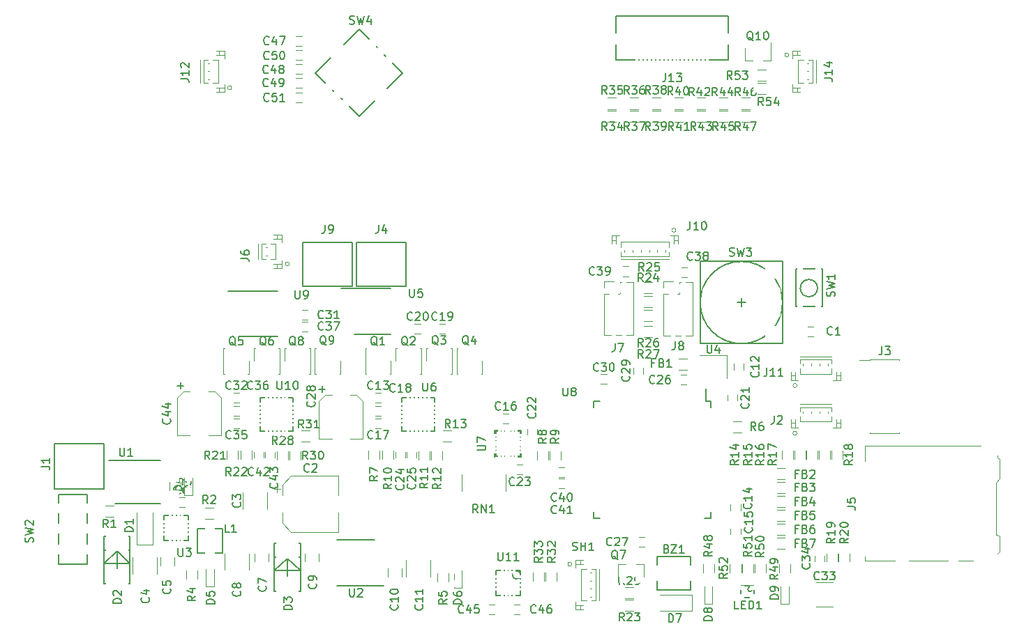
<source format=gto>
G04 #@! TF.GenerationSoftware,KiCad,Pcbnew,(5.1.6)-1*
G04 #@! TF.CreationDate,2021-05-13T14:20:42+09:00*
G04 #@! TF.ProjectId,MainBoard_v1,4d61696e-426f-4617-9264-5f76312e6b69,rev?*
G04 #@! TF.SameCoordinates,Original*
G04 #@! TF.FileFunction,Legend,Top*
G04 #@! TF.FilePolarity,Positive*
%FSLAX46Y46*%
G04 Gerber Fmt 4.6, Leading zero omitted, Abs format (unit mm)*
G04 Created by KiCad (PCBNEW (5.1.6)-1) date 2021-05-13 14:20:42*
%MOMM*%
%LPD*%
G01*
G04 APERTURE LIST*
%ADD10C,0.120000*%
%ADD11C,0.150000*%
%ADD12R,2.502000X1.652000*%
%ADD13R,0.452000X0.752000*%
%ADD14C,0.100000*%
%ADD15R,0.602000X1.002000*%
%ADD16R,0.702000X1.652000*%
%ADD17R,1.302000X1.902000*%
%ADD18R,2.502000X0.842000*%
%ADD19R,0.902000X0.852000*%
%ADD20R,1.602000X0.552000*%
%ADD21C,0.312000*%
%ADD22R,1.602000X1.602000*%
%ADD23R,0.342000X1.102000*%
%ADD24R,1.102000X0.342000*%
%ADD25R,2.902000X2.902000*%
%ADD26R,0.402000X1.102000*%
%ADD27R,1.102000X0.402000*%
%ADD28R,1.602000X1.902000*%
%ADD29R,2.602000X1.102000*%
%ADD30R,1.352000X1.102000*%
%ADD31R,0.852000X0.902000*%
%ADD32R,1.702000X3.102000*%
%ADD33R,1.102000X2.602000*%
%ADD34R,1.202000X1.202000*%
%ADD35R,2.836000X2.261000*%
%ADD36R,0.902000X0.902000*%
%ADD37R,2.102000X2.102000*%
%ADD38C,2.102000*%
%ADD39R,1.302000X0.802000*%
%ADD40R,1.302000X1.102000*%
%ADD41R,0.902000X1.102000*%
%ADD42R,2.902000X1.102000*%
%ADD43R,2.002000X1.402000*%
%ADD44R,1.652000X0.702000*%
%ADD45R,1.902000X1.302000*%
%ADD46R,1.102000X1.102000*%
%ADD47O,1.102000X1.102000*%
%ADD48R,2.102000X1.402000*%
%ADD49R,1.302000X1.602000*%
%ADD50R,0.852000X0.602000*%
%ADD51R,1.626000X1.626000*%
%ADD52C,1.626000*%
%ADD53R,0.902000X1.002000*%
%ADD54R,1.002000X0.602000*%
%ADD55R,1.002000X1.002000*%
%ADD56R,0.752000X1.702000*%
%ADD57R,0.752000X1.602000*%
%ADD58R,1.602000X1.302000*%
%ADD59C,1.902000*%
%ADD60R,1.372000X0.712000*%
%ADD61R,1.122000X0.712000*%
%ADD62R,3.912000X4.012000*%
%ADD63R,1.252000X1.102000*%
%ADD64R,0.902000X0.302000*%
%ADD65R,0.902000X0.977000*%
%ADD66R,0.302000X0.902000*%
%ADD67R,0.302000X0.802000*%
%ADD68R,0.802000X0.302000*%
%ADD69R,0.382000X1.602000*%
%ADD70R,1.602000X0.382000*%
%ADD71R,1.572000X0.997000*%
%ADD72R,1.152000X0.552000*%
G04 APERTURE END LIST*
D10*
X121040000Y-107960000D02*
X121190000Y-107960000D01*
X121040000Y-104840000D02*
X121040000Y-107960000D01*
X124160000Y-106400000D02*
X124160000Y-107960000D01*
X121040000Y-104840000D02*
X121190000Y-104840000D01*
X124160000Y-107960000D02*
X124010000Y-107960000D01*
X120460000Y-104840000D02*
X120310000Y-104840000D01*
X120460000Y-107960000D02*
X120460000Y-104840000D01*
X117340000Y-106400000D02*
X117340000Y-104840000D01*
X120460000Y-107960000D02*
X120310000Y-107960000D01*
X117340000Y-104840000D02*
X117490000Y-104840000D01*
X116760000Y-104840000D02*
X116610000Y-104840000D01*
X116760000Y-107960000D02*
X116760000Y-104840000D01*
X113640000Y-106400000D02*
X113640000Y-104840000D01*
X116760000Y-107960000D02*
X116610000Y-107960000D01*
X113640000Y-104840000D02*
X113790000Y-104840000D01*
X109940000Y-107960000D02*
X110090000Y-107960000D01*
X109940000Y-104840000D02*
X109940000Y-107960000D01*
X113060000Y-106400000D02*
X113060000Y-107960000D01*
X109940000Y-104840000D02*
X110090000Y-104840000D01*
X113060000Y-107960000D02*
X112910000Y-107960000D01*
X138240000Y-107960000D02*
X138390000Y-107960000D01*
X138240000Y-104840000D02*
X138240000Y-107960000D01*
X141360000Y-106400000D02*
X141360000Y-107960000D01*
X138240000Y-104840000D02*
X138390000Y-104840000D01*
X141360000Y-107960000D02*
X141210000Y-107960000D01*
X137660000Y-104840000D02*
X137510000Y-104840000D01*
X137660000Y-107960000D02*
X137660000Y-104840000D01*
X134540000Y-106400000D02*
X134540000Y-104840000D01*
X137660000Y-107960000D02*
X137510000Y-107960000D01*
X134540000Y-104840000D02*
X134690000Y-104840000D01*
X133960000Y-104840000D02*
X133810000Y-104840000D01*
X133960000Y-107960000D02*
X133960000Y-104840000D01*
X130840000Y-106400000D02*
X130840000Y-104840000D01*
X133960000Y-107960000D02*
X133810000Y-107960000D01*
X130840000Y-104840000D02*
X130990000Y-104840000D01*
X127140000Y-107960000D02*
X127290000Y-107960000D01*
X127140000Y-104840000D02*
X127140000Y-107960000D01*
X130260000Y-106400000D02*
X130260000Y-107960000D01*
X127140000Y-104840000D02*
X127290000Y-104840000D01*
X130260000Y-107960000D02*
X130110000Y-107960000D01*
X123910000Y-127210000D02*
X123910000Y-124860000D01*
X123910000Y-120390000D02*
X123910000Y-122740000D01*
X118154437Y-120390000D02*
X123910000Y-120390000D01*
X118154437Y-127210000D02*
X123910000Y-127210000D01*
X117090000Y-126145563D02*
X117090000Y-124860000D01*
X117090000Y-121454437D02*
X117090000Y-122740000D01*
X117090000Y-121454437D02*
X118154437Y-120390000D01*
X117090000Y-126145563D02*
X118154437Y-127210000D01*
X116062500Y-121952500D02*
X116850000Y-121952500D01*
X116456250Y-121558750D02*
X116456250Y-122346250D01*
D11*
X121096699Y-71400000D02*
X126400000Y-66096699D01*
X126400000Y-66096699D02*
X131703301Y-71400000D01*
X131703301Y-71400000D02*
X126400000Y-76703301D01*
X126400000Y-76703301D02*
X121096699Y-71400000D01*
D10*
X163000000Y-75780000D02*
X162000000Y-75780000D01*
X162000000Y-74420000D02*
X163000000Y-74420000D01*
X183300000Y-106737500D02*
X183300000Y-106937500D01*
X182300000Y-106737500D02*
X182300000Y-106937500D01*
X181300000Y-106737500D02*
X181300000Y-106937500D01*
X180300000Y-106737500D02*
X180300000Y-106937500D01*
X183700000Y-107987500D02*
X183700000Y-107337500D01*
X179900000Y-107987500D02*
X183700000Y-107987500D01*
X179900000Y-107337500D02*
X179900000Y-107987500D01*
X183700000Y-106237500D02*
X183700000Y-106737500D01*
X179900000Y-106237500D02*
X183700000Y-106237500D01*
X179900000Y-106737500D02*
X179900000Y-106237500D01*
X184800000Y-108137500D02*
X184300000Y-108137500D01*
X184800000Y-108137500D02*
X184800000Y-108137500D01*
X184300000Y-108137500D02*
X184800000Y-108137500D01*
X184300000Y-108137500D02*
X184300000Y-108137500D01*
X184300000Y-108737500D02*
X184300000Y-108737500D01*
X184300000Y-107737500D02*
X184300000Y-108737500D01*
X184300000Y-107737500D02*
X184300000Y-107737500D01*
X184300000Y-108737500D02*
X184300000Y-107737500D01*
X184800000Y-108737500D02*
X183900000Y-108737500D01*
X184800000Y-107737500D02*
X184800000Y-108737500D01*
X178800000Y-108137500D02*
X179300000Y-108137500D01*
X178800000Y-108137500D02*
X178800000Y-108137500D01*
X179300000Y-108137500D02*
X178800000Y-108137500D01*
X179300000Y-108137500D02*
X179300000Y-108137500D01*
X179300000Y-108737500D02*
X179300000Y-108737500D01*
X179300000Y-107737500D02*
X179300000Y-108737500D01*
X179300000Y-107737500D02*
X179300000Y-107737500D01*
X179300000Y-108737500D02*
X179300000Y-107737500D01*
X178800000Y-108737500D02*
X179700000Y-108737500D01*
X178800000Y-107737500D02*
X178800000Y-108737500D01*
X179900000Y-105837500D02*
X183700000Y-105837500D01*
X179550000Y-109387500D02*
G75*
G03*
X179550000Y-109387500I-250000J0D01*
G01*
X191965000Y-115140000D02*
X191965000Y-115205000D01*
X188435000Y-115140000D02*
X188435000Y-115205000D01*
X191965000Y-106195000D02*
X191965000Y-106260000D01*
X188435000Y-106195000D02*
X188435000Y-106260000D01*
X187110000Y-106260000D02*
X188435000Y-106260000D01*
X188435000Y-115205000D02*
X191965000Y-115205000D01*
X188435000Y-106195000D02*
X191965000Y-106195000D01*
X133850000Y-103100000D02*
X133150000Y-103100000D01*
X133150000Y-101900000D02*
X133850000Y-101900000D01*
D11*
X125800000Y-103125000D02*
X130200000Y-103125000D01*
X124225000Y-97600000D02*
X130200000Y-97600000D01*
X105700000Y-128200000D02*
X102700000Y-128200000D01*
X102700000Y-128200000D02*
X102700000Y-125200000D01*
X102700000Y-125200000D02*
X105700000Y-125200000D01*
X105700000Y-125200000D02*
X105700000Y-128200000D01*
X114400000Y-110900000D02*
X118400000Y-110900000D01*
X118400000Y-110900000D02*
X118400000Y-114900000D01*
X118400000Y-114900000D02*
X114400000Y-114900000D01*
X114400000Y-114900000D02*
X114400000Y-110900000D01*
X131600000Y-110900000D02*
X135600000Y-110900000D01*
X135600000Y-110900000D02*
X135600000Y-114900000D01*
X135600000Y-114900000D02*
X131600000Y-114900000D01*
X131600000Y-114900000D02*
X131600000Y-110900000D01*
X162600000Y-130200000D02*
X166600000Y-130200000D01*
X166600000Y-130200000D02*
X166600000Y-134200000D01*
X166600000Y-134200000D02*
X162600000Y-134200000D01*
X162600000Y-134200000D02*
X162600000Y-130200000D01*
D10*
X180850000Y-102200000D02*
X181550000Y-102200000D01*
X181550000Y-103400000D02*
X180850000Y-103400000D01*
X112320000Y-122400000D02*
X112320000Y-124400000D01*
X115280000Y-124400000D02*
X115280000Y-122400000D01*
X98920000Y-130300000D02*
X98920000Y-132300000D01*
X101880000Y-132300000D02*
X101880000Y-130300000D01*
X102250000Y-130300000D02*
X102250000Y-131300000D01*
X103950000Y-131300000D02*
X103950000Y-130300000D01*
X104550000Y-123000000D02*
X105250000Y-123000000D01*
X105250000Y-124200000D02*
X104550000Y-124200000D01*
X113750000Y-129800000D02*
X113750000Y-130800000D01*
X115450000Y-130800000D02*
X115450000Y-129800000D01*
X110120000Y-129800000D02*
X110120000Y-131800000D01*
X113080000Y-131800000D02*
X113080000Y-129800000D01*
X119850000Y-129800000D02*
X119850000Y-130800000D01*
X121550000Y-130800000D02*
X121550000Y-129800000D01*
X129850000Y-131600000D02*
X129850000Y-132600000D01*
X131550000Y-132600000D02*
X131550000Y-131600000D01*
X132120000Y-130600000D02*
X132120000Y-132600000D01*
X135080000Y-132600000D02*
X135080000Y-130600000D01*
X171900000Y-107450000D02*
X171900000Y-106750000D01*
X173100000Y-106750000D02*
X173100000Y-107450000D01*
X128350000Y-110300000D02*
X129050000Y-110300000D01*
X129050000Y-111500000D02*
X128350000Y-111500000D01*
X172700000Y-123850000D02*
X172700000Y-124550000D01*
X171500000Y-124550000D02*
X171500000Y-123850000D01*
X171500000Y-127450000D02*
X171500000Y-126750000D01*
X172700000Y-126750000D02*
X172700000Y-127450000D01*
X143850000Y-112800000D02*
X144550000Y-112800000D01*
X144550000Y-114000000D02*
X143850000Y-114000000D01*
X128350000Y-113400000D02*
X129050000Y-113400000D01*
X129050000Y-114600000D02*
X128350000Y-114600000D01*
X128350000Y-111900000D02*
X129050000Y-111900000D01*
X129050000Y-113100000D02*
X128350000Y-113100000D01*
X136150000Y-101900000D02*
X136850000Y-101900000D01*
X136850000Y-103100000D02*
X136150000Y-103100000D01*
X171100000Y-111250000D02*
X171100000Y-110550000D01*
X172300000Y-110550000D02*
X172300000Y-111250000D01*
X146800000Y-115350000D02*
X146800000Y-114650000D01*
X148000000Y-114650000D02*
X148000000Y-115350000D01*
X146250000Y-120200000D02*
X145550000Y-120200000D01*
X145550000Y-119000000D02*
X146250000Y-119000000D01*
X132000000Y-117450000D02*
X132000000Y-118150000D01*
X130800000Y-118150000D02*
X130800000Y-117450000D01*
X133400000Y-117450000D02*
X133400000Y-118150000D01*
X132200000Y-118150000D02*
X132200000Y-117450000D01*
X165450000Y-108100000D02*
X166150000Y-108100000D01*
X166150000Y-109300000D02*
X165450000Y-109300000D01*
X161050000Y-129000000D02*
X160350000Y-129000000D01*
X160350000Y-127800000D02*
X161050000Y-127800000D01*
X121530000Y-111290000D02*
X121530000Y-115870000D01*
X122290000Y-110530000D02*
X121530000Y-111290000D01*
X126870000Y-111290000D02*
X126110000Y-110530000D01*
X126870000Y-115870000D02*
X126870000Y-111290000D01*
X126110000Y-110530000D02*
X125320000Y-110530000D01*
X122290000Y-110530000D02*
X123080000Y-110530000D01*
X126870000Y-115870000D02*
X125320000Y-115870000D01*
X121530000Y-115870000D02*
X123080000Y-115870000D01*
X159700000Y-107950000D02*
X159700000Y-107250000D01*
X160900000Y-107250000D02*
X160900000Y-107950000D01*
X156450000Y-109200000D02*
X155750000Y-109200000D01*
X155750000Y-108000000D02*
X156450000Y-108000000D01*
X120150000Y-101400000D02*
X119450000Y-101400000D01*
X119450000Y-100200000D02*
X120150000Y-100200000D01*
X111150000Y-110300000D02*
X111850000Y-110300000D01*
X111850000Y-111500000D02*
X111150000Y-111500000D01*
X181900000Y-136280000D02*
X183900000Y-136280000D01*
X183900000Y-133320000D02*
X181900000Y-133320000D01*
X182900000Y-130050000D02*
X182900000Y-130750000D01*
X181700000Y-130750000D02*
X181700000Y-130050000D01*
X111150000Y-113400000D02*
X111850000Y-113400000D01*
X111850000Y-114600000D02*
X111150000Y-114600000D01*
X111150000Y-111900000D02*
X111850000Y-111900000D01*
X111850000Y-113100000D02*
X111150000Y-113100000D01*
X119450000Y-101600000D02*
X120150000Y-101600000D01*
X120150000Y-102800000D02*
X119450000Y-102800000D01*
X166250000Y-96200000D02*
X165550000Y-96200000D01*
X165550000Y-95000000D02*
X166250000Y-95000000D01*
X159100000Y-96100000D02*
X158400000Y-96100000D01*
X158400000Y-94900000D02*
X159100000Y-94900000D01*
X150650000Y-119300000D02*
X151350000Y-119300000D01*
X151350000Y-120500000D02*
X150650000Y-120500000D01*
X151350000Y-121900000D02*
X150650000Y-121900000D01*
X150650000Y-120700000D02*
X151350000Y-120700000D01*
X114800000Y-117450000D02*
X114800000Y-118150000D01*
X113600000Y-118150000D02*
X113600000Y-117450000D01*
X116200000Y-117450000D02*
X116200000Y-118150000D01*
X115000000Y-118150000D02*
X115000000Y-117450000D01*
X104330000Y-110890000D02*
X104330000Y-115470000D01*
X105090000Y-110130000D02*
X104330000Y-110890000D01*
X109670000Y-110890000D02*
X108910000Y-110130000D01*
X109670000Y-115470000D02*
X109670000Y-110890000D01*
X108910000Y-110130000D02*
X108120000Y-110130000D01*
X105090000Y-110130000D02*
X105880000Y-110130000D01*
X109670000Y-115470000D02*
X108120000Y-115470000D01*
X104330000Y-115470000D02*
X105880000Y-115470000D01*
X142150000Y-136000000D02*
X142850000Y-136000000D01*
X142850000Y-137200000D02*
X142150000Y-137200000D01*
X145200000Y-136000000D02*
X145900000Y-136000000D01*
X145900000Y-137200000D02*
X145200000Y-137200000D01*
X119450000Y-68100000D02*
X118750000Y-68100000D01*
X118750000Y-66900000D02*
X119450000Y-66900000D01*
X119450000Y-71500000D02*
X118750000Y-71500000D01*
X118750000Y-70300000D02*
X119450000Y-70300000D01*
X119450000Y-73200000D02*
X118750000Y-73200000D01*
X118750000Y-72000000D02*
X119450000Y-72000000D01*
X119450000Y-69800000D02*
X118750000Y-69800000D01*
X118750000Y-68600000D02*
X119450000Y-68600000D01*
X119450000Y-75000000D02*
X118750000Y-75000000D01*
X118750000Y-73800000D02*
X119450000Y-73800000D01*
X99400000Y-128700000D02*
X99400000Y-124850000D01*
X101400000Y-128700000D02*
X101400000Y-124850000D01*
X99400000Y-128700000D02*
X101400000Y-128700000D01*
D11*
X98600000Y-127700000D02*
X95400000Y-127700000D01*
X95400000Y-127700000D02*
X95400000Y-133500000D01*
X95400000Y-133500000D02*
X98600000Y-133500000D01*
X98600000Y-133500000D02*
X98600000Y-127700000D01*
X98600000Y-131000000D02*
X97000000Y-129500000D01*
X97000000Y-129500000D02*
X95400000Y-131000000D01*
X95400000Y-131000000D02*
X98600000Y-131000000D01*
X97000000Y-129400000D02*
X98600000Y-129400000D01*
X98600000Y-129400000D02*
X95400000Y-129400000D01*
X97000000Y-127700000D02*
X97000000Y-133500000D01*
X119300000Y-128600000D02*
X116100000Y-128600000D01*
X116100000Y-128600000D02*
X116100000Y-134400000D01*
X116100000Y-134400000D02*
X119300000Y-134400000D01*
X119300000Y-134400000D02*
X119300000Y-128600000D01*
X119300000Y-131900000D02*
X117700000Y-130400000D01*
X117700000Y-130400000D02*
X116100000Y-131900000D01*
X116100000Y-131900000D02*
X119300000Y-131900000D01*
X117700000Y-130300000D02*
X119300000Y-130300000D01*
X119300000Y-130300000D02*
X116100000Y-130300000D01*
X117700000Y-128600000D02*
X117700000Y-134400000D01*
D10*
X105200000Y-122700000D02*
X105200000Y-120600000D01*
X106200000Y-122700000D02*
X106200000Y-120600000D01*
X105200000Y-122700000D02*
X106200000Y-122700000D01*
X107800000Y-133800000D02*
X107800000Y-131700000D01*
X108800000Y-133800000D02*
X108800000Y-131700000D01*
X107800000Y-133800000D02*
X108800000Y-133800000D01*
X137900000Y-134000000D02*
X137900000Y-131900000D01*
X138900000Y-134000000D02*
X138900000Y-131900000D01*
X137900000Y-134000000D02*
X138900000Y-134000000D01*
X166800000Y-136800000D02*
X162950000Y-136800000D01*
X166800000Y-134800000D02*
X162950000Y-134800000D01*
X166800000Y-136800000D02*
X166800000Y-134800000D01*
X168300000Y-135900000D02*
X168300000Y-133800000D01*
X169300000Y-135900000D02*
X169300000Y-133800000D01*
X168300000Y-135900000D02*
X169300000Y-135900000D01*
X177600000Y-135900000D02*
X177600000Y-133800000D01*
X178600000Y-135900000D02*
X178600000Y-133800000D01*
X177600000Y-135900000D02*
X178600000Y-135900000D01*
X165200000Y-106120000D02*
X166200000Y-106120000D01*
X166200000Y-107480000D02*
X165200000Y-107480000D01*
X178100000Y-120780000D02*
X177100000Y-120780000D01*
X177100000Y-119420000D02*
X178100000Y-119420000D01*
X178100000Y-122480000D02*
X177100000Y-122480000D01*
X177100000Y-121120000D02*
X178100000Y-121120000D01*
X178100000Y-124180000D02*
X177100000Y-124180000D01*
X177100000Y-122820000D02*
X178100000Y-122820000D01*
X178100000Y-125880000D02*
X177100000Y-125880000D01*
X177100000Y-124520000D02*
X178100000Y-124520000D01*
X178100000Y-127580000D02*
X177100000Y-127580000D01*
X177100000Y-126220000D02*
X178100000Y-126220000D01*
X178100000Y-129280000D02*
X177100000Y-129280000D01*
X177100000Y-127920000D02*
X178100000Y-127920000D01*
D11*
X89400000Y-122000000D02*
X89400000Y-116500000D01*
X89400000Y-116500000D02*
X95400000Y-116500000D01*
X95400000Y-122000000D02*
X95400000Y-116500000D01*
X89400000Y-122000000D02*
X95400000Y-122000000D01*
D10*
X183300000Y-112537500D02*
X183300000Y-112737500D01*
X182300000Y-112537500D02*
X182300000Y-112737500D01*
X181300000Y-112537500D02*
X181300000Y-112737500D01*
X180300000Y-112537500D02*
X180300000Y-112737500D01*
X183700000Y-113787500D02*
X183700000Y-113137500D01*
X179900000Y-113787500D02*
X183700000Y-113787500D01*
X179900000Y-113137500D02*
X179900000Y-113787500D01*
X183700000Y-112037500D02*
X183700000Y-112537500D01*
X179900000Y-112037500D02*
X183700000Y-112037500D01*
X179900000Y-112537500D02*
X179900000Y-112037500D01*
X184800000Y-113937500D02*
X184300000Y-113937500D01*
X184800000Y-113937500D02*
X184800000Y-113937500D01*
X184300000Y-113937500D02*
X184800000Y-113937500D01*
X184300000Y-113937500D02*
X184300000Y-113937500D01*
X184300000Y-114537500D02*
X184300000Y-114537500D01*
X184300000Y-113537500D02*
X184300000Y-114537500D01*
X184300000Y-113537500D02*
X184300000Y-113537500D01*
X184300000Y-114537500D02*
X184300000Y-113537500D01*
X184800000Y-114537500D02*
X183900000Y-114537500D01*
X184800000Y-113537500D02*
X184800000Y-114537500D01*
X178800000Y-113937500D02*
X179300000Y-113937500D01*
X178800000Y-113937500D02*
X178800000Y-113937500D01*
X179300000Y-113937500D02*
X178800000Y-113937500D01*
X179300000Y-113937500D02*
X179300000Y-113937500D01*
X179300000Y-114537500D02*
X179300000Y-114537500D01*
X179300000Y-113537500D02*
X179300000Y-114537500D01*
X179300000Y-113537500D02*
X179300000Y-113537500D01*
X179300000Y-114537500D02*
X179300000Y-113537500D01*
X178800000Y-114537500D02*
X179700000Y-114537500D01*
X178800000Y-113537500D02*
X178800000Y-114537500D01*
X179900000Y-111637500D02*
X183700000Y-111637500D01*
X179550000Y-115187500D02*
G75*
G03*
X179550000Y-115187500I-250000J0D01*
G01*
X187840000Y-118600000D02*
X187840000Y-116680000D01*
X187840000Y-116680000D02*
X201850000Y-116680000D01*
X187840000Y-130200000D02*
X187840000Y-130650000D01*
X187840000Y-130650000D02*
X191450000Y-130650000D01*
X204110000Y-118360000D02*
X204110000Y-120670000D01*
X204110000Y-129620000D02*
X204110000Y-127760000D01*
X204110000Y-129620000D02*
X203910000Y-129820000D01*
X193150000Y-130650000D02*
X197850000Y-130650000D01*
X199150000Y-130650000D02*
X200950000Y-130650000D01*
X203760000Y-127550000D02*
X203760000Y-121180000D01*
X203760000Y-127550000D02*
X203910000Y-127550000D01*
X204110000Y-127760000D02*
X203910000Y-127550000D01*
X204110000Y-118360000D02*
X203910000Y-118160000D01*
X203910000Y-118160000D02*
X203910000Y-117900000D01*
X204110000Y-120670000D02*
X203760000Y-121180000D01*
X115037500Y-92600000D02*
X115237500Y-92600000D01*
X115037500Y-93600000D02*
X115237500Y-93600000D01*
X116287500Y-92200000D02*
X115637500Y-92200000D01*
X116287500Y-94000000D02*
X116287500Y-92200000D01*
X115637500Y-94000000D02*
X116287500Y-94000000D01*
X114537500Y-92200000D02*
X115037500Y-92200000D01*
X114537500Y-94000000D02*
X114537500Y-92200000D01*
X115037500Y-94000000D02*
X114537500Y-94000000D01*
X116437500Y-91100000D02*
X116437500Y-91600000D01*
X116437500Y-91100000D02*
X116437500Y-91100000D01*
X116437500Y-91600000D02*
X116437500Y-91100000D01*
X116437500Y-91600000D02*
X116437500Y-91600000D01*
X117037500Y-91600000D02*
X117037500Y-91600000D01*
X116037500Y-91600000D02*
X117037500Y-91600000D01*
X116037500Y-91600000D02*
X116037500Y-91600000D01*
X117037500Y-91600000D02*
X116037500Y-91600000D01*
X117037500Y-91100000D02*
X117037500Y-92000000D01*
X116037500Y-91100000D02*
X117037500Y-91100000D01*
X116437500Y-95100000D02*
X116437500Y-94600000D01*
X116437500Y-95100000D02*
X116437500Y-95100000D01*
X116437500Y-94600000D02*
X116437500Y-95100000D01*
X116437500Y-94600000D02*
X116437500Y-94600000D01*
X117037500Y-94600000D02*
X117037500Y-94600000D01*
X116037500Y-94600000D02*
X117037500Y-94600000D01*
X116037500Y-94600000D02*
X116037500Y-94600000D01*
X117037500Y-94600000D02*
X116037500Y-94600000D01*
X117037500Y-95100000D02*
X117037500Y-94200000D01*
X116037500Y-95100000D02*
X117037500Y-95100000D01*
X114137500Y-94000000D02*
X114137500Y-92200000D01*
X117937500Y-94600000D02*
G75*
G03*
X117937500Y-94600000I-250000J0D01*
G01*
X156170000Y-96740000D02*
X157300000Y-96740000D01*
X156170000Y-97500000D02*
X156170000Y-96740000D01*
X158877530Y-96805000D02*
X159700000Y-96805000D01*
X158060000Y-96805000D02*
X158262470Y-96805000D01*
X158060000Y-96936529D02*
X158060000Y-96805000D01*
X158060000Y-98206529D02*
X158060000Y-98063471D01*
X157863471Y-98260000D02*
X158006529Y-98260000D01*
X156170000Y-98260000D02*
X156736529Y-98260000D01*
X159700000Y-96805000D02*
X159700000Y-103275000D01*
X156170000Y-98260000D02*
X156170000Y-103275000D01*
X157607530Y-103275000D02*
X158262470Y-103275000D01*
X158877530Y-103275000D02*
X159700000Y-103275000D01*
X156170000Y-103275000D02*
X156992470Y-103275000D01*
X163370000Y-96760000D02*
X164500000Y-96760000D01*
X163370000Y-97520000D02*
X163370000Y-96760000D01*
X166077530Y-96825000D02*
X166900000Y-96825000D01*
X165260000Y-96825000D02*
X165462470Y-96825000D01*
X165260000Y-96956529D02*
X165260000Y-96825000D01*
X165260000Y-98226529D02*
X165260000Y-98083471D01*
X165063471Y-98280000D02*
X165206529Y-98280000D01*
X163370000Y-98280000D02*
X163936529Y-98280000D01*
X166900000Y-96825000D02*
X166900000Y-103295000D01*
X163370000Y-98280000D02*
X163370000Y-103295000D01*
X164807530Y-103295000D02*
X165462470Y-103295000D01*
X166077530Y-103295000D02*
X166900000Y-103295000D01*
X163370000Y-103295000D02*
X164192470Y-103295000D01*
X158600000Y-93162500D02*
X158600000Y-92962500D01*
X159600000Y-93162500D02*
X159600000Y-92962500D01*
X160600000Y-93162500D02*
X160600000Y-92962500D01*
X161600000Y-93162500D02*
X161600000Y-92962500D01*
X162600000Y-93162500D02*
X162600000Y-92962500D01*
X163600000Y-93162500D02*
X163600000Y-92962500D01*
X158200000Y-91912500D02*
X158200000Y-92562500D01*
X164000000Y-91912500D02*
X158200000Y-91912500D01*
X164000000Y-92562500D02*
X164000000Y-91912500D01*
X158200000Y-93662500D02*
X158200000Y-93162500D01*
X164000000Y-93662500D02*
X158200000Y-93662500D01*
X164000000Y-93162500D02*
X164000000Y-93662500D01*
X157100000Y-91762500D02*
X157600000Y-91762500D01*
X157100000Y-91762500D02*
X157100000Y-91762500D01*
X157600000Y-91762500D02*
X157100000Y-91762500D01*
X157600000Y-91762500D02*
X157600000Y-91762500D01*
X157600000Y-91162500D02*
X157600000Y-91162500D01*
X157600000Y-92162500D02*
X157600000Y-91162500D01*
X157600000Y-92162500D02*
X157600000Y-92162500D01*
X157600000Y-91162500D02*
X157600000Y-92162500D01*
X157100000Y-91162500D02*
X158000000Y-91162500D01*
X157100000Y-92162500D02*
X157100000Y-91162500D01*
X165100000Y-91762500D02*
X164600000Y-91762500D01*
X165100000Y-91762500D02*
X165100000Y-91762500D01*
X164600000Y-91762500D02*
X165100000Y-91762500D01*
X164600000Y-91762500D02*
X164600000Y-91762500D01*
X164600000Y-91162500D02*
X164600000Y-91162500D01*
X164600000Y-92162500D02*
X164600000Y-91162500D01*
X164600000Y-92162500D02*
X164600000Y-92162500D01*
X164600000Y-91162500D02*
X164600000Y-92162500D01*
X165100000Y-91162500D02*
X164200000Y-91162500D01*
X165100000Y-92162500D02*
X165100000Y-91162500D01*
X164000000Y-94062500D02*
X158200000Y-94062500D01*
X164850000Y-90512500D02*
G75*
G03*
X164850000Y-90512500I-250000J0D01*
G01*
X108037500Y-70200000D02*
X108237500Y-70200000D01*
X108037500Y-71200000D02*
X108237500Y-71200000D01*
X108037500Y-72200000D02*
X108237500Y-72200000D01*
X109287500Y-69800000D02*
X108637500Y-69800000D01*
X109287500Y-72600000D02*
X109287500Y-69800000D01*
X108637500Y-72600000D02*
X109287500Y-72600000D01*
X107537500Y-69800000D02*
X108037500Y-69800000D01*
X107537500Y-72600000D02*
X107537500Y-69800000D01*
X108037500Y-72600000D02*
X107537500Y-72600000D01*
X109437500Y-68700000D02*
X109437500Y-69200000D01*
X109437500Y-68700000D02*
X109437500Y-68700000D01*
X109437500Y-69200000D02*
X109437500Y-68700000D01*
X109437500Y-69200000D02*
X109437500Y-69200000D01*
X110037500Y-69200000D02*
X110037500Y-69200000D01*
X109037500Y-69200000D02*
X110037500Y-69200000D01*
X109037500Y-69200000D02*
X109037500Y-69200000D01*
X110037500Y-69200000D02*
X109037500Y-69200000D01*
X110037500Y-68700000D02*
X110037500Y-69600000D01*
X109037500Y-68700000D02*
X110037500Y-68700000D01*
X109437500Y-73700000D02*
X109437500Y-73200000D01*
X109437500Y-73700000D02*
X109437500Y-73700000D01*
X109437500Y-73200000D02*
X109437500Y-73700000D01*
X109437500Y-73200000D02*
X109437500Y-73200000D01*
X110037500Y-73200000D02*
X110037500Y-73200000D01*
X109037500Y-73200000D02*
X110037500Y-73200000D01*
X109037500Y-73200000D02*
X109037500Y-73200000D01*
X110037500Y-73200000D02*
X109037500Y-73200000D01*
X110037500Y-73700000D02*
X110037500Y-72800000D01*
X109037500Y-73700000D02*
X110037500Y-73700000D01*
X107137500Y-72600000D02*
X107137500Y-69800000D01*
X110937500Y-73200000D02*
G75*
G03*
X110937500Y-73200000I-250000J0D01*
G01*
D11*
X157550000Y-69800000D02*
X157550000Y-64500000D01*
X171250000Y-64500000D02*
X157550000Y-64500000D01*
X157550000Y-69800000D02*
X171250000Y-69800000D01*
X171250000Y-69800000D02*
X171250000Y-64500000D01*
D10*
X180962500Y-72200000D02*
X180762500Y-72200000D01*
X180962500Y-71200000D02*
X180762500Y-71200000D01*
X180962500Y-70200000D02*
X180762500Y-70200000D01*
X179712500Y-72600000D02*
X180362500Y-72600000D01*
X179712500Y-69800000D02*
X179712500Y-72600000D01*
X180362500Y-69800000D02*
X179712500Y-69800000D01*
X181462500Y-72600000D02*
X180962500Y-72600000D01*
X181462500Y-69800000D02*
X181462500Y-72600000D01*
X180962500Y-69800000D02*
X181462500Y-69800000D01*
X179562500Y-73700000D02*
X179562500Y-73200000D01*
X179562500Y-73700000D02*
X179562500Y-73700000D01*
X179562500Y-73200000D02*
X179562500Y-73700000D01*
X179562500Y-73200000D02*
X179562500Y-73200000D01*
X178962500Y-73200000D02*
X178962500Y-73200000D01*
X179962500Y-73200000D02*
X178962500Y-73200000D01*
X179962500Y-73200000D02*
X179962500Y-73200000D01*
X178962500Y-73200000D02*
X179962500Y-73200000D01*
X178962500Y-73700000D02*
X178962500Y-72800000D01*
X179962500Y-73700000D02*
X178962500Y-73700000D01*
X179562500Y-68700000D02*
X179562500Y-69200000D01*
X179562500Y-68700000D02*
X179562500Y-68700000D01*
X179562500Y-69200000D02*
X179562500Y-68700000D01*
X179562500Y-69200000D02*
X179562500Y-69200000D01*
X178962500Y-69200000D02*
X178962500Y-69200000D01*
X179962500Y-69200000D02*
X178962500Y-69200000D01*
X179962500Y-69200000D02*
X179962500Y-69200000D01*
X178962500Y-69200000D02*
X179962500Y-69200000D01*
X178962500Y-68700000D02*
X178962500Y-69600000D01*
X179962500Y-68700000D02*
X178962500Y-68700000D01*
X181862500Y-69800000D02*
X181862500Y-72600000D01*
X178562500Y-69200000D02*
G75*
G03*
X178562500Y-69200000I-250000J0D01*
G01*
D11*
X106800000Y-129750000D02*
X106800000Y-126750000D01*
X106800000Y-126750000D02*
X109800000Y-126750000D01*
X109800000Y-126750000D02*
X109800000Y-129750000D01*
X109800000Y-129750000D02*
X106800000Y-129750000D01*
X172700000Y-133700000D02*
X174300000Y-133700000D01*
X174300000Y-133700000D02*
X174300000Y-135200000D01*
X174300000Y-135200000D02*
X172700000Y-135200000D01*
X172700000Y-135200000D02*
X172700000Y-133700000D01*
X174119258Y-134150000D02*
G75*
G03*
X174119258Y-134150000I-269258J0D01*
G01*
X125600000Y-97300000D02*
X125600000Y-92000000D01*
X125600000Y-97300000D02*
X119600000Y-97300000D01*
X119600000Y-94700000D02*
X119600000Y-92000000D01*
X119600000Y-92000000D02*
X125600000Y-92000000D01*
X119600000Y-97300000D02*
X119600000Y-94700000D01*
D10*
X173220000Y-69860000D02*
X173220000Y-68400000D01*
X176380000Y-69860000D02*
X176380000Y-67700000D01*
X176380000Y-69860000D02*
X175450000Y-69860000D01*
X173220000Y-69860000D02*
X174150000Y-69860000D01*
X95600000Y-124020000D02*
X96600000Y-124020000D01*
X96600000Y-125380000D02*
X95600000Y-125380000D01*
X108700000Y-125580000D02*
X107700000Y-125580000D01*
X107700000Y-124220000D02*
X108700000Y-124220000D01*
X104780000Y-121100000D02*
X104780000Y-122100000D01*
X103420000Y-122100000D02*
X103420000Y-121100000D01*
X106780000Y-131900000D02*
X106780000Y-132900000D01*
X105420000Y-132900000D02*
X105420000Y-131900000D01*
X137280000Y-132200000D02*
X137280000Y-133200000D01*
X135920000Y-133200000D02*
X135920000Y-132200000D01*
X172800000Y-115080000D02*
X171800000Y-115080000D01*
X171800000Y-113720000D02*
X172800000Y-113720000D01*
X128880000Y-117300000D02*
X128880000Y-118300000D01*
X127520000Y-118300000D02*
X127520000Y-117300000D01*
X149380000Y-117400000D02*
X149380000Y-118400000D01*
X148020000Y-118400000D02*
X148020000Y-117400000D01*
X150880000Y-117400000D02*
X150880000Y-118400000D01*
X149520000Y-118400000D02*
X149520000Y-117400000D01*
X129220000Y-118300000D02*
X129220000Y-117300000D01*
X130580000Y-117300000D02*
X130580000Y-118300000D01*
X133620000Y-118400000D02*
X133620000Y-117400000D01*
X134980000Y-117400000D02*
X134980000Y-118400000D01*
X135120000Y-118400000D02*
X135120000Y-117400000D01*
X136480000Y-117400000D02*
X136480000Y-118400000D01*
X136600000Y-114820000D02*
X137600000Y-114820000D01*
X137600000Y-116180000D02*
X136600000Y-116180000D01*
X179080000Y-117300000D02*
X179080000Y-118300000D01*
X177720000Y-118300000D02*
X177720000Y-117300000D01*
X180580000Y-117300000D02*
X180580000Y-118300000D01*
X179220000Y-118300000D02*
X179220000Y-117300000D01*
X182080000Y-117300000D02*
X182080000Y-118300000D01*
X180720000Y-118300000D02*
X180720000Y-117300000D01*
X183580000Y-117300000D02*
X183580000Y-118300000D01*
X182220000Y-118300000D02*
X182220000Y-117300000D01*
X185080000Y-117300000D02*
X185080000Y-118300000D01*
X183720000Y-118300000D02*
X183720000Y-117300000D01*
X184480000Y-129800000D02*
X184480000Y-130800000D01*
X183120000Y-130800000D02*
X183120000Y-129800000D01*
X185980000Y-129800000D02*
X185980000Y-130800000D01*
X184620000Y-130800000D02*
X184620000Y-129800000D01*
X111680000Y-117300000D02*
X111680000Y-118300000D01*
X110320000Y-118300000D02*
X110320000Y-117300000D01*
X112020000Y-118300000D02*
X112020000Y-117300000D01*
X113380000Y-117300000D02*
X113380000Y-118300000D01*
X159700000Y-136780000D02*
X158700000Y-136780000D01*
X158700000Y-135420000D02*
X159700000Y-135420000D01*
X162000000Y-99880000D02*
X161000000Y-99880000D01*
X161000000Y-98520000D02*
X162000000Y-98520000D01*
X162000000Y-98180000D02*
X161000000Y-98180000D01*
X161000000Y-96820000D02*
X162000000Y-96820000D01*
X161000000Y-100220000D02*
X162000000Y-100220000D01*
X162000000Y-101580000D02*
X161000000Y-101580000D01*
X161000000Y-102120000D02*
X162000000Y-102120000D01*
X162000000Y-103480000D02*
X161000000Y-103480000D01*
X116420000Y-118400000D02*
X116420000Y-117400000D01*
X117780000Y-117400000D02*
X117780000Y-118400000D01*
X158700000Y-133920000D02*
X159700000Y-133920000D01*
X159700000Y-135280000D02*
X158700000Y-135280000D01*
X117920000Y-118400000D02*
X117920000Y-117400000D01*
X119280000Y-117400000D02*
X119280000Y-118400000D01*
X119400000Y-114820000D02*
X120400000Y-114820000D01*
X120400000Y-116180000D02*
X119400000Y-116180000D01*
X149020000Y-133100000D02*
X149020000Y-132100000D01*
X150380000Y-132100000D02*
X150380000Y-133100000D01*
X147520000Y-133100000D02*
X147520000Y-132100000D01*
X148880000Y-132100000D02*
X148880000Y-133100000D01*
X157600000Y-77380000D02*
X156600000Y-77380000D01*
X156600000Y-76020000D02*
X157600000Y-76020000D01*
X157600000Y-75780000D02*
X156600000Y-75780000D01*
X156600000Y-74420000D02*
X157600000Y-74420000D01*
X160300000Y-75780000D02*
X159300000Y-75780000D01*
X159300000Y-74420000D02*
X160300000Y-74420000D01*
X160300000Y-77380000D02*
X159300000Y-77380000D01*
X159300000Y-76020000D02*
X160300000Y-76020000D01*
X163000000Y-77380000D02*
X162000000Y-77380000D01*
X162000000Y-76020000D02*
X163000000Y-76020000D01*
X165700000Y-75780000D02*
X164700000Y-75780000D01*
X164700000Y-74420000D02*
X165700000Y-74420000D01*
X165700000Y-77380000D02*
X164700000Y-77380000D01*
X164700000Y-76020000D02*
X165700000Y-76020000D01*
X168400000Y-75780000D02*
X167400000Y-75780000D01*
X167400000Y-74420000D02*
X168400000Y-74420000D01*
X168400000Y-77380000D02*
X167400000Y-77380000D01*
X167400000Y-76020000D02*
X168400000Y-76020000D01*
X171100000Y-75780000D02*
X170100000Y-75780000D01*
X170100000Y-74420000D02*
X171100000Y-74420000D01*
X171100000Y-77380000D02*
X170100000Y-77380000D01*
X170100000Y-76020000D02*
X171100000Y-76020000D01*
X173800000Y-75780000D02*
X172800000Y-75780000D01*
X172800000Y-74420000D02*
X173800000Y-74420000D01*
X173800000Y-77380000D02*
X172800000Y-77380000D01*
X172800000Y-76020000D02*
X173800000Y-76020000D01*
X169480000Y-131100000D02*
X169480000Y-132100000D01*
X168120000Y-132100000D02*
X168120000Y-131100000D01*
X178780000Y-131100000D02*
X178780000Y-132100000D01*
X177420000Y-132100000D02*
X177420000Y-131100000D01*
X174420000Y-132100000D02*
X174420000Y-131100000D01*
X175780000Y-131100000D02*
X175780000Y-132100000D01*
X172920000Y-132100000D02*
X172920000Y-131100000D01*
X174280000Y-131100000D02*
X174280000Y-132100000D01*
X171420000Y-132100000D02*
X171420000Y-131100000D01*
X172780000Y-131100000D02*
X172780000Y-132100000D01*
X174800000Y-71020000D02*
X175800000Y-71020000D01*
X175800000Y-72380000D02*
X174800000Y-72380000D01*
X175800000Y-73980000D02*
X174800000Y-73980000D01*
X174800000Y-72620000D02*
X175800000Y-72620000D01*
X144170000Y-122250000D02*
X144170000Y-120150000D01*
X138830000Y-122250000D02*
X138830000Y-120150000D01*
X154625000Y-135100000D02*
X154425000Y-135100000D01*
X154625000Y-134100000D02*
X154425000Y-134100000D01*
X154625000Y-133100000D02*
X154425000Y-133100000D01*
X154625000Y-132100000D02*
X154425000Y-132100000D01*
X153375000Y-135500000D02*
X154025000Y-135500000D01*
X153375000Y-131700000D02*
X153375000Y-135500000D01*
X154025000Y-131700000D02*
X153375000Y-131700000D01*
X155125000Y-135500000D02*
X154625000Y-135500000D01*
X155125000Y-131700000D02*
X155125000Y-135500000D01*
X154625000Y-131700000D02*
X155125000Y-131700000D01*
X153225000Y-136600000D02*
X153225000Y-136100000D01*
X153225000Y-136600000D02*
X153225000Y-136600000D01*
X153225000Y-136100000D02*
X153225000Y-136600000D01*
X153225000Y-136100000D02*
X153225000Y-136100000D01*
X152625000Y-136100000D02*
X152625000Y-136100000D01*
X153625000Y-136100000D02*
X152625000Y-136100000D01*
X153625000Y-136100000D02*
X153625000Y-136100000D01*
X152625000Y-136100000D02*
X153625000Y-136100000D01*
X152625000Y-136600000D02*
X152625000Y-135700000D01*
X153625000Y-136600000D02*
X152625000Y-136600000D01*
X153225000Y-130600000D02*
X153225000Y-131100000D01*
X153225000Y-130600000D02*
X153225000Y-130600000D01*
X153225000Y-131100000D02*
X153225000Y-130600000D01*
X153225000Y-131100000D02*
X153225000Y-131100000D01*
X152625000Y-131100000D02*
X152625000Y-131100000D01*
X153625000Y-131100000D02*
X152625000Y-131100000D01*
X153625000Y-131100000D02*
X153625000Y-131100000D01*
X152625000Y-131100000D02*
X153625000Y-131100000D01*
X152625000Y-130600000D02*
X152625000Y-131500000D01*
X153625000Y-130600000D02*
X152625000Y-130600000D01*
X155525000Y-131700000D02*
X155525000Y-135500000D01*
X152225000Y-131100000D02*
G75*
G03*
X152225000Y-131100000I-250000J0D01*
G01*
D11*
X179400000Y-99800000D02*
X179400000Y-95200000D01*
X179400000Y-95200000D02*
X182600000Y-95200000D01*
X182600000Y-95200000D02*
X182600000Y-99800000D01*
X182600000Y-99800000D02*
X179400000Y-99800000D01*
X182044031Y-97544030D02*
G75*
G03*
X182044031Y-97544030I-1044031J0D01*
G01*
X89900000Y-122600000D02*
X93400000Y-122600000D01*
X89900000Y-131100000D02*
X89900000Y-122600000D01*
X93400000Y-131100000D02*
X89900000Y-131100000D01*
X93400000Y-122600000D02*
X93400000Y-131100000D01*
X177800000Y-94300000D02*
X177800000Y-104300000D01*
X177800000Y-104300000D02*
X167800000Y-104300000D01*
X167800000Y-104300000D02*
X167800000Y-94300000D01*
X167800000Y-94300000D02*
X177800000Y-94300000D01*
X177800000Y-99300000D02*
G75*
G03*
X177800000Y-99300000I-5000000J0D01*
G01*
X172800000Y-99800000D02*
X172800000Y-98800000D01*
X173300000Y-99300000D02*
X172300000Y-99300000D01*
X96750000Y-123700000D02*
X102250000Y-123700000D01*
X96050000Y-118500000D02*
X102250000Y-118500000D01*
D10*
X171050000Y-105700000D02*
X167750000Y-105700000D01*
X171050000Y-108500000D02*
X171050000Y-105700000D01*
D11*
X142860000Y-118065000D02*
X142860000Y-117665000D01*
X146060000Y-118065000D02*
X145660000Y-118065000D01*
X146060000Y-114865000D02*
X145660000Y-114865000D01*
X142860000Y-114865000D02*
X143260000Y-114865000D01*
X146060000Y-114865000D02*
X146060000Y-115265000D01*
X146060000Y-118065000D02*
X146060000Y-117665000D01*
X142860000Y-114865000D02*
X142860000Y-115265000D01*
X143000000Y-117955000D02*
X143000000Y-114955000D01*
X143000000Y-114955000D02*
X146000000Y-114955000D01*
X146000000Y-114955000D02*
X146000000Y-117955000D01*
X146000000Y-117955000D02*
X143000000Y-117955000D01*
X168475000Y-111275000D02*
X168475000Y-109750000D01*
X169125000Y-125525000D02*
X169125000Y-124765000D01*
X154875000Y-125525000D02*
X154875000Y-124765000D01*
X154875000Y-111275000D02*
X154875000Y-112035000D01*
X169125000Y-111275000D02*
X169125000Y-112035000D01*
X154875000Y-111275000D02*
X155635000Y-111275000D01*
X154875000Y-125525000D02*
X155635000Y-125525000D01*
X169125000Y-125525000D02*
X168365000Y-125525000D01*
X169125000Y-111275000D02*
X168475000Y-111275000D01*
X110525000Y-97900000D02*
X116500000Y-97900000D01*
X112100000Y-103425000D02*
X116500000Y-103425000D01*
X143000000Y-134900000D02*
X146000000Y-134900000D01*
X146000000Y-134900000D02*
X146000000Y-131900000D01*
X146000000Y-131900000D02*
X143000000Y-131900000D01*
X143000000Y-131900000D02*
X143000000Y-134900000D01*
X146000000Y-132400000D02*
G75*
G03*
X146000000Y-132400000I-500000J0D01*
G01*
D10*
X160980000Y-131140000D02*
X160050000Y-131140000D01*
X157820000Y-131140000D02*
X158750000Y-131140000D01*
X157820000Y-131140000D02*
X157820000Y-133300000D01*
X160980000Y-131140000D02*
X160980000Y-132600000D01*
D11*
X128250000Y-128175000D02*
X123750000Y-128175000D01*
X129375000Y-133725000D02*
X123750000Y-133725000D01*
X132100000Y-97300000D02*
X132100000Y-92000000D01*
X132100000Y-97300000D02*
X126100000Y-97300000D01*
X126100000Y-94700000D02*
X126100000Y-92000000D01*
X126100000Y-92000000D02*
X132100000Y-92000000D01*
X126100000Y-97300000D02*
X126100000Y-94700000D01*
X122404761Y-104447619D02*
X122309523Y-104400000D01*
X122214285Y-104304761D01*
X122071428Y-104161904D01*
X121976190Y-104114285D01*
X121880952Y-104114285D01*
X121928571Y-104352380D02*
X121833333Y-104304761D01*
X121738095Y-104209523D01*
X121690476Y-104019047D01*
X121690476Y-103685714D01*
X121738095Y-103495238D01*
X121833333Y-103400000D01*
X121928571Y-103352380D01*
X122119047Y-103352380D01*
X122214285Y-103400000D01*
X122309523Y-103495238D01*
X122357142Y-103685714D01*
X122357142Y-104019047D01*
X122309523Y-104209523D01*
X122214285Y-104304761D01*
X122119047Y-104352380D01*
X121928571Y-104352380D01*
X122833333Y-104352380D02*
X123023809Y-104352380D01*
X123119047Y-104304761D01*
X123166666Y-104257142D01*
X123261904Y-104114285D01*
X123309523Y-103923809D01*
X123309523Y-103542857D01*
X123261904Y-103447619D01*
X123214285Y-103400000D01*
X123119047Y-103352380D01*
X122928571Y-103352380D01*
X122833333Y-103400000D01*
X122785714Y-103447619D01*
X122738095Y-103542857D01*
X122738095Y-103780952D01*
X122785714Y-103876190D01*
X122833333Y-103923809D01*
X122928571Y-103971428D01*
X123119047Y-103971428D01*
X123214285Y-103923809D01*
X123261904Y-103876190D01*
X123309523Y-103780952D01*
X118704761Y-104547619D02*
X118609523Y-104500000D01*
X118514285Y-104404761D01*
X118371428Y-104261904D01*
X118276190Y-104214285D01*
X118180952Y-104214285D01*
X118228571Y-104452380D02*
X118133333Y-104404761D01*
X118038095Y-104309523D01*
X117990476Y-104119047D01*
X117990476Y-103785714D01*
X118038095Y-103595238D01*
X118133333Y-103500000D01*
X118228571Y-103452380D01*
X118419047Y-103452380D01*
X118514285Y-103500000D01*
X118609523Y-103595238D01*
X118657142Y-103785714D01*
X118657142Y-104119047D01*
X118609523Y-104309523D01*
X118514285Y-104404761D01*
X118419047Y-104452380D01*
X118228571Y-104452380D01*
X119228571Y-103880952D02*
X119133333Y-103833333D01*
X119085714Y-103785714D01*
X119038095Y-103690476D01*
X119038095Y-103642857D01*
X119085714Y-103547619D01*
X119133333Y-103500000D01*
X119228571Y-103452380D01*
X119419047Y-103452380D01*
X119514285Y-103500000D01*
X119561904Y-103547619D01*
X119609523Y-103642857D01*
X119609523Y-103690476D01*
X119561904Y-103785714D01*
X119514285Y-103833333D01*
X119419047Y-103880952D01*
X119228571Y-103880952D01*
X119133333Y-103928571D01*
X119085714Y-103976190D01*
X119038095Y-104071428D01*
X119038095Y-104261904D01*
X119085714Y-104357142D01*
X119133333Y-104404761D01*
X119228571Y-104452380D01*
X119419047Y-104452380D01*
X119514285Y-104404761D01*
X119561904Y-104357142D01*
X119609523Y-104261904D01*
X119609523Y-104071428D01*
X119561904Y-103976190D01*
X119514285Y-103928571D01*
X119419047Y-103880952D01*
X115104761Y-104547619D02*
X115009523Y-104500000D01*
X114914285Y-104404761D01*
X114771428Y-104261904D01*
X114676190Y-104214285D01*
X114580952Y-104214285D01*
X114628571Y-104452380D02*
X114533333Y-104404761D01*
X114438095Y-104309523D01*
X114390476Y-104119047D01*
X114390476Y-103785714D01*
X114438095Y-103595238D01*
X114533333Y-103500000D01*
X114628571Y-103452380D01*
X114819047Y-103452380D01*
X114914285Y-103500000D01*
X115009523Y-103595238D01*
X115057142Y-103785714D01*
X115057142Y-104119047D01*
X115009523Y-104309523D01*
X114914285Y-104404761D01*
X114819047Y-104452380D01*
X114628571Y-104452380D01*
X115914285Y-103452380D02*
X115723809Y-103452380D01*
X115628571Y-103500000D01*
X115580952Y-103547619D01*
X115485714Y-103690476D01*
X115438095Y-103880952D01*
X115438095Y-104261904D01*
X115485714Y-104357142D01*
X115533333Y-104404761D01*
X115628571Y-104452380D01*
X115819047Y-104452380D01*
X115914285Y-104404761D01*
X115961904Y-104357142D01*
X116009523Y-104261904D01*
X116009523Y-104023809D01*
X115961904Y-103928571D01*
X115914285Y-103880952D01*
X115819047Y-103833333D01*
X115628571Y-103833333D01*
X115533333Y-103880952D01*
X115485714Y-103928571D01*
X115438095Y-104023809D01*
X111404761Y-104547619D02*
X111309523Y-104500000D01*
X111214285Y-104404761D01*
X111071428Y-104261904D01*
X110976190Y-104214285D01*
X110880952Y-104214285D01*
X110928571Y-104452380D02*
X110833333Y-104404761D01*
X110738095Y-104309523D01*
X110690476Y-104119047D01*
X110690476Y-103785714D01*
X110738095Y-103595238D01*
X110833333Y-103500000D01*
X110928571Y-103452380D01*
X111119047Y-103452380D01*
X111214285Y-103500000D01*
X111309523Y-103595238D01*
X111357142Y-103785714D01*
X111357142Y-104119047D01*
X111309523Y-104309523D01*
X111214285Y-104404761D01*
X111119047Y-104452380D01*
X110928571Y-104452380D01*
X112261904Y-103452380D02*
X111785714Y-103452380D01*
X111738095Y-103928571D01*
X111785714Y-103880952D01*
X111880952Y-103833333D01*
X112119047Y-103833333D01*
X112214285Y-103880952D01*
X112261904Y-103928571D01*
X112309523Y-104023809D01*
X112309523Y-104261904D01*
X112261904Y-104357142D01*
X112214285Y-104404761D01*
X112119047Y-104452380D01*
X111880952Y-104452380D01*
X111785714Y-104404761D01*
X111738095Y-104357142D01*
X139704761Y-104447619D02*
X139609523Y-104400000D01*
X139514285Y-104304761D01*
X139371428Y-104161904D01*
X139276190Y-104114285D01*
X139180952Y-104114285D01*
X139228571Y-104352380D02*
X139133333Y-104304761D01*
X139038095Y-104209523D01*
X138990476Y-104019047D01*
X138990476Y-103685714D01*
X139038095Y-103495238D01*
X139133333Y-103400000D01*
X139228571Y-103352380D01*
X139419047Y-103352380D01*
X139514285Y-103400000D01*
X139609523Y-103495238D01*
X139657142Y-103685714D01*
X139657142Y-104019047D01*
X139609523Y-104209523D01*
X139514285Y-104304761D01*
X139419047Y-104352380D01*
X139228571Y-104352380D01*
X140514285Y-103685714D02*
X140514285Y-104352380D01*
X140276190Y-103304761D02*
X140038095Y-104019047D01*
X140657142Y-104019047D01*
X136004761Y-104447619D02*
X135909523Y-104400000D01*
X135814285Y-104304761D01*
X135671428Y-104161904D01*
X135576190Y-104114285D01*
X135480952Y-104114285D01*
X135528571Y-104352380D02*
X135433333Y-104304761D01*
X135338095Y-104209523D01*
X135290476Y-104019047D01*
X135290476Y-103685714D01*
X135338095Y-103495238D01*
X135433333Y-103400000D01*
X135528571Y-103352380D01*
X135719047Y-103352380D01*
X135814285Y-103400000D01*
X135909523Y-103495238D01*
X135957142Y-103685714D01*
X135957142Y-104019047D01*
X135909523Y-104209523D01*
X135814285Y-104304761D01*
X135719047Y-104352380D01*
X135528571Y-104352380D01*
X136290476Y-103352380D02*
X136909523Y-103352380D01*
X136576190Y-103733333D01*
X136719047Y-103733333D01*
X136814285Y-103780952D01*
X136861904Y-103828571D01*
X136909523Y-103923809D01*
X136909523Y-104161904D01*
X136861904Y-104257142D01*
X136814285Y-104304761D01*
X136719047Y-104352380D01*
X136433333Y-104352380D01*
X136338095Y-104304761D01*
X136290476Y-104257142D01*
X132304761Y-104547619D02*
X132209523Y-104500000D01*
X132114285Y-104404761D01*
X131971428Y-104261904D01*
X131876190Y-104214285D01*
X131780952Y-104214285D01*
X131828571Y-104452380D02*
X131733333Y-104404761D01*
X131638095Y-104309523D01*
X131590476Y-104119047D01*
X131590476Y-103785714D01*
X131638095Y-103595238D01*
X131733333Y-103500000D01*
X131828571Y-103452380D01*
X132019047Y-103452380D01*
X132114285Y-103500000D01*
X132209523Y-103595238D01*
X132257142Y-103785714D01*
X132257142Y-104119047D01*
X132209523Y-104309523D01*
X132114285Y-104404761D01*
X132019047Y-104452380D01*
X131828571Y-104452380D01*
X132638095Y-103547619D02*
X132685714Y-103500000D01*
X132780952Y-103452380D01*
X133019047Y-103452380D01*
X133114285Y-103500000D01*
X133161904Y-103547619D01*
X133209523Y-103642857D01*
X133209523Y-103738095D01*
X133161904Y-103880952D01*
X132590476Y-104452380D01*
X133209523Y-104452380D01*
X128604761Y-104547619D02*
X128509523Y-104500000D01*
X128414285Y-104404761D01*
X128271428Y-104261904D01*
X128176190Y-104214285D01*
X128080952Y-104214285D01*
X128128571Y-104452380D02*
X128033333Y-104404761D01*
X127938095Y-104309523D01*
X127890476Y-104119047D01*
X127890476Y-103785714D01*
X127938095Y-103595238D01*
X128033333Y-103500000D01*
X128128571Y-103452380D01*
X128319047Y-103452380D01*
X128414285Y-103500000D01*
X128509523Y-103595238D01*
X128557142Y-103785714D01*
X128557142Y-104119047D01*
X128509523Y-104309523D01*
X128414285Y-104404761D01*
X128319047Y-104452380D01*
X128128571Y-104452380D01*
X129509523Y-104452380D02*
X128938095Y-104452380D01*
X129223809Y-104452380D02*
X129223809Y-103452380D01*
X129128571Y-103595238D01*
X129033333Y-103690476D01*
X128938095Y-103738095D01*
X120333333Y-119807142D02*
X120285714Y-119854761D01*
X120142857Y-119902380D01*
X120047619Y-119902380D01*
X119904761Y-119854761D01*
X119809523Y-119759523D01*
X119761904Y-119664285D01*
X119714285Y-119473809D01*
X119714285Y-119330952D01*
X119761904Y-119140476D01*
X119809523Y-119045238D01*
X119904761Y-118950000D01*
X120047619Y-118902380D01*
X120142857Y-118902380D01*
X120285714Y-118950000D01*
X120333333Y-118997619D01*
X120714285Y-118997619D02*
X120761904Y-118950000D01*
X120857142Y-118902380D01*
X121095238Y-118902380D01*
X121190476Y-118950000D01*
X121238095Y-118997619D01*
X121285714Y-119092857D01*
X121285714Y-119188095D01*
X121238095Y-119330952D01*
X120666666Y-119902380D01*
X121285714Y-119902380D01*
X125266666Y-65404761D02*
X125409523Y-65452380D01*
X125647619Y-65452380D01*
X125742857Y-65404761D01*
X125790476Y-65357142D01*
X125838095Y-65261904D01*
X125838095Y-65166666D01*
X125790476Y-65071428D01*
X125742857Y-65023809D01*
X125647619Y-64976190D01*
X125457142Y-64928571D01*
X125361904Y-64880952D01*
X125314285Y-64833333D01*
X125266666Y-64738095D01*
X125266666Y-64642857D01*
X125314285Y-64547619D01*
X125361904Y-64500000D01*
X125457142Y-64452380D01*
X125695238Y-64452380D01*
X125838095Y-64500000D01*
X126171428Y-64452380D02*
X126409523Y-65452380D01*
X126600000Y-64738095D01*
X126790476Y-65452380D01*
X127028571Y-64452380D01*
X127838095Y-64785714D02*
X127838095Y-65452380D01*
X127600000Y-64404761D02*
X127361904Y-65119047D01*
X127980952Y-65119047D01*
X161757142Y-73952380D02*
X161423809Y-73476190D01*
X161185714Y-73952380D02*
X161185714Y-72952380D01*
X161566666Y-72952380D01*
X161661904Y-73000000D01*
X161709523Y-73047619D01*
X161757142Y-73142857D01*
X161757142Y-73285714D01*
X161709523Y-73380952D01*
X161661904Y-73428571D01*
X161566666Y-73476190D01*
X161185714Y-73476190D01*
X162090476Y-72952380D02*
X162709523Y-72952380D01*
X162376190Y-73333333D01*
X162519047Y-73333333D01*
X162614285Y-73380952D01*
X162661904Y-73428571D01*
X162709523Y-73523809D01*
X162709523Y-73761904D01*
X162661904Y-73857142D01*
X162614285Y-73904761D01*
X162519047Y-73952380D01*
X162233333Y-73952380D01*
X162138095Y-73904761D01*
X162090476Y-73857142D01*
X163280952Y-73380952D02*
X163185714Y-73333333D01*
X163138095Y-73285714D01*
X163090476Y-73190476D01*
X163090476Y-73142857D01*
X163138095Y-73047619D01*
X163185714Y-73000000D01*
X163280952Y-72952380D01*
X163471428Y-72952380D01*
X163566666Y-73000000D01*
X163614285Y-73047619D01*
X163661904Y-73142857D01*
X163661904Y-73190476D01*
X163614285Y-73285714D01*
X163566666Y-73333333D01*
X163471428Y-73380952D01*
X163280952Y-73380952D01*
X163185714Y-73428571D01*
X163138095Y-73476190D01*
X163090476Y-73571428D01*
X163090476Y-73761904D01*
X163138095Y-73857142D01*
X163185714Y-73904761D01*
X163280952Y-73952380D01*
X163471428Y-73952380D01*
X163566666Y-73904761D01*
X163614285Y-73857142D01*
X163661904Y-73761904D01*
X163661904Y-73571428D01*
X163614285Y-73476190D01*
X163566666Y-73428571D01*
X163471428Y-73380952D01*
X175890476Y-107252380D02*
X175890476Y-107966666D01*
X175842857Y-108109523D01*
X175747619Y-108204761D01*
X175604761Y-108252380D01*
X175509523Y-108252380D01*
X176890476Y-108252380D02*
X176319047Y-108252380D01*
X176604761Y-108252380D02*
X176604761Y-107252380D01*
X176509523Y-107395238D01*
X176414285Y-107490476D01*
X176319047Y-107538095D01*
X177842857Y-108252380D02*
X177271428Y-108252380D01*
X177557142Y-108252380D02*
X177557142Y-107252380D01*
X177461904Y-107395238D01*
X177366666Y-107490476D01*
X177271428Y-107538095D01*
X189866666Y-104647380D02*
X189866666Y-105361666D01*
X189819047Y-105504523D01*
X189723809Y-105599761D01*
X189580952Y-105647380D01*
X189485714Y-105647380D01*
X190247619Y-104647380D02*
X190866666Y-104647380D01*
X190533333Y-105028333D01*
X190676190Y-105028333D01*
X190771428Y-105075952D01*
X190819047Y-105123571D01*
X190866666Y-105218809D01*
X190866666Y-105456904D01*
X190819047Y-105552142D01*
X190771428Y-105599761D01*
X190676190Y-105647380D01*
X190390476Y-105647380D01*
X190295238Y-105599761D01*
X190247619Y-105552142D01*
X132857142Y-101357142D02*
X132809523Y-101404761D01*
X132666666Y-101452380D01*
X132571428Y-101452380D01*
X132428571Y-101404761D01*
X132333333Y-101309523D01*
X132285714Y-101214285D01*
X132238095Y-101023809D01*
X132238095Y-100880952D01*
X132285714Y-100690476D01*
X132333333Y-100595238D01*
X132428571Y-100500000D01*
X132571428Y-100452380D01*
X132666666Y-100452380D01*
X132809523Y-100500000D01*
X132857142Y-100547619D01*
X133238095Y-100547619D02*
X133285714Y-100500000D01*
X133380952Y-100452380D01*
X133619047Y-100452380D01*
X133714285Y-100500000D01*
X133761904Y-100547619D01*
X133809523Y-100642857D01*
X133809523Y-100738095D01*
X133761904Y-100880952D01*
X133190476Y-101452380D01*
X133809523Y-101452380D01*
X134428571Y-100452380D02*
X134523809Y-100452380D01*
X134619047Y-100500000D01*
X134666666Y-100547619D01*
X134714285Y-100642857D01*
X134761904Y-100833333D01*
X134761904Y-101071428D01*
X134714285Y-101261904D01*
X134666666Y-101357142D01*
X134619047Y-101404761D01*
X134523809Y-101452380D01*
X134428571Y-101452380D01*
X134333333Y-101404761D01*
X134285714Y-101357142D01*
X134238095Y-101261904D01*
X134190476Y-101071428D01*
X134190476Y-100833333D01*
X134238095Y-100642857D01*
X134285714Y-100547619D01*
X134333333Y-100500000D01*
X134428571Y-100452380D01*
X132538095Y-97652380D02*
X132538095Y-98461904D01*
X132585714Y-98557142D01*
X132633333Y-98604761D01*
X132728571Y-98652380D01*
X132919047Y-98652380D01*
X133014285Y-98604761D01*
X133061904Y-98557142D01*
X133109523Y-98461904D01*
X133109523Y-97652380D01*
X134061904Y-97652380D02*
X133585714Y-97652380D01*
X133538095Y-98128571D01*
X133585714Y-98080952D01*
X133680952Y-98033333D01*
X133919047Y-98033333D01*
X134014285Y-98080952D01*
X134061904Y-98128571D01*
X134109523Y-98223809D01*
X134109523Y-98461904D01*
X134061904Y-98557142D01*
X134014285Y-98604761D01*
X133919047Y-98652380D01*
X133680952Y-98652380D01*
X133585714Y-98604761D01*
X133538095Y-98557142D01*
X104438095Y-129152380D02*
X104438095Y-129961904D01*
X104485714Y-130057142D01*
X104533333Y-130104761D01*
X104628571Y-130152380D01*
X104819047Y-130152380D01*
X104914285Y-130104761D01*
X104961904Y-130057142D01*
X105009523Y-129961904D01*
X105009523Y-129152380D01*
X105390476Y-129152380D02*
X106009523Y-129152380D01*
X105676190Y-129533333D01*
X105819047Y-129533333D01*
X105914285Y-129580952D01*
X105961904Y-129628571D01*
X106009523Y-129723809D01*
X106009523Y-129961904D01*
X105961904Y-130057142D01*
X105914285Y-130104761D01*
X105819047Y-130152380D01*
X105533333Y-130152380D01*
X105438095Y-130104761D01*
X105390476Y-130057142D01*
X116461904Y-108852380D02*
X116461904Y-109661904D01*
X116509523Y-109757142D01*
X116557142Y-109804761D01*
X116652380Y-109852380D01*
X116842857Y-109852380D01*
X116938095Y-109804761D01*
X116985714Y-109757142D01*
X117033333Y-109661904D01*
X117033333Y-108852380D01*
X118033333Y-109852380D02*
X117461904Y-109852380D01*
X117747619Y-109852380D02*
X117747619Y-108852380D01*
X117652380Y-108995238D01*
X117557142Y-109090476D01*
X117461904Y-109138095D01*
X118652380Y-108852380D02*
X118747619Y-108852380D01*
X118842857Y-108900000D01*
X118890476Y-108947619D01*
X118938095Y-109042857D01*
X118985714Y-109233333D01*
X118985714Y-109471428D01*
X118938095Y-109661904D01*
X118890476Y-109757142D01*
X118842857Y-109804761D01*
X118747619Y-109852380D01*
X118652380Y-109852380D01*
X118557142Y-109804761D01*
X118509523Y-109757142D01*
X118461904Y-109661904D01*
X118414285Y-109471428D01*
X118414285Y-109233333D01*
X118461904Y-109042857D01*
X118509523Y-108947619D01*
X118557142Y-108900000D01*
X118652380Y-108852380D01*
X134138095Y-109052380D02*
X134138095Y-109861904D01*
X134185714Y-109957142D01*
X134233333Y-110004761D01*
X134328571Y-110052380D01*
X134519047Y-110052380D01*
X134614285Y-110004761D01*
X134661904Y-109957142D01*
X134709523Y-109861904D01*
X134709523Y-109052380D01*
X135614285Y-109052380D02*
X135423809Y-109052380D01*
X135328571Y-109100000D01*
X135280952Y-109147619D01*
X135185714Y-109290476D01*
X135138095Y-109480952D01*
X135138095Y-109861904D01*
X135185714Y-109957142D01*
X135233333Y-110004761D01*
X135328571Y-110052380D01*
X135519047Y-110052380D01*
X135614285Y-110004761D01*
X135661904Y-109957142D01*
X135709523Y-109861904D01*
X135709523Y-109623809D01*
X135661904Y-109528571D01*
X135614285Y-109480952D01*
X135519047Y-109433333D01*
X135328571Y-109433333D01*
X135233333Y-109480952D01*
X135185714Y-109528571D01*
X135138095Y-109623809D01*
X163719047Y-129228571D02*
X163861904Y-129276190D01*
X163909523Y-129323809D01*
X163957142Y-129419047D01*
X163957142Y-129561904D01*
X163909523Y-129657142D01*
X163861904Y-129704761D01*
X163766666Y-129752380D01*
X163385714Y-129752380D01*
X163385714Y-128752380D01*
X163719047Y-128752380D01*
X163814285Y-128800000D01*
X163861904Y-128847619D01*
X163909523Y-128942857D01*
X163909523Y-129038095D01*
X163861904Y-129133333D01*
X163814285Y-129180952D01*
X163719047Y-129228571D01*
X163385714Y-129228571D01*
X164290476Y-128752380D02*
X164957142Y-128752380D01*
X164290476Y-129752380D01*
X164957142Y-129752380D01*
X165861904Y-129752380D02*
X165290476Y-129752380D01*
X165576190Y-129752380D02*
X165576190Y-128752380D01*
X165480952Y-128895238D01*
X165385714Y-128990476D01*
X165290476Y-129038095D01*
X183833333Y-103157142D02*
X183785714Y-103204761D01*
X183642857Y-103252380D01*
X183547619Y-103252380D01*
X183404761Y-103204761D01*
X183309523Y-103109523D01*
X183261904Y-103014285D01*
X183214285Y-102823809D01*
X183214285Y-102680952D01*
X183261904Y-102490476D01*
X183309523Y-102395238D01*
X183404761Y-102300000D01*
X183547619Y-102252380D01*
X183642857Y-102252380D01*
X183785714Y-102300000D01*
X183833333Y-102347619D01*
X184785714Y-103252380D02*
X184214285Y-103252380D01*
X184500000Y-103252380D02*
X184500000Y-102252380D01*
X184404761Y-102395238D01*
X184309523Y-102490476D01*
X184214285Y-102538095D01*
X111957142Y-123566666D02*
X112004761Y-123614285D01*
X112052380Y-123757142D01*
X112052380Y-123852380D01*
X112004761Y-123995238D01*
X111909523Y-124090476D01*
X111814285Y-124138095D01*
X111623809Y-124185714D01*
X111480952Y-124185714D01*
X111290476Y-124138095D01*
X111195238Y-124090476D01*
X111100000Y-123995238D01*
X111052380Y-123852380D01*
X111052380Y-123757142D01*
X111100000Y-123614285D01*
X111147619Y-123566666D01*
X111052380Y-123233333D02*
X111052380Y-122614285D01*
X111433333Y-122947619D01*
X111433333Y-122804761D01*
X111480952Y-122709523D01*
X111528571Y-122661904D01*
X111623809Y-122614285D01*
X111861904Y-122614285D01*
X111957142Y-122661904D01*
X112004761Y-122709523D01*
X112052380Y-122804761D01*
X112052380Y-123090476D01*
X112004761Y-123185714D01*
X111957142Y-123233333D01*
X100857142Y-135166666D02*
X100904761Y-135214285D01*
X100952380Y-135357142D01*
X100952380Y-135452380D01*
X100904761Y-135595238D01*
X100809523Y-135690476D01*
X100714285Y-135738095D01*
X100523809Y-135785714D01*
X100380952Y-135785714D01*
X100190476Y-135738095D01*
X100095238Y-135690476D01*
X100000000Y-135595238D01*
X99952380Y-135452380D01*
X99952380Y-135357142D01*
X100000000Y-135214285D01*
X100047619Y-135166666D01*
X100285714Y-134309523D02*
X100952380Y-134309523D01*
X99904761Y-134547619D02*
X100619047Y-134785714D01*
X100619047Y-134166666D01*
X103457142Y-134066666D02*
X103504761Y-134114285D01*
X103552380Y-134257142D01*
X103552380Y-134352380D01*
X103504761Y-134495238D01*
X103409523Y-134590476D01*
X103314285Y-134638095D01*
X103123809Y-134685714D01*
X102980952Y-134685714D01*
X102790476Y-134638095D01*
X102695238Y-134590476D01*
X102600000Y-134495238D01*
X102552380Y-134352380D01*
X102552380Y-134257142D01*
X102600000Y-134114285D01*
X102647619Y-134066666D01*
X102552380Y-133161904D02*
X102552380Y-133638095D01*
X103028571Y-133685714D01*
X102980952Y-133638095D01*
X102933333Y-133542857D01*
X102933333Y-133304761D01*
X102980952Y-133209523D01*
X103028571Y-133161904D01*
X103123809Y-133114285D01*
X103361904Y-133114285D01*
X103457142Y-133161904D01*
X103504761Y-133209523D01*
X103552380Y-133304761D01*
X103552380Y-133542857D01*
X103504761Y-133638095D01*
X103457142Y-133685714D01*
X104733333Y-122457142D02*
X104685714Y-122504761D01*
X104542857Y-122552380D01*
X104447619Y-122552380D01*
X104304761Y-122504761D01*
X104209523Y-122409523D01*
X104161904Y-122314285D01*
X104114285Y-122123809D01*
X104114285Y-121980952D01*
X104161904Y-121790476D01*
X104209523Y-121695238D01*
X104304761Y-121600000D01*
X104447619Y-121552380D01*
X104542857Y-121552380D01*
X104685714Y-121600000D01*
X104733333Y-121647619D01*
X105590476Y-121552380D02*
X105400000Y-121552380D01*
X105304761Y-121600000D01*
X105257142Y-121647619D01*
X105161904Y-121790476D01*
X105114285Y-121980952D01*
X105114285Y-122361904D01*
X105161904Y-122457142D01*
X105209523Y-122504761D01*
X105304761Y-122552380D01*
X105495238Y-122552380D01*
X105590476Y-122504761D01*
X105638095Y-122457142D01*
X105685714Y-122361904D01*
X105685714Y-122123809D01*
X105638095Y-122028571D01*
X105590476Y-121980952D01*
X105495238Y-121933333D01*
X105304761Y-121933333D01*
X105209523Y-121980952D01*
X105161904Y-122028571D01*
X105114285Y-122123809D01*
X115057142Y-133766666D02*
X115104761Y-133814285D01*
X115152380Y-133957142D01*
X115152380Y-134052380D01*
X115104761Y-134195238D01*
X115009523Y-134290476D01*
X114914285Y-134338095D01*
X114723809Y-134385714D01*
X114580952Y-134385714D01*
X114390476Y-134338095D01*
X114295238Y-134290476D01*
X114200000Y-134195238D01*
X114152380Y-134052380D01*
X114152380Y-133957142D01*
X114200000Y-133814285D01*
X114247619Y-133766666D01*
X114152380Y-133433333D02*
X114152380Y-132766666D01*
X115152380Y-133195238D01*
X111957142Y-134366666D02*
X112004761Y-134414285D01*
X112052380Y-134557142D01*
X112052380Y-134652380D01*
X112004761Y-134795238D01*
X111909523Y-134890476D01*
X111814285Y-134938095D01*
X111623809Y-134985714D01*
X111480952Y-134985714D01*
X111290476Y-134938095D01*
X111195238Y-134890476D01*
X111100000Y-134795238D01*
X111052380Y-134652380D01*
X111052380Y-134557142D01*
X111100000Y-134414285D01*
X111147619Y-134366666D01*
X111480952Y-133795238D02*
X111433333Y-133890476D01*
X111385714Y-133938095D01*
X111290476Y-133985714D01*
X111242857Y-133985714D01*
X111147619Y-133938095D01*
X111100000Y-133890476D01*
X111052380Y-133795238D01*
X111052380Y-133604761D01*
X111100000Y-133509523D01*
X111147619Y-133461904D01*
X111242857Y-133414285D01*
X111290476Y-133414285D01*
X111385714Y-133461904D01*
X111433333Y-133509523D01*
X111480952Y-133604761D01*
X111480952Y-133795238D01*
X111528571Y-133890476D01*
X111576190Y-133938095D01*
X111671428Y-133985714D01*
X111861904Y-133985714D01*
X111957142Y-133938095D01*
X112004761Y-133890476D01*
X112052380Y-133795238D01*
X112052380Y-133604761D01*
X112004761Y-133509523D01*
X111957142Y-133461904D01*
X111861904Y-133414285D01*
X111671428Y-133414285D01*
X111576190Y-133461904D01*
X111528571Y-133509523D01*
X111480952Y-133604761D01*
X121157142Y-133466666D02*
X121204761Y-133514285D01*
X121252380Y-133657142D01*
X121252380Y-133752380D01*
X121204761Y-133895238D01*
X121109523Y-133990476D01*
X121014285Y-134038095D01*
X120823809Y-134085714D01*
X120680952Y-134085714D01*
X120490476Y-134038095D01*
X120395238Y-133990476D01*
X120300000Y-133895238D01*
X120252380Y-133752380D01*
X120252380Y-133657142D01*
X120300000Y-133514285D01*
X120347619Y-133466666D01*
X121252380Y-132990476D02*
X121252380Y-132800000D01*
X121204761Y-132704761D01*
X121157142Y-132657142D01*
X121014285Y-132561904D01*
X120823809Y-132514285D01*
X120442857Y-132514285D01*
X120347619Y-132561904D01*
X120300000Y-132609523D01*
X120252380Y-132704761D01*
X120252380Y-132895238D01*
X120300000Y-132990476D01*
X120347619Y-133038095D01*
X120442857Y-133085714D01*
X120680952Y-133085714D01*
X120776190Y-133038095D01*
X120823809Y-132990476D01*
X120871428Y-132895238D01*
X120871428Y-132704761D01*
X120823809Y-132609523D01*
X120776190Y-132561904D01*
X120680952Y-132514285D01*
X131057142Y-136042857D02*
X131104761Y-136090476D01*
X131152380Y-136233333D01*
X131152380Y-136328571D01*
X131104761Y-136471428D01*
X131009523Y-136566666D01*
X130914285Y-136614285D01*
X130723809Y-136661904D01*
X130580952Y-136661904D01*
X130390476Y-136614285D01*
X130295238Y-136566666D01*
X130200000Y-136471428D01*
X130152380Y-136328571D01*
X130152380Y-136233333D01*
X130200000Y-136090476D01*
X130247619Y-136042857D01*
X131152380Y-135090476D02*
X131152380Y-135661904D01*
X131152380Y-135376190D02*
X130152380Y-135376190D01*
X130295238Y-135471428D01*
X130390476Y-135566666D01*
X130438095Y-135661904D01*
X130152380Y-134471428D02*
X130152380Y-134376190D01*
X130200000Y-134280952D01*
X130247619Y-134233333D01*
X130342857Y-134185714D01*
X130533333Y-134138095D01*
X130771428Y-134138095D01*
X130961904Y-134185714D01*
X131057142Y-134233333D01*
X131104761Y-134280952D01*
X131152380Y-134376190D01*
X131152380Y-134471428D01*
X131104761Y-134566666D01*
X131057142Y-134614285D01*
X130961904Y-134661904D01*
X130771428Y-134709523D01*
X130533333Y-134709523D01*
X130342857Y-134661904D01*
X130247619Y-134614285D01*
X130200000Y-134566666D01*
X130152380Y-134471428D01*
X134057142Y-136042857D02*
X134104761Y-136090476D01*
X134152380Y-136233333D01*
X134152380Y-136328571D01*
X134104761Y-136471428D01*
X134009523Y-136566666D01*
X133914285Y-136614285D01*
X133723809Y-136661904D01*
X133580952Y-136661904D01*
X133390476Y-136614285D01*
X133295238Y-136566666D01*
X133200000Y-136471428D01*
X133152380Y-136328571D01*
X133152380Y-136233333D01*
X133200000Y-136090476D01*
X133247619Y-136042857D01*
X134152380Y-135090476D02*
X134152380Y-135661904D01*
X134152380Y-135376190D02*
X133152380Y-135376190D01*
X133295238Y-135471428D01*
X133390476Y-135566666D01*
X133438095Y-135661904D01*
X134152380Y-134138095D02*
X134152380Y-134709523D01*
X134152380Y-134423809D02*
X133152380Y-134423809D01*
X133295238Y-134519047D01*
X133390476Y-134614285D01*
X133438095Y-134709523D01*
X174857142Y-107742857D02*
X174904761Y-107790476D01*
X174952380Y-107933333D01*
X174952380Y-108028571D01*
X174904761Y-108171428D01*
X174809523Y-108266666D01*
X174714285Y-108314285D01*
X174523809Y-108361904D01*
X174380952Y-108361904D01*
X174190476Y-108314285D01*
X174095238Y-108266666D01*
X174000000Y-108171428D01*
X173952380Y-108028571D01*
X173952380Y-107933333D01*
X174000000Y-107790476D01*
X174047619Y-107742857D01*
X174952380Y-106790476D02*
X174952380Y-107361904D01*
X174952380Y-107076190D02*
X173952380Y-107076190D01*
X174095238Y-107171428D01*
X174190476Y-107266666D01*
X174238095Y-107361904D01*
X174047619Y-106409523D02*
X174000000Y-106361904D01*
X173952380Y-106266666D01*
X173952380Y-106028571D01*
X174000000Y-105933333D01*
X174047619Y-105885714D01*
X174142857Y-105838095D01*
X174238095Y-105838095D01*
X174380952Y-105885714D01*
X174952380Y-106457142D01*
X174952380Y-105838095D01*
X128057142Y-109757142D02*
X128009523Y-109804761D01*
X127866666Y-109852380D01*
X127771428Y-109852380D01*
X127628571Y-109804761D01*
X127533333Y-109709523D01*
X127485714Y-109614285D01*
X127438095Y-109423809D01*
X127438095Y-109280952D01*
X127485714Y-109090476D01*
X127533333Y-108995238D01*
X127628571Y-108900000D01*
X127771428Y-108852380D01*
X127866666Y-108852380D01*
X128009523Y-108900000D01*
X128057142Y-108947619D01*
X129009523Y-109852380D02*
X128438095Y-109852380D01*
X128723809Y-109852380D02*
X128723809Y-108852380D01*
X128628571Y-108995238D01*
X128533333Y-109090476D01*
X128438095Y-109138095D01*
X129342857Y-108852380D02*
X129961904Y-108852380D01*
X129628571Y-109233333D01*
X129771428Y-109233333D01*
X129866666Y-109280952D01*
X129914285Y-109328571D01*
X129961904Y-109423809D01*
X129961904Y-109661904D01*
X129914285Y-109757142D01*
X129866666Y-109804761D01*
X129771428Y-109852380D01*
X129485714Y-109852380D01*
X129390476Y-109804761D01*
X129342857Y-109757142D01*
X173957142Y-123742857D02*
X174004761Y-123790476D01*
X174052380Y-123933333D01*
X174052380Y-124028571D01*
X174004761Y-124171428D01*
X173909523Y-124266666D01*
X173814285Y-124314285D01*
X173623809Y-124361904D01*
X173480952Y-124361904D01*
X173290476Y-124314285D01*
X173195238Y-124266666D01*
X173100000Y-124171428D01*
X173052380Y-124028571D01*
X173052380Y-123933333D01*
X173100000Y-123790476D01*
X173147619Y-123742857D01*
X174052380Y-122790476D02*
X174052380Y-123361904D01*
X174052380Y-123076190D02*
X173052380Y-123076190D01*
X173195238Y-123171428D01*
X173290476Y-123266666D01*
X173338095Y-123361904D01*
X173385714Y-121933333D02*
X174052380Y-121933333D01*
X173004761Y-122171428D02*
X173719047Y-122409523D01*
X173719047Y-121790476D01*
X174057142Y-126642857D02*
X174104761Y-126690476D01*
X174152380Y-126833333D01*
X174152380Y-126928571D01*
X174104761Y-127071428D01*
X174009523Y-127166666D01*
X173914285Y-127214285D01*
X173723809Y-127261904D01*
X173580952Y-127261904D01*
X173390476Y-127214285D01*
X173295238Y-127166666D01*
X173200000Y-127071428D01*
X173152380Y-126928571D01*
X173152380Y-126833333D01*
X173200000Y-126690476D01*
X173247619Y-126642857D01*
X174152380Y-125690476D02*
X174152380Y-126261904D01*
X174152380Y-125976190D02*
X173152380Y-125976190D01*
X173295238Y-126071428D01*
X173390476Y-126166666D01*
X173438095Y-126261904D01*
X173152380Y-124785714D02*
X173152380Y-125261904D01*
X173628571Y-125309523D01*
X173580952Y-125261904D01*
X173533333Y-125166666D01*
X173533333Y-124928571D01*
X173580952Y-124833333D01*
X173628571Y-124785714D01*
X173723809Y-124738095D01*
X173961904Y-124738095D01*
X174057142Y-124785714D01*
X174104761Y-124833333D01*
X174152380Y-124928571D01*
X174152380Y-125166666D01*
X174104761Y-125261904D01*
X174057142Y-125309523D01*
X143557142Y-112257142D02*
X143509523Y-112304761D01*
X143366666Y-112352380D01*
X143271428Y-112352380D01*
X143128571Y-112304761D01*
X143033333Y-112209523D01*
X142985714Y-112114285D01*
X142938095Y-111923809D01*
X142938095Y-111780952D01*
X142985714Y-111590476D01*
X143033333Y-111495238D01*
X143128571Y-111400000D01*
X143271428Y-111352380D01*
X143366666Y-111352380D01*
X143509523Y-111400000D01*
X143557142Y-111447619D01*
X144509523Y-112352380D02*
X143938095Y-112352380D01*
X144223809Y-112352380D02*
X144223809Y-111352380D01*
X144128571Y-111495238D01*
X144033333Y-111590476D01*
X143938095Y-111638095D01*
X145366666Y-111352380D02*
X145176190Y-111352380D01*
X145080952Y-111400000D01*
X145033333Y-111447619D01*
X144938095Y-111590476D01*
X144890476Y-111780952D01*
X144890476Y-112161904D01*
X144938095Y-112257142D01*
X144985714Y-112304761D01*
X145080952Y-112352380D01*
X145271428Y-112352380D01*
X145366666Y-112304761D01*
X145414285Y-112257142D01*
X145461904Y-112161904D01*
X145461904Y-111923809D01*
X145414285Y-111828571D01*
X145366666Y-111780952D01*
X145271428Y-111733333D01*
X145080952Y-111733333D01*
X144985714Y-111780952D01*
X144938095Y-111828571D01*
X144890476Y-111923809D01*
X128057142Y-115757142D02*
X128009523Y-115804761D01*
X127866666Y-115852380D01*
X127771428Y-115852380D01*
X127628571Y-115804761D01*
X127533333Y-115709523D01*
X127485714Y-115614285D01*
X127438095Y-115423809D01*
X127438095Y-115280952D01*
X127485714Y-115090476D01*
X127533333Y-114995238D01*
X127628571Y-114900000D01*
X127771428Y-114852380D01*
X127866666Y-114852380D01*
X128009523Y-114900000D01*
X128057142Y-114947619D01*
X129009523Y-115852380D02*
X128438095Y-115852380D01*
X128723809Y-115852380D02*
X128723809Y-114852380D01*
X128628571Y-114995238D01*
X128533333Y-115090476D01*
X128438095Y-115138095D01*
X129342857Y-114852380D02*
X130009523Y-114852380D01*
X129580952Y-115852380D01*
X130757142Y-110057142D02*
X130709523Y-110104761D01*
X130566666Y-110152380D01*
X130471428Y-110152380D01*
X130328571Y-110104761D01*
X130233333Y-110009523D01*
X130185714Y-109914285D01*
X130138095Y-109723809D01*
X130138095Y-109580952D01*
X130185714Y-109390476D01*
X130233333Y-109295238D01*
X130328571Y-109200000D01*
X130471428Y-109152380D01*
X130566666Y-109152380D01*
X130709523Y-109200000D01*
X130757142Y-109247619D01*
X131709523Y-110152380D02*
X131138095Y-110152380D01*
X131423809Y-110152380D02*
X131423809Y-109152380D01*
X131328571Y-109295238D01*
X131233333Y-109390476D01*
X131138095Y-109438095D01*
X132280952Y-109580952D02*
X132185714Y-109533333D01*
X132138095Y-109485714D01*
X132090476Y-109390476D01*
X132090476Y-109342857D01*
X132138095Y-109247619D01*
X132185714Y-109200000D01*
X132280952Y-109152380D01*
X132471428Y-109152380D01*
X132566666Y-109200000D01*
X132614285Y-109247619D01*
X132661904Y-109342857D01*
X132661904Y-109390476D01*
X132614285Y-109485714D01*
X132566666Y-109533333D01*
X132471428Y-109580952D01*
X132280952Y-109580952D01*
X132185714Y-109628571D01*
X132138095Y-109676190D01*
X132090476Y-109771428D01*
X132090476Y-109961904D01*
X132138095Y-110057142D01*
X132185714Y-110104761D01*
X132280952Y-110152380D01*
X132471428Y-110152380D01*
X132566666Y-110104761D01*
X132614285Y-110057142D01*
X132661904Y-109961904D01*
X132661904Y-109771428D01*
X132614285Y-109676190D01*
X132566666Y-109628571D01*
X132471428Y-109580952D01*
X135857142Y-101357142D02*
X135809523Y-101404761D01*
X135666666Y-101452380D01*
X135571428Y-101452380D01*
X135428571Y-101404761D01*
X135333333Y-101309523D01*
X135285714Y-101214285D01*
X135238095Y-101023809D01*
X135238095Y-100880952D01*
X135285714Y-100690476D01*
X135333333Y-100595238D01*
X135428571Y-100500000D01*
X135571428Y-100452380D01*
X135666666Y-100452380D01*
X135809523Y-100500000D01*
X135857142Y-100547619D01*
X136809523Y-101452380D02*
X136238095Y-101452380D01*
X136523809Y-101452380D02*
X136523809Y-100452380D01*
X136428571Y-100595238D01*
X136333333Y-100690476D01*
X136238095Y-100738095D01*
X137285714Y-101452380D02*
X137476190Y-101452380D01*
X137571428Y-101404761D01*
X137619047Y-101357142D01*
X137714285Y-101214285D01*
X137761904Y-101023809D01*
X137761904Y-100642857D01*
X137714285Y-100547619D01*
X137666666Y-100500000D01*
X137571428Y-100452380D01*
X137380952Y-100452380D01*
X137285714Y-100500000D01*
X137238095Y-100547619D01*
X137190476Y-100642857D01*
X137190476Y-100880952D01*
X137238095Y-100976190D01*
X137285714Y-101023809D01*
X137380952Y-101071428D01*
X137571428Y-101071428D01*
X137666666Y-101023809D01*
X137714285Y-100976190D01*
X137761904Y-100880952D01*
X173657142Y-111542857D02*
X173704761Y-111590476D01*
X173752380Y-111733333D01*
X173752380Y-111828571D01*
X173704761Y-111971428D01*
X173609523Y-112066666D01*
X173514285Y-112114285D01*
X173323809Y-112161904D01*
X173180952Y-112161904D01*
X172990476Y-112114285D01*
X172895238Y-112066666D01*
X172800000Y-111971428D01*
X172752380Y-111828571D01*
X172752380Y-111733333D01*
X172800000Y-111590476D01*
X172847619Y-111542857D01*
X172847619Y-111161904D02*
X172800000Y-111114285D01*
X172752380Y-111019047D01*
X172752380Y-110780952D01*
X172800000Y-110685714D01*
X172847619Y-110638095D01*
X172942857Y-110590476D01*
X173038095Y-110590476D01*
X173180952Y-110638095D01*
X173752380Y-111209523D01*
X173752380Y-110590476D01*
X173752380Y-109638095D02*
X173752380Y-110209523D01*
X173752380Y-109923809D02*
X172752380Y-109923809D01*
X172895238Y-110019047D01*
X172990476Y-110114285D01*
X173038095Y-110209523D01*
X147757142Y-112742857D02*
X147804761Y-112790476D01*
X147852380Y-112933333D01*
X147852380Y-113028571D01*
X147804761Y-113171428D01*
X147709523Y-113266666D01*
X147614285Y-113314285D01*
X147423809Y-113361904D01*
X147280952Y-113361904D01*
X147090476Y-113314285D01*
X146995238Y-113266666D01*
X146900000Y-113171428D01*
X146852380Y-113028571D01*
X146852380Y-112933333D01*
X146900000Y-112790476D01*
X146947619Y-112742857D01*
X146947619Y-112361904D02*
X146900000Y-112314285D01*
X146852380Y-112219047D01*
X146852380Y-111980952D01*
X146900000Y-111885714D01*
X146947619Y-111838095D01*
X147042857Y-111790476D01*
X147138095Y-111790476D01*
X147280952Y-111838095D01*
X147852380Y-112409523D01*
X147852380Y-111790476D01*
X146947619Y-111409523D02*
X146900000Y-111361904D01*
X146852380Y-111266666D01*
X146852380Y-111028571D01*
X146900000Y-110933333D01*
X146947619Y-110885714D01*
X147042857Y-110838095D01*
X147138095Y-110838095D01*
X147280952Y-110885714D01*
X147852380Y-111457142D01*
X147852380Y-110838095D01*
X145257142Y-121457142D02*
X145209523Y-121504761D01*
X145066666Y-121552380D01*
X144971428Y-121552380D01*
X144828571Y-121504761D01*
X144733333Y-121409523D01*
X144685714Y-121314285D01*
X144638095Y-121123809D01*
X144638095Y-120980952D01*
X144685714Y-120790476D01*
X144733333Y-120695238D01*
X144828571Y-120600000D01*
X144971428Y-120552380D01*
X145066666Y-120552380D01*
X145209523Y-120600000D01*
X145257142Y-120647619D01*
X145638095Y-120647619D02*
X145685714Y-120600000D01*
X145780952Y-120552380D01*
X146019047Y-120552380D01*
X146114285Y-120600000D01*
X146161904Y-120647619D01*
X146209523Y-120742857D01*
X146209523Y-120838095D01*
X146161904Y-120980952D01*
X145590476Y-121552380D01*
X146209523Y-121552380D01*
X146542857Y-120552380D02*
X147161904Y-120552380D01*
X146828571Y-120933333D01*
X146971428Y-120933333D01*
X147066666Y-120980952D01*
X147114285Y-121028571D01*
X147161904Y-121123809D01*
X147161904Y-121361904D01*
X147114285Y-121457142D01*
X147066666Y-121504761D01*
X146971428Y-121552380D01*
X146685714Y-121552380D01*
X146590476Y-121504761D01*
X146542857Y-121457142D01*
X131757142Y-121442857D02*
X131804761Y-121490476D01*
X131852380Y-121633333D01*
X131852380Y-121728571D01*
X131804761Y-121871428D01*
X131709523Y-121966666D01*
X131614285Y-122014285D01*
X131423809Y-122061904D01*
X131280952Y-122061904D01*
X131090476Y-122014285D01*
X130995238Y-121966666D01*
X130900000Y-121871428D01*
X130852380Y-121728571D01*
X130852380Y-121633333D01*
X130900000Y-121490476D01*
X130947619Y-121442857D01*
X130947619Y-121061904D02*
X130900000Y-121014285D01*
X130852380Y-120919047D01*
X130852380Y-120680952D01*
X130900000Y-120585714D01*
X130947619Y-120538095D01*
X131042857Y-120490476D01*
X131138095Y-120490476D01*
X131280952Y-120538095D01*
X131852380Y-121109523D01*
X131852380Y-120490476D01*
X131185714Y-119633333D02*
X131852380Y-119633333D01*
X130804761Y-119871428D02*
X131519047Y-120109523D01*
X131519047Y-119490476D01*
X133157142Y-121342857D02*
X133204761Y-121390476D01*
X133252380Y-121533333D01*
X133252380Y-121628571D01*
X133204761Y-121771428D01*
X133109523Y-121866666D01*
X133014285Y-121914285D01*
X132823809Y-121961904D01*
X132680952Y-121961904D01*
X132490476Y-121914285D01*
X132395238Y-121866666D01*
X132300000Y-121771428D01*
X132252380Y-121628571D01*
X132252380Y-121533333D01*
X132300000Y-121390476D01*
X132347619Y-121342857D01*
X132347619Y-120961904D02*
X132300000Y-120914285D01*
X132252380Y-120819047D01*
X132252380Y-120580952D01*
X132300000Y-120485714D01*
X132347619Y-120438095D01*
X132442857Y-120390476D01*
X132538095Y-120390476D01*
X132680952Y-120438095D01*
X133252380Y-121009523D01*
X133252380Y-120390476D01*
X132252380Y-119485714D02*
X132252380Y-119961904D01*
X132728571Y-120009523D01*
X132680952Y-119961904D01*
X132633333Y-119866666D01*
X132633333Y-119628571D01*
X132680952Y-119533333D01*
X132728571Y-119485714D01*
X132823809Y-119438095D01*
X133061904Y-119438095D01*
X133157142Y-119485714D01*
X133204761Y-119533333D01*
X133252380Y-119628571D01*
X133252380Y-119866666D01*
X133204761Y-119961904D01*
X133157142Y-120009523D01*
X162257142Y-109057142D02*
X162209523Y-109104761D01*
X162066666Y-109152380D01*
X161971428Y-109152380D01*
X161828571Y-109104761D01*
X161733333Y-109009523D01*
X161685714Y-108914285D01*
X161638095Y-108723809D01*
X161638095Y-108580952D01*
X161685714Y-108390476D01*
X161733333Y-108295238D01*
X161828571Y-108200000D01*
X161971428Y-108152380D01*
X162066666Y-108152380D01*
X162209523Y-108200000D01*
X162257142Y-108247619D01*
X162638095Y-108247619D02*
X162685714Y-108200000D01*
X162780952Y-108152380D01*
X163019047Y-108152380D01*
X163114285Y-108200000D01*
X163161904Y-108247619D01*
X163209523Y-108342857D01*
X163209523Y-108438095D01*
X163161904Y-108580952D01*
X162590476Y-109152380D01*
X163209523Y-109152380D01*
X164066666Y-108152380D02*
X163876190Y-108152380D01*
X163780952Y-108200000D01*
X163733333Y-108247619D01*
X163638095Y-108390476D01*
X163590476Y-108580952D01*
X163590476Y-108961904D01*
X163638095Y-109057142D01*
X163685714Y-109104761D01*
X163780952Y-109152380D01*
X163971428Y-109152380D01*
X164066666Y-109104761D01*
X164114285Y-109057142D01*
X164161904Y-108961904D01*
X164161904Y-108723809D01*
X164114285Y-108628571D01*
X164066666Y-108580952D01*
X163971428Y-108533333D01*
X163780952Y-108533333D01*
X163685714Y-108580952D01*
X163638095Y-108628571D01*
X163590476Y-108723809D01*
X157057142Y-128757142D02*
X157009523Y-128804761D01*
X156866666Y-128852380D01*
X156771428Y-128852380D01*
X156628571Y-128804761D01*
X156533333Y-128709523D01*
X156485714Y-128614285D01*
X156438095Y-128423809D01*
X156438095Y-128280952D01*
X156485714Y-128090476D01*
X156533333Y-127995238D01*
X156628571Y-127900000D01*
X156771428Y-127852380D01*
X156866666Y-127852380D01*
X157009523Y-127900000D01*
X157057142Y-127947619D01*
X157438095Y-127947619D02*
X157485714Y-127900000D01*
X157580952Y-127852380D01*
X157819047Y-127852380D01*
X157914285Y-127900000D01*
X157961904Y-127947619D01*
X158009523Y-128042857D01*
X158009523Y-128138095D01*
X157961904Y-128280952D01*
X157390476Y-128852380D01*
X158009523Y-128852380D01*
X158342857Y-127852380D02*
X159009523Y-127852380D01*
X158580952Y-128852380D01*
X120957142Y-111342857D02*
X121004761Y-111390476D01*
X121052380Y-111533333D01*
X121052380Y-111628571D01*
X121004761Y-111771428D01*
X120909523Y-111866666D01*
X120814285Y-111914285D01*
X120623809Y-111961904D01*
X120480952Y-111961904D01*
X120290476Y-111914285D01*
X120195238Y-111866666D01*
X120100000Y-111771428D01*
X120052380Y-111628571D01*
X120052380Y-111533333D01*
X120100000Y-111390476D01*
X120147619Y-111342857D01*
X120147619Y-110961904D02*
X120100000Y-110914285D01*
X120052380Y-110819047D01*
X120052380Y-110580952D01*
X120100000Y-110485714D01*
X120147619Y-110438095D01*
X120242857Y-110390476D01*
X120338095Y-110390476D01*
X120480952Y-110438095D01*
X121052380Y-111009523D01*
X121052380Y-110390476D01*
X120480952Y-109819047D02*
X120433333Y-109914285D01*
X120385714Y-109961904D01*
X120290476Y-110009523D01*
X120242857Y-110009523D01*
X120147619Y-109961904D01*
X120100000Y-109914285D01*
X120052380Y-109819047D01*
X120052380Y-109628571D01*
X120100000Y-109533333D01*
X120147619Y-109485714D01*
X120242857Y-109438095D01*
X120290476Y-109438095D01*
X120385714Y-109485714D01*
X120433333Y-109533333D01*
X120480952Y-109628571D01*
X120480952Y-109819047D01*
X120528571Y-109914285D01*
X120576190Y-109961904D01*
X120671428Y-110009523D01*
X120861904Y-110009523D01*
X120957142Y-109961904D01*
X121004761Y-109914285D01*
X121052380Y-109819047D01*
X121052380Y-109628571D01*
X121004761Y-109533333D01*
X120957142Y-109485714D01*
X120861904Y-109438095D01*
X120671428Y-109438095D01*
X120576190Y-109485714D01*
X120528571Y-109533333D01*
X120480952Y-109628571D01*
X121921428Y-110200952D02*
X121921428Y-109439047D01*
X122302380Y-109820000D02*
X121540476Y-109820000D01*
X121921428Y-110200952D02*
X121921428Y-109439047D01*
X122302380Y-109820000D02*
X121540476Y-109820000D01*
X159157142Y-108242857D02*
X159204761Y-108290476D01*
X159252380Y-108433333D01*
X159252380Y-108528571D01*
X159204761Y-108671428D01*
X159109523Y-108766666D01*
X159014285Y-108814285D01*
X158823809Y-108861904D01*
X158680952Y-108861904D01*
X158490476Y-108814285D01*
X158395238Y-108766666D01*
X158300000Y-108671428D01*
X158252380Y-108528571D01*
X158252380Y-108433333D01*
X158300000Y-108290476D01*
X158347619Y-108242857D01*
X158347619Y-107861904D02*
X158300000Y-107814285D01*
X158252380Y-107719047D01*
X158252380Y-107480952D01*
X158300000Y-107385714D01*
X158347619Y-107338095D01*
X158442857Y-107290476D01*
X158538095Y-107290476D01*
X158680952Y-107338095D01*
X159252380Y-107909523D01*
X159252380Y-107290476D01*
X159252380Y-106814285D02*
X159252380Y-106623809D01*
X159204761Y-106528571D01*
X159157142Y-106480952D01*
X159014285Y-106385714D01*
X158823809Y-106338095D01*
X158442857Y-106338095D01*
X158347619Y-106385714D01*
X158300000Y-106433333D01*
X158252380Y-106528571D01*
X158252380Y-106719047D01*
X158300000Y-106814285D01*
X158347619Y-106861904D01*
X158442857Y-106909523D01*
X158680952Y-106909523D01*
X158776190Y-106861904D01*
X158823809Y-106814285D01*
X158871428Y-106719047D01*
X158871428Y-106528571D01*
X158823809Y-106433333D01*
X158776190Y-106385714D01*
X158680952Y-106338095D01*
X155457142Y-107557142D02*
X155409523Y-107604761D01*
X155266666Y-107652380D01*
X155171428Y-107652380D01*
X155028571Y-107604761D01*
X154933333Y-107509523D01*
X154885714Y-107414285D01*
X154838095Y-107223809D01*
X154838095Y-107080952D01*
X154885714Y-106890476D01*
X154933333Y-106795238D01*
X155028571Y-106700000D01*
X155171428Y-106652380D01*
X155266666Y-106652380D01*
X155409523Y-106700000D01*
X155457142Y-106747619D01*
X155790476Y-106652380D02*
X156409523Y-106652380D01*
X156076190Y-107033333D01*
X156219047Y-107033333D01*
X156314285Y-107080952D01*
X156361904Y-107128571D01*
X156409523Y-107223809D01*
X156409523Y-107461904D01*
X156361904Y-107557142D01*
X156314285Y-107604761D01*
X156219047Y-107652380D01*
X155933333Y-107652380D01*
X155838095Y-107604761D01*
X155790476Y-107557142D01*
X157028571Y-106652380D02*
X157123809Y-106652380D01*
X157219047Y-106700000D01*
X157266666Y-106747619D01*
X157314285Y-106842857D01*
X157361904Y-107033333D01*
X157361904Y-107271428D01*
X157314285Y-107461904D01*
X157266666Y-107557142D01*
X157219047Y-107604761D01*
X157123809Y-107652380D01*
X157028571Y-107652380D01*
X156933333Y-107604761D01*
X156885714Y-107557142D01*
X156838095Y-107461904D01*
X156790476Y-107271428D01*
X156790476Y-107033333D01*
X156838095Y-106842857D01*
X156885714Y-106747619D01*
X156933333Y-106700000D01*
X157028571Y-106652380D01*
X122057142Y-101157142D02*
X122009523Y-101204761D01*
X121866666Y-101252380D01*
X121771428Y-101252380D01*
X121628571Y-101204761D01*
X121533333Y-101109523D01*
X121485714Y-101014285D01*
X121438095Y-100823809D01*
X121438095Y-100680952D01*
X121485714Y-100490476D01*
X121533333Y-100395238D01*
X121628571Y-100300000D01*
X121771428Y-100252380D01*
X121866666Y-100252380D01*
X122009523Y-100300000D01*
X122057142Y-100347619D01*
X122390476Y-100252380D02*
X123009523Y-100252380D01*
X122676190Y-100633333D01*
X122819047Y-100633333D01*
X122914285Y-100680952D01*
X122961904Y-100728571D01*
X123009523Y-100823809D01*
X123009523Y-101061904D01*
X122961904Y-101157142D01*
X122914285Y-101204761D01*
X122819047Y-101252380D01*
X122533333Y-101252380D01*
X122438095Y-101204761D01*
X122390476Y-101157142D01*
X123961904Y-101252380D02*
X123390476Y-101252380D01*
X123676190Y-101252380D02*
X123676190Y-100252380D01*
X123580952Y-100395238D01*
X123485714Y-100490476D01*
X123390476Y-100538095D01*
X110857142Y-109757142D02*
X110809523Y-109804761D01*
X110666666Y-109852380D01*
X110571428Y-109852380D01*
X110428571Y-109804761D01*
X110333333Y-109709523D01*
X110285714Y-109614285D01*
X110238095Y-109423809D01*
X110238095Y-109280952D01*
X110285714Y-109090476D01*
X110333333Y-108995238D01*
X110428571Y-108900000D01*
X110571428Y-108852380D01*
X110666666Y-108852380D01*
X110809523Y-108900000D01*
X110857142Y-108947619D01*
X111190476Y-108852380D02*
X111809523Y-108852380D01*
X111476190Y-109233333D01*
X111619047Y-109233333D01*
X111714285Y-109280952D01*
X111761904Y-109328571D01*
X111809523Y-109423809D01*
X111809523Y-109661904D01*
X111761904Y-109757142D01*
X111714285Y-109804761D01*
X111619047Y-109852380D01*
X111333333Y-109852380D01*
X111238095Y-109804761D01*
X111190476Y-109757142D01*
X112190476Y-108947619D02*
X112238095Y-108900000D01*
X112333333Y-108852380D01*
X112571428Y-108852380D01*
X112666666Y-108900000D01*
X112714285Y-108947619D01*
X112761904Y-109042857D01*
X112761904Y-109138095D01*
X112714285Y-109280952D01*
X112142857Y-109852380D01*
X112761904Y-109852380D01*
X182257142Y-132907142D02*
X182209523Y-132954761D01*
X182066666Y-133002380D01*
X181971428Y-133002380D01*
X181828571Y-132954761D01*
X181733333Y-132859523D01*
X181685714Y-132764285D01*
X181638095Y-132573809D01*
X181638095Y-132430952D01*
X181685714Y-132240476D01*
X181733333Y-132145238D01*
X181828571Y-132050000D01*
X181971428Y-132002380D01*
X182066666Y-132002380D01*
X182209523Y-132050000D01*
X182257142Y-132097619D01*
X182590476Y-132002380D02*
X183209523Y-132002380D01*
X182876190Y-132383333D01*
X183019047Y-132383333D01*
X183114285Y-132430952D01*
X183161904Y-132478571D01*
X183209523Y-132573809D01*
X183209523Y-132811904D01*
X183161904Y-132907142D01*
X183114285Y-132954761D01*
X183019047Y-133002380D01*
X182733333Y-133002380D01*
X182638095Y-132954761D01*
X182590476Y-132907142D01*
X183542857Y-132002380D02*
X184161904Y-132002380D01*
X183828571Y-132383333D01*
X183971428Y-132383333D01*
X184066666Y-132430952D01*
X184114285Y-132478571D01*
X184161904Y-132573809D01*
X184161904Y-132811904D01*
X184114285Y-132907142D01*
X184066666Y-132954761D01*
X183971428Y-133002380D01*
X183685714Y-133002380D01*
X183590476Y-132954761D01*
X183542857Y-132907142D01*
X181057142Y-131042857D02*
X181104761Y-131090476D01*
X181152380Y-131233333D01*
X181152380Y-131328571D01*
X181104761Y-131471428D01*
X181009523Y-131566666D01*
X180914285Y-131614285D01*
X180723809Y-131661904D01*
X180580952Y-131661904D01*
X180390476Y-131614285D01*
X180295238Y-131566666D01*
X180200000Y-131471428D01*
X180152380Y-131328571D01*
X180152380Y-131233333D01*
X180200000Y-131090476D01*
X180247619Y-131042857D01*
X180152380Y-130709523D02*
X180152380Y-130090476D01*
X180533333Y-130423809D01*
X180533333Y-130280952D01*
X180580952Y-130185714D01*
X180628571Y-130138095D01*
X180723809Y-130090476D01*
X180961904Y-130090476D01*
X181057142Y-130138095D01*
X181104761Y-130185714D01*
X181152380Y-130280952D01*
X181152380Y-130566666D01*
X181104761Y-130661904D01*
X181057142Y-130709523D01*
X180485714Y-129233333D02*
X181152380Y-129233333D01*
X180104761Y-129471428D02*
X180819047Y-129709523D01*
X180819047Y-129090476D01*
X110857142Y-115757142D02*
X110809523Y-115804761D01*
X110666666Y-115852380D01*
X110571428Y-115852380D01*
X110428571Y-115804761D01*
X110333333Y-115709523D01*
X110285714Y-115614285D01*
X110238095Y-115423809D01*
X110238095Y-115280952D01*
X110285714Y-115090476D01*
X110333333Y-114995238D01*
X110428571Y-114900000D01*
X110571428Y-114852380D01*
X110666666Y-114852380D01*
X110809523Y-114900000D01*
X110857142Y-114947619D01*
X111190476Y-114852380D02*
X111809523Y-114852380D01*
X111476190Y-115233333D01*
X111619047Y-115233333D01*
X111714285Y-115280952D01*
X111761904Y-115328571D01*
X111809523Y-115423809D01*
X111809523Y-115661904D01*
X111761904Y-115757142D01*
X111714285Y-115804761D01*
X111619047Y-115852380D01*
X111333333Y-115852380D01*
X111238095Y-115804761D01*
X111190476Y-115757142D01*
X112714285Y-114852380D02*
X112238095Y-114852380D01*
X112190476Y-115328571D01*
X112238095Y-115280952D01*
X112333333Y-115233333D01*
X112571428Y-115233333D01*
X112666666Y-115280952D01*
X112714285Y-115328571D01*
X112761904Y-115423809D01*
X112761904Y-115661904D01*
X112714285Y-115757142D01*
X112666666Y-115804761D01*
X112571428Y-115852380D01*
X112333333Y-115852380D01*
X112238095Y-115804761D01*
X112190476Y-115757142D01*
X113457142Y-109757142D02*
X113409523Y-109804761D01*
X113266666Y-109852380D01*
X113171428Y-109852380D01*
X113028571Y-109804761D01*
X112933333Y-109709523D01*
X112885714Y-109614285D01*
X112838095Y-109423809D01*
X112838095Y-109280952D01*
X112885714Y-109090476D01*
X112933333Y-108995238D01*
X113028571Y-108900000D01*
X113171428Y-108852380D01*
X113266666Y-108852380D01*
X113409523Y-108900000D01*
X113457142Y-108947619D01*
X113790476Y-108852380D02*
X114409523Y-108852380D01*
X114076190Y-109233333D01*
X114219047Y-109233333D01*
X114314285Y-109280952D01*
X114361904Y-109328571D01*
X114409523Y-109423809D01*
X114409523Y-109661904D01*
X114361904Y-109757142D01*
X114314285Y-109804761D01*
X114219047Y-109852380D01*
X113933333Y-109852380D01*
X113838095Y-109804761D01*
X113790476Y-109757142D01*
X115266666Y-108852380D02*
X115076190Y-108852380D01*
X114980952Y-108900000D01*
X114933333Y-108947619D01*
X114838095Y-109090476D01*
X114790476Y-109280952D01*
X114790476Y-109661904D01*
X114838095Y-109757142D01*
X114885714Y-109804761D01*
X114980952Y-109852380D01*
X115171428Y-109852380D01*
X115266666Y-109804761D01*
X115314285Y-109757142D01*
X115361904Y-109661904D01*
X115361904Y-109423809D01*
X115314285Y-109328571D01*
X115266666Y-109280952D01*
X115171428Y-109233333D01*
X114980952Y-109233333D01*
X114885714Y-109280952D01*
X114838095Y-109328571D01*
X114790476Y-109423809D01*
X122057142Y-102557142D02*
X122009523Y-102604761D01*
X121866666Y-102652380D01*
X121771428Y-102652380D01*
X121628571Y-102604761D01*
X121533333Y-102509523D01*
X121485714Y-102414285D01*
X121438095Y-102223809D01*
X121438095Y-102080952D01*
X121485714Y-101890476D01*
X121533333Y-101795238D01*
X121628571Y-101700000D01*
X121771428Y-101652380D01*
X121866666Y-101652380D01*
X122009523Y-101700000D01*
X122057142Y-101747619D01*
X122390476Y-101652380D02*
X123009523Y-101652380D01*
X122676190Y-102033333D01*
X122819047Y-102033333D01*
X122914285Y-102080952D01*
X122961904Y-102128571D01*
X123009523Y-102223809D01*
X123009523Y-102461904D01*
X122961904Y-102557142D01*
X122914285Y-102604761D01*
X122819047Y-102652380D01*
X122533333Y-102652380D01*
X122438095Y-102604761D01*
X122390476Y-102557142D01*
X123342857Y-101652380D02*
X124009523Y-101652380D01*
X123580952Y-102652380D01*
X166857142Y-94057142D02*
X166809523Y-94104761D01*
X166666666Y-94152380D01*
X166571428Y-94152380D01*
X166428571Y-94104761D01*
X166333333Y-94009523D01*
X166285714Y-93914285D01*
X166238095Y-93723809D01*
X166238095Y-93580952D01*
X166285714Y-93390476D01*
X166333333Y-93295238D01*
X166428571Y-93200000D01*
X166571428Y-93152380D01*
X166666666Y-93152380D01*
X166809523Y-93200000D01*
X166857142Y-93247619D01*
X167190476Y-93152380D02*
X167809523Y-93152380D01*
X167476190Y-93533333D01*
X167619047Y-93533333D01*
X167714285Y-93580952D01*
X167761904Y-93628571D01*
X167809523Y-93723809D01*
X167809523Y-93961904D01*
X167761904Y-94057142D01*
X167714285Y-94104761D01*
X167619047Y-94152380D01*
X167333333Y-94152380D01*
X167238095Y-94104761D01*
X167190476Y-94057142D01*
X168380952Y-93580952D02*
X168285714Y-93533333D01*
X168238095Y-93485714D01*
X168190476Y-93390476D01*
X168190476Y-93342857D01*
X168238095Y-93247619D01*
X168285714Y-93200000D01*
X168380952Y-93152380D01*
X168571428Y-93152380D01*
X168666666Y-93200000D01*
X168714285Y-93247619D01*
X168761904Y-93342857D01*
X168761904Y-93390476D01*
X168714285Y-93485714D01*
X168666666Y-93533333D01*
X168571428Y-93580952D01*
X168380952Y-93580952D01*
X168285714Y-93628571D01*
X168238095Y-93676190D01*
X168190476Y-93771428D01*
X168190476Y-93961904D01*
X168238095Y-94057142D01*
X168285714Y-94104761D01*
X168380952Y-94152380D01*
X168571428Y-94152380D01*
X168666666Y-94104761D01*
X168714285Y-94057142D01*
X168761904Y-93961904D01*
X168761904Y-93771428D01*
X168714285Y-93676190D01*
X168666666Y-93628571D01*
X168571428Y-93580952D01*
X154957142Y-95857142D02*
X154909523Y-95904761D01*
X154766666Y-95952380D01*
X154671428Y-95952380D01*
X154528571Y-95904761D01*
X154433333Y-95809523D01*
X154385714Y-95714285D01*
X154338095Y-95523809D01*
X154338095Y-95380952D01*
X154385714Y-95190476D01*
X154433333Y-95095238D01*
X154528571Y-95000000D01*
X154671428Y-94952380D01*
X154766666Y-94952380D01*
X154909523Y-95000000D01*
X154957142Y-95047619D01*
X155290476Y-94952380D02*
X155909523Y-94952380D01*
X155576190Y-95333333D01*
X155719047Y-95333333D01*
X155814285Y-95380952D01*
X155861904Y-95428571D01*
X155909523Y-95523809D01*
X155909523Y-95761904D01*
X155861904Y-95857142D01*
X155814285Y-95904761D01*
X155719047Y-95952380D01*
X155433333Y-95952380D01*
X155338095Y-95904761D01*
X155290476Y-95857142D01*
X156385714Y-95952380D02*
X156576190Y-95952380D01*
X156671428Y-95904761D01*
X156719047Y-95857142D01*
X156814285Y-95714285D01*
X156861904Y-95523809D01*
X156861904Y-95142857D01*
X156814285Y-95047619D01*
X156766666Y-95000000D01*
X156671428Y-94952380D01*
X156480952Y-94952380D01*
X156385714Y-95000000D01*
X156338095Y-95047619D01*
X156290476Y-95142857D01*
X156290476Y-95380952D01*
X156338095Y-95476190D01*
X156385714Y-95523809D01*
X156480952Y-95571428D01*
X156671428Y-95571428D01*
X156766666Y-95523809D01*
X156814285Y-95476190D01*
X156861904Y-95380952D01*
X150357142Y-123357142D02*
X150309523Y-123404761D01*
X150166666Y-123452380D01*
X150071428Y-123452380D01*
X149928571Y-123404761D01*
X149833333Y-123309523D01*
X149785714Y-123214285D01*
X149738095Y-123023809D01*
X149738095Y-122880952D01*
X149785714Y-122690476D01*
X149833333Y-122595238D01*
X149928571Y-122500000D01*
X150071428Y-122452380D01*
X150166666Y-122452380D01*
X150309523Y-122500000D01*
X150357142Y-122547619D01*
X151214285Y-122785714D02*
X151214285Y-123452380D01*
X150976190Y-122404761D02*
X150738095Y-123119047D01*
X151357142Y-123119047D01*
X151928571Y-122452380D02*
X152023809Y-122452380D01*
X152119047Y-122500000D01*
X152166666Y-122547619D01*
X152214285Y-122642857D01*
X152261904Y-122833333D01*
X152261904Y-123071428D01*
X152214285Y-123261904D01*
X152166666Y-123357142D01*
X152119047Y-123404761D01*
X152023809Y-123452380D01*
X151928571Y-123452380D01*
X151833333Y-123404761D01*
X151785714Y-123357142D01*
X151738095Y-123261904D01*
X151690476Y-123071428D01*
X151690476Y-122833333D01*
X151738095Y-122642857D01*
X151785714Y-122547619D01*
X151833333Y-122500000D01*
X151928571Y-122452380D01*
X150357142Y-124857142D02*
X150309523Y-124904761D01*
X150166666Y-124952380D01*
X150071428Y-124952380D01*
X149928571Y-124904761D01*
X149833333Y-124809523D01*
X149785714Y-124714285D01*
X149738095Y-124523809D01*
X149738095Y-124380952D01*
X149785714Y-124190476D01*
X149833333Y-124095238D01*
X149928571Y-124000000D01*
X150071428Y-123952380D01*
X150166666Y-123952380D01*
X150309523Y-124000000D01*
X150357142Y-124047619D01*
X151214285Y-124285714D02*
X151214285Y-124952380D01*
X150976190Y-123904761D02*
X150738095Y-124619047D01*
X151357142Y-124619047D01*
X152261904Y-124952380D02*
X151690476Y-124952380D01*
X151976190Y-124952380D02*
X151976190Y-123952380D01*
X151880952Y-124095238D01*
X151785714Y-124190476D01*
X151690476Y-124238095D01*
X113557142Y-120257142D02*
X113509523Y-120304761D01*
X113366666Y-120352380D01*
X113271428Y-120352380D01*
X113128571Y-120304761D01*
X113033333Y-120209523D01*
X112985714Y-120114285D01*
X112938095Y-119923809D01*
X112938095Y-119780952D01*
X112985714Y-119590476D01*
X113033333Y-119495238D01*
X113128571Y-119400000D01*
X113271428Y-119352380D01*
X113366666Y-119352380D01*
X113509523Y-119400000D01*
X113557142Y-119447619D01*
X114414285Y-119685714D02*
X114414285Y-120352380D01*
X114176190Y-119304761D02*
X113938095Y-120019047D01*
X114557142Y-120019047D01*
X114890476Y-119447619D02*
X114938095Y-119400000D01*
X115033333Y-119352380D01*
X115271428Y-119352380D01*
X115366666Y-119400000D01*
X115414285Y-119447619D01*
X115461904Y-119542857D01*
X115461904Y-119638095D01*
X115414285Y-119780952D01*
X114842857Y-120352380D01*
X115461904Y-120352380D01*
X116457142Y-121242857D02*
X116504761Y-121290476D01*
X116552380Y-121433333D01*
X116552380Y-121528571D01*
X116504761Y-121671428D01*
X116409523Y-121766666D01*
X116314285Y-121814285D01*
X116123809Y-121861904D01*
X115980952Y-121861904D01*
X115790476Y-121814285D01*
X115695238Y-121766666D01*
X115600000Y-121671428D01*
X115552380Y-121528571D01*
X115552380Y-121433333D01*
X115600000Y-121290476D01*
X115647619Y-121242857D01*
X115885714Y-120385714D02*
X116552380Y-120385714D01*
X115504761Y-120623809D02*
X116219047Y-120861904D01*
X116219047Y-120242857D01*
X115552380Y-119957142D02*
X115552380Y-119338095D01*
X115933333Y-119671428D01*
X115933333Y-119528571D01*
X115980952Y-119433333D01*
X116028571Y-119385714D01*
X116123809Y-119338095D01*
X116361904Y-119338095D01*
X116457142Y-119385714D01*
X116504761Y-119433333D01*
X116552380Y-119528571D01*
X116552380Y-119814285D01*
X116504761Y-119909523D01*
X116457142Y-119957142D01*
X103437142Y-113442857D02*
X103484761Y-113490476D01*
X103532380Y-113633333D01*
X103532380Y-113728571D01*
X103484761Y-113871428D01*
X103389523Y-113966666D01*
X103294285Y-114014285D01*
X103103809Y-114061904D01*
X102960952Y-114061904D01*
X102770476Y-114014285D01*
X102675238Y-113966666D01*
X102580000Y-113871428D01*
X102532380Y-113728571D01*
X102532380Y-113633333D01*
X102580000Y-113490476D01*
X102627619Y-113442857D01*
X102865714Y-112585714D02*
X103532380Y-112585714D01*
X102484761Y-112823809D02*
X103199047Y-113061904D01*
X103199047Y-112442857D01*
X102865714Y-111633333D02*
X103532380Y-111633333D01*
X102484761Y-111871428D02*
X103199047Y-112109523D01*
X103199047Y-111490476D01*
X104721428Y-109800952D02*
X104721428Y-109039047D01*
X105102380Y-109420000D02*
X104340476Y-109420000D01*
X139057142Y-136957142D02*
X139009523Y-137004761D01*
X138866666Y-137052380D01*
X138771428Y-137052380D01*
X138628571Y-137004761D01*
X138533333Y-136909523D01*
X138485714Y-136814285D01*
X138438095Y-136623809D01*
X138438095Y-136480952D01*
X138485714Y-136290476D01*
X138533333Y-136195238D01*
X138628571Y-136100000D01*
X138771428Y-136052380D01*
X138866666Y-136052380D01*
X139009523Y-136100000D01*
X139057142Y-136147619D01*
X139914285Y-136385714D02*
X139914285Y-137052380D01*
X139676190Y-136004761D02*
X139438095Y-136719047D01*
X140057142Y-136719047D01*
X140914285Y-136052380D02*
X140438095Y-136052380D01*
X140390476Y-136528571D01*
X140438095Y-136480952D01*
X140533333Y-136433333D01*
X140771428Y-136433333D01*
X140866666Y-136480952D01*
X140914285Y-136528571D01*
X140961904Y-136623809D01*
X140961904Y-136861904D01*
X140914285Y-136957142D01*
X140866666Y-137004761D01*
X140771428Y-137052380D01*
X140533333Y-137052380D01*
X140438095Y-137004761D01*
X140390476Y-136957142D01*
X147857142Y-136957142D02*
X147809523Y-137004761D01*
X147666666Y-137052380D01*
X147571428Y-137052380D01*
X147428571Y-137004761D01*
X147333333Y-136909523D01*
X147285714Y-136814285D01*
X147238095Y-136623809D01*
X147238095Y-136480952D01*
X147285714Y-136290476D01*
X147333333Y-136195238D01*
X147428571Y-136100000D01*
X147571428Y-136052380D01*
X147666666Y-136052380D01*
X147809523Y-136100000D01*
X147857142Y-136147619D01*
X148714285Y-136385714D02*
X148714285Y-137052380D01*
X148476190Y-136004761D02*
X148238095Y-136719047D01*
X148857142Y-136719047D01*
X149666666Y-136052380D02*
X149476190Y-136052380D01*
X149380952Y-136100000D01*
X149333333Y-136147619D01*
X149238095Y-136290476D01*
X149190476Y-136480952D01*
X149190476Y-136861904D01*
X149238095Y-136957142D01*
X149285714Y-137004761D01*
X149380952Y-137052380D01*
X149571428Y-137052380D01*
X149666666Y-137004761D01*
X149714285Y-136957142D01*
X149761904Y-136861904D01*
X149761904Y-136623809D01*
X149714285Y-136528571D01*
X149666666Y-136480952D01*
X149571428Y-136433333D01*
X149380952Y-136433333D01*
X149285714Y-136480952D01*
X149238095Y-136528571D01*
X149190476Y-136623809D01*
X115457142Y-67857142D02*
X115409523Y-67904761D01*
X115266666Y-67952380D01*
X115171428Y-67952380D01*
X115028571Y-67904761D01*
X114933333Y-67809523D01*
X114885714Y-67714285D01*
X114838095Y-67523809D01*
X114838095Y-67380952D01*
X114885714Y-67190476D01*
X114933333Y-67095238D01*
X115028571Y-67000000D01*
X115171428Y-66952380D01*
X115266666Y-66952380D01*
X115409523Y-67000000D01*
X115457142Y-67047619D01*
X116314285Y-67285714D02*
X116314285Y-67952380D01*
X116076190Y-66904761D02*
X115838095Y-67619047D01*
X116457142Y-67619047D01*
X116742857Y-66952380D02*
X117409523Y-66952380D01*
X116980952Y-67952380D01*
X115357142Y-71357142D02*
X115309523Y-71404761D01*
X115166666Y-71452380D01*
X115071428Y-71452380D01*
X114928571Y-71404761D01*
X114833333Y-71309523D01*
X114785714Y-71214285D01*
X114738095Y-71023809D01*
X114738095Y-70880952D01*
X114785714Y-70690476D01*
X114833333Y-70595238D01*
X114928571Y-70500000D01*
X115071428Y-70452380D01*
X115166666Y-70452380D01*
X115309523Y-70500000D01*
X115357142Y-70547619D01*
X116214285Y-70785714D02*
X116214285Y-71452380D01*
X115976190Y-70404761D02*
X115738095Y-71119047D01*
X116357142Y-71119047D01*
X116880952Y-70880952D02*
X116785714Y-70833333D01*
X116738095Y-70785714D01*
X116690476Y-70690476D01*
X116690476Y-70642857D01*
X116738095Y-70547619D01*
X116785714Y-70500000D01*
X116880952Y-70452380D01*
X117071428Y-70452380D01*
X117166666Y-70500000D01*
X117214285Y-70547619D01*
X117261904Y-70642857D01*
X117261904Y-70690476D01*
X117214285Y-70785714D01*
X117166666Y-70833333D01*
X117071428Y-70880952D01*
X116880952Y-70880952D01*
X116785714Y-70928571D01*
X116738095Y-70976190D01*
X116690476Y-71071428D01*
X116690476Y-71261904D01*
X116738095Y-71357142D01*
X116785714Y-71404761D01*
X116880952Y-71452380D01*
X117071428Y-71452380D01*
X117166666Y-71404761D01*
X117214285Y-71357142D01*
X117261904Y-71261904D01*
X117261904Y-71071428D01*
X117214285Y-70976190D01*
X117166666Y-70928571D01*
X117071428Y-70880952D01*
X115357142Y-72957142D02*
X115309523Y-73004761D01*
X115166666Y-73052380D01*
X115071428Y-73052380D01*
X114928571Y-73004761D01*
X114833333Y-72909523D01*
X114785714Y-72814285D01*
X114738095Y-72623809D01*
X114738095Y-72480952D01*
X114785714Y-72290476D01*
X114833333Y-72195238D01*
X114928571Y-72100000D01*
X115071428Y-72052380D01*
X115166666Y-72052380D01*
X115309523Y-72100000D01*
X115357142Y-72147619D01*
X116214285Y-72385714D02*
X116214285Y-73052380D01*
X115976190Y-72004761D02*
X115738095Y-72719047D01*
X116357142Y-72719047D01*
X116785714Y-73052380D02*
X116976190Y-73052380D01*
X117071428Y-73004761D01*
X117119047Y-72957142D01*
X117214285Y-72814285D01*
X117261904Y-72623809D01*
X117261904Y-72242857D01*
X117214285Y-72147619D01*
X117166666Y-72100000D01*
X117071428Y-72052380D01*
X116880952Y-72052380D01*
X116785714Y-72100000D01*
X116738095Y-72147619D01*
X116690476Y-72242857D01*
X116690476Y-72480952D01*
X116738095Y-72576190D01*
X116785714Y-72623809D01*
X116880952Y-72671428D01*
X117071428Y-72671428D01*
X117166666Y-72623809D01*
X117214285Y-72576190D01*
X117261904Y-72480952D01*
X115457142Y-69657142D02*
X115409523Y-69704761D01*
X115266666Y-69752380D01*
X115171428Y-69752380D01*
X115028571Y-69704761D01*
X114933333Y-69609523D01*
X114885714Y-69514285D01*
X114838095Y-69323809D01*
X114838095Y-69180952D01*
X114885714Y-68990476D01*
X114933333Y-68895238D01*
X115028571Y-68800000D01*
X115171428Y-68752380D01*
X115266666Y-68752380D01*
X115409523Y-68800000D01*
X115457142Y-68847619D01*
X116361904Y-68752380D02*
X115885714Y-68752380D01*
X115838095Y-69228571D01*
X115885714Y-69180952D01*
X115980952Y-69133333D01*
X116219047Y-69133333D01*
X116314285Y-69180952D01*
X116361904Y-69228571D01*
X116409523Y-69323809D01*
X116409523Y-69561904D01*
X116361904Y-69657142D01*
X116314285Y-69704761D01*
X116219047Y-69752380D01*
X115980952Y-69752380D01*
X115885714Y-69704761D01*
X115838095Y-69657142D01*
X117028571Y-68752380D02*
X117123809Y-68752380D01*
X117219047Y-68800000D01*
X117266666Y-68847619D01*
X117314285Y-68942857D01*
X117361904Y-69133333D01*
X117361904Y-69371428D01*
X117314285Y-69561904D01*
X117266666Y-69657142D01*
X117219047Y-69704761D01*
X117123809Y-69752380D01*
X117028571Y-69752380D01*
X116933333Y-69704761D01*
X116885714Y-69657142D01*
X116838095Y-69561904D01*
X116790476Y-69371428D01*
X116790476Y-69133333D01*
X116838095Y-68942857D01*
X116885714Y-68847619D01*
X116933333Y-68800000D01*
X117028571Y-68752380D01*
X115457142Y-74757142D02*
X115409523Y-74804761D01*
X115266666Y-74852380D01*
X115171428Y-74852380D01*
X115028571Y-74804761D01*
X114933333Y-74709523D01*
X114885714Y-74614285D01*
X114838095Y-74423809D01*
X114838095Y-74280952D01*
X114885714Y-74090476D01*
X114933333Y-73995238D01*
X115028571Y-73900000D01*
X115171428Y-73852380D01*
X115266666Y-73852380D01*
X115409523Y-73900000D01*
X115457142Y-73947619D01*
X116361904Y-73852380D02*
X115885714Y-73852380D01*
X115838095Y-74328571D01*
X115885714Y-74280952D01*
X115980952Y-74233333D01*
X116219047Y-74233333D01*
X116314285Y-74280952D01*
X116361904Y-74328571D01*
X116409523Y-74423809D01*
X116409523Y-74661904D01*
X116361904Y-74757142D01*
X116314285Y-74804761D01*
X116219047Y-74852380D01*
X115980952Y-74852380D01*
X115885714Y-74804761D01*
X115838095Y-74757142D01*
X117361904Y-74852380D02*
X116790476Y-74852380D01*
X117076190Y-74852380D02*
X117076190Y-73852380D01*
X116980952Y-73995238D01*
X116885714Y-74090476D01*
X116790476Y-74138095D01*
X98947380Y-127138095D02*
X97947380Y-127138095D01*
X97947380Y-126900000D01*
X97995000Y-126757142D01*
X98090238Y-126661904D01*
X98185476Y-126614285D01*
X98375952Y-126566666D01*
X98518809Y-126566666D01*
X98709285Y-126614285D01*
X98804523Y-126661904D01*
X98899761Y-126757142D01*
X98947380Y-126900000D01*
X98947380Y-127138095D01*
X98947380Y-125614285D02*
X98947380Y-126185714D01*
X98947380Y-125900000D02*
X97947380Y-125900000D01*
X98090238Y-125995238D01*
X98185476Y-126090476D01*
X98233095Y-126185714D01*
X97552380Y-135838095D02*
X96552380Y-135838095D01*
X96552380Y-135600000D01*
X96600000Y-135457142D01*
X96695238Y-135361904D01*
X96790476Y-135314285D01*
X96980952Y-135266666D01*
X97123809Y-135266666D01*
X97314285Y-135314285D01*
X97409523Y-135361904D01*
X97504761Y-135457142D01*
X97552380Y-135600000D01*
X97552380Y-135838095D01*
X96647619Y-134885714D02*
X96600000Y-134838095D01*
X96552380Y-134742857D01*
X96552380Y-134504761D01*
X96600000Y-134409523D01*
X96647619Y-134361904D01*
X96742857Y-134314285D01*
X96838095Y-134314285D01*
X96980952Y-134361904D01*
X97552380Y-134933333D01*
X97552380Y-134314285D01*
X118252380Y-136638095D02*
X117252380Y-136638095D01*
X117252380Y-136400000D01*
X117300000Y-136257142D01*
X117395238Y-136161904D01*
X117490476Y-136114285D01*
X117680952Y-136066666D01*
X117823809Y-136066666D01*
X118014285Y-136114285D01*
X118109523Y-136161904D01*
X118204761Y-136257142D01*
X118252380Y-136400000D01*
X118252380Y-136638095D01*
X117252380Y-135733333D02*
X117252380Y-135114285D01*
X117633333Y-135447619D01*
X117633333Y-135304761D01*
X117680952Y-135209523D01*
X117728571Y-135161904D01*
X117823809Y-135114285D01*
X118061904Y-135114285D01*
X118157142Y-135161904D01*
X118204761Y-135209523D01*
X118252380Y-135304761D01*
X118252380Y-135590476D01*
X118204761Y-135685714D01*
X118157142Y-135733333D01*
X104902380Y-122138095D02*
X103902380Y-122138095D01*
X103902380Y-121900000D01*
X103950000Y-121757142D01*
X104045238Y-121661904D01*
X104140476Y-121614285D01*
X104330952Y-121566666D01*
X104473809Y-121566666D01*
X104664285Y-121614285D01*
X104759523Y-121661904D01*
X104854761Y-121757142D01*
X104902380Y-121900000D01*
X104902380Y-122138095D01*
X104235714Y-120709523D02*
X104902380Y-120709523D01*
X103854761Y-120947619D02*
X104569047Y-121185714D01*
X104569047Y-120566666D01*
X108852380Y-135938095D02*
X107852380Y-135938095D01*
X107852380Y-135700000D01*
X107900000Y-135557142D01*
X107995238Y-135461904D01*
X108090476Y-135414285D01*
X108280952Y-135366666D01*
X108423809Y-135366666D01*
X108614285Y-135414285D01*
X108709523Y-135461904D01*
X108804761Y-135557142D01*
X108852380Y-135700000D01*
X108852380Y-135938095D01*
X107852380Y-134461904D02*
X107852380Y-134938095D01*
X108328571Y-134985714D01*
X108280952Y-134938095D01*
X108233333Y-134842857D01*
X108233333Y-134604761D01*
X108280952Y-134509523D01*
X108328571Y-134461904D01*
X108423809Y-134414285D01*
X108661904Y-134414285D01*
X108757142Y-134461904D01*
X108804761Y-134509523D01*
X108852380Y-134604761D01*
X108852380Y-134842857D01*
X108804761Y-134938095D01*
X108757142Y-134985714D01*
X138852380Y-135938095D02*
X137852380Y-135938095D01*
X137852380Y-135700000D01*
X137900000Y-135557142D01*
X137995238Y-135461904D01*
X138090476Y-135414285D01*
X138280952Y-135366666D01*
X138423809Y-135366666D01*
X138614285Y-135414285D01*
X138709523Y-135461904D01*
X138804761Y-135557142D01*
X138852380Y-135700000D01*
X138852380Y-135938095D01*
X137852380Y-134509523D02*
X137852380Y-134700000D01*
X137900000Y-134795238D01*
X137947619Y-134842857D01*
X138090476Y-134938095D01*
X138280952Y-134985714D01*
X138661904Y-134985714D01*
X138757142Y-134938095D01*
X138804761Y-134890476D01*
X138852380Y-134795238D01*
X138852380Y-134604761D01*
X138804761Y-134509523D01*
X138757142Y-134461904D01*
X138661904Y-134414285D01*
X138423809Y-134414285D01*
X138328571Y-134461904D01*
X138280952Y-134509523D01*
X138233333Y-134604761D01*
X138233333Y-134795238D01*
X138280952Y-134890476D01*
X138328571Y-134938095D01*
X138423809Y-134985714D01*
X163988904Y-138157380D02*
X163988904Y-137157380D01*
X164227000Y-137157380D01*
X164369857Y-137205000D01*
X164465095Y-137300238D01*
X164512714Y-137395476D01*
X164560333Y-137585952D01*
X164560333Y-137728809D01*
X164512714Y-137919285D01*
X164465095Y-138014523D01*
X164369857Y-138109761D01*
X164227000Y-138157380D01*
X163988904Y-138157380D01*
X164893666Y-137157380D02*
X165560333Y-137157380D01*
X165131761Y-138157380D01*
X169252380Y-137938095D02*
X168252380Y-137938095D01*
X168252380Y-137700000D01*
X168300000Y-137557142D01*
X168395238Y-137461904D01*
X168490476Y-137414285D01*
X168680952Y-137366666D01*
X168823809Y-137366666D01*
X169014285Y-137414285D01*
X169109523Y-137461904D01*
X169204761Y-137557142D01*
X169252380Y-137700000D01*
X169252380Y-137938095D01*
X168680952Y-136795238D02*
X168633333Y-136890476D01*
X168585714Y-136938095D01*
X168490476Y-136985714D01*
X168442857Y-136985714D01*
X168347619Y-136938095D01*
X168300000Y-136890476D01*
X168252380Y-136795238D01*
X168252380Y-136604761D01*
X168300000Y-136509523D01*
X168347619Y-136461904D01*
X168442857Y-136414285D01*
X168490476Y-136414285D01*
X168585714Y-136461904D01*
X168633333Y-136509523D01*
X168680952Y-136604761D01*
X168680952Y-136795238D01*
X168728571Y-136890476D01*
X168776190Y-136938095D01*
X168871428Y-136985714D01*
X169061904Y-136985714D01*
X169157142Y-136938095D01*
X169204761Y-136890476D01*
X169252380Y-136795238D01*
X169252380Y-136604761D01*
X169204761Y-136509523D01*
X169157142Y-136461904D01*
X169061904Y-136414285D01*
X168871428Y-136414285D01*
X168776190Y-136461904D01*
X168728571Y-136509523D01*
X168680952Y-136604761D01*
X177302380Y-135338095D02*
X176302380Y-135338095D01*
X176302380Y-135100000D01*
X176350000Y-134957142D01*
X176445238Y-134861904D01*
X176540476Y-134814285D01*
X176730952Y-134766666D01*
X176873809Y-134766666D01*
X177064285Y-134814285D01*
X177159523Y-134861904D01*
X177254761Y-134957142D01*
X177302380Y-135100000D01*
X177302380Y-135338095D01*
X177302380Y-134290476D02*
X177302380Y-134100000D01*
X177254761Y-134004761D01*
X177207142Y-133957142D01*
X177064285Y-133861904D01*
X176873809Y-133814285D01*
X176492857Y-133814285D01*
X176397619Y-133861904D01*
X176350000Y-133909523D01*
X176302380Y-134004761D01*
X176302380Y-134195238D01*
X176350000Y-134290476D01*
X176397619Y-134338095D01*
X176492857Y-134385714D01*
X176730952Y-134385714D01*
X176826190Y-134338095D01*
X176873809Y-134290476D01*
X176921428Y-134195238D01*
X176921428Y-134004761D01*
X176873809Y-133909523D01*
X176826190Y-133861904D01*
X176730952Y-133814285D01*
X162266666Y-106628571D02*
X161933333Y-106628571D01*
X161933333Y-107152380D02*
X161933333Y-106152380D01*
X162409523Y-106152380D01*
X163123809Y-106628571D02*
X163266666Y-106676190D01*
X163314285Y-106723809D01*
X163361904Y-106819047D01*
X163361904Y-106961904D01*
X163314285Y-107057142D01*
X163266666Y-107104761D01*
X163171428Y-107152380D01*
X162790476Y-107152380D01*
X162790476Y-106152380D01*
X163123809Y-106152380D01*
X163219047Y-106200000D01*
X163266666Y-106247619D01*
X163314285Y-106342857D01*
X163314285Y-106438095D01*
X163266666Y-106533333D01*
X163219047Y-106580952D01*
X163123809Y-106628571D01*
X162790476Y-106628571D01*
X164314285Y-107152380D02*
X163742857Y-107152380D01*
X164028571Y-107152380D02*
X164028571Y-106152380D01*
X163933333Y-106295238D01*
X163838095Y-106390476D01*
X163742857Y-106438095D01*
X179666666Y-120128571D02*
X179333333Y-120128571D01*
X179333333Y-120652380D02*
X179333333Y-119652380D01*
X179809523Y-119652380D01*
X180523809Y-120128571D02*
X180666666Y-120176190D01*
X180714285Y-120223809D01*
X180761904Y-120319047D01*
X180761904Y-120461904D01*
X180714285Y-120557142D01*
X180666666Y-120604761D01*
X180571428Y-120652380D01*
X180190476Y-120652380D01*
X180190476Y-119652380D01*
X180523809Y-119652380D01*
X180619047Y-119700000D01*
X180666666Y-119747619D01*
X180714285Y-119842857D01*
X180714285Y-119938095D01*
X180666666Y-120033333D01*
X180619047Y-120080952D01*
X180523809Y-120128571D01*
X180190476Y-120128571D01*
X181142857Y-119747619D02*
X181190476Y-119700000D01*
X181285714Y-119652380D01*
X181523809Y-119652380D01*
X181619047Y-119700000D01*
X181666666Y-119747619D01*
X181714285Y-119842857D01*
X181714285Y-119938095D01*
X181666666Y-120080952D01*
X181095238Y-120652380D01*
X181714285Y-120652380D01*
X179666666Y-121728571D02*
X179333333Y-121728571D01*
X179333333Y-122252380D02*
X179333333Y-121252380D01*
X179809523Y-121252380D01*
X180523809Y-121728571D02*
X180666666Y-121776190D01*
X180714285Y-121823809D01*
X180761904Y-121919047D01*
X180761904Y-122061904D01*
X180714285Y-122157142D01*
X180666666Y-122204761D01*
X180571428Y-122252380D01*
X180190476Y-122252380D01*
X180190476Y-121252380D01*
X180523809Y-121252380D01*
X180619047Y-121300000D01*
X180666666Y-121347619D01*
X180714285Y-121442857D01*
X180714285Y-121538095D01*
X180666666Y-121633333D01*
X180619047Y-121680952D01*
X180523809Y-121728571D01*
X180190476Y-121728571D01*
X181095238Y-121252380D02*
X181714285Y-121252380D01*
X181380952Y-121633333D01*
X181523809Y-121633333D01*
X181619047Y-121680952D01*
X181666666Y-121728571D01*
X181714285Y-121823809D01*
X181714285Y-122061904D01*
X181666666Y-122157142D01*
X181619047Y-122204761D01*
X181523809Y-122252380D01*
X181238095Y-122252380D01*
X181142857Y-122204761D01*
X181095238Y-122157142D01*
X179666666Y-123428571D02*
X179333333Y-123428571D01*
X179333333Y-123952380D02*
X179333333Y-122952380D01*
X179809523Y-122952380D01*
X180523809Y-123428571D02*
X180666666Y-123476190D01*
X180714285Y-123523809D01*
X180761904Y-123619047D01*
X180761904Y-123761904D01*
X180714285Y-123857142D01*
X180666666Y-123904761D01*
X180571428Y-123952380D01*
X180190476Y-123952380D01*
X180190476Y-122952380D01*
X180523809Y-122952380D01*
X180619047Y-123000000D01*
X180666666Y-123047619D01*
X180714285Y-123142857D01*
X180714285Y-123238095D01*
X180666666Y-123333333D01*
X180619047Y-123380952D01*
X180523809Y-123428571D01*
X180190476Y-123428571D01*
X181619047Y-123285714D02*
X181619047Y-123952380D01*
X181380952Y-122904761D02*
X181142857Y-123619047D01*
X181761904Y-123619047D01*
X179666666Y-125128571D02*
X179333333Y-125128571D01*
X179333333Y-125652380D02*
X179333333Y-124652380D01*
X179809523Y-124652380D01*
X180523809Y-125128571D02*
X180666666Y-125176190D01*
X180714285Y-125223809D01*
X180761904Y-125319047D01*
X180761904Y-125461904D01*
X180714285Y-125557142D01*
X180666666Y-125604761D01*
X180571428Y-125652380D01*
X180190476Y-125652380D01*
X180190476Y-124652380D01*
X180523809Y-124652380D01*
X180619047Y-124700000D01*
X180666666Y-124747619D01*
X180714285Y-124842857D01*
X180714285Y-124938095D01*
X180666666Y-125033333D01*
X180619047Y-125080952D01*
X180523809Y-125128571D01*
X180190476Y-125128571D01*
X181666666Y-124652380D02*
X181190476Y-124652380D01*
X181142857Y-125128571D01*
X181190476Y-125080952D01*
X181285714Y-125033333D01*
X181523809Y-125033333D01*
X181619047Y-125080952D01*
X181666666Y-125128571D01*
X181714285Y-125223809D01*
X181714285Y-125461904D01*
X181666666Y-125557142D01*
X181619047Y-125604761D01*
X181523809Y-125652380D01*
X181285714Y-125652380D01*
X181190476Y-125604761D01*
X181142857Y-125557142D01*
X179666666Y-126828571D02*
X179333333Y-126828571D01*
X179333333Y-127352380D02*
X179333333Y-126352380D01*
X179809523Y-126352380D01*
X180523809Y-126828571D02*
X180666666Y-126876190D01*
X180714285Y-126923809D01*
X180761904Y-127019047D01*
X180761904Y-127161904D01*
X180714285Y-127257142D01*
X180666666Y-127304761D01*
X180571428Y-127352380D01*
X180190476Y-127352380D01*
X180190476Y-126352380D01*
X180523809Y-126352380D01*
X180619047Y-126400000D01*
X180666666Y-126447619D01*
X180714285Y-126542857D01*
X180714285Y-126638095D01*
X180666666Y-126733333D01*
X180619047Y-126780952D01*
X180523809Y-126828571D01*
X180190476Y-126828571D01*
X181619047Y-126352380D02*
X181428571Y-126352380D01*
X181333333Y-126400000D01*
X181285714Y-126447619D01*
X181190476Y-126590476D01*
X181142857Y-126780952D01*
X181142857Y-127161904D01*
X181190476Y-127257142D01*
X181238095Y-127304761D01*
X181333333Y-127352380D01*
X181523809Y-127352380D01*
X181619047Y-127304761D01*
X181666666Y-127257142D01*
X181714285Y-127161904D01*
X181714285Y-126923809D01*
X181666666Y-126828571D01*
X181619047Y-126780952D01*
X181523809Y-126733333D01*
X181333333Y-126733333D01*
X181238095Y-126780952D01*
X181190476Y-126828571D01*
X181142857Y-126923809D01*
X179666666Y-128528571D02*
X179333333Y-128528571D01*
X179333333Y-129052380D02*
X179333333Y-128052380D01*
X179809523Y-128052380D01*
X180523809Y-128528571D02*
X180666666Y-128576190D01*
X180714285Y-128623809D01*
X180761904Y-128719047D01*
X180761904Y-128861904D01*
X180714285Y-128957142D01*
X180666666Y-129004761D01*
X180571428Y-129052380D01*
X180190476Y-129052380D01*
X180190476Y-128052380D01*
X180523809Y-128052380D01*
X180619047Y-128100000D01*
X180666666Y-128147619D01*
X180714285Y-128242857D01*
X180714285Y-128338095D01*
X180666666Y-128433333D01*
X180619047Y-128480952D01*
X180523809Y-128528571D01*
X180190476Y-128528571D01*
X181095238Y-128052380D02*
X181761904Y-128052380D01*
X181333333Y-129052380D01*
X87852380Y-119233333D02*
X88566666Y-119233333D01*
X88709523Y-119280952D01*
X88804761Y-119376190D01*
X88852380Y-119519047D01*
X88852380Y-119614285D01*
X88852380Y-118233333D02*
X88852380Y-118804761D01*
X88852380Y-118519047D02*
X87852380Y-118519047D01*
X87995238Y-118614285D01*
X88090476Y-118709523D01*
X88138095Y-118804761D01*
X176766666Y-113052380D02*
X176766666Y-113766666D01*
X176719047Y-113909523D01*
X176623809Y-114004761D01*
X176480952Y-114052380D01*
X176385714Y-114052380D01*
X177195238Y-113147619D02*
X177242857Y-113100000D01*
X177338095Y-113052380D01*
X177576190Y-113052380D01*
X177671428Y-113100000D01*
X177719047Y-113147619D01*
X177766666Y-113242857D01*
X177766666Y-113338095D01*
X177719047Y-113480952D01*
X177147619Y-114052380D01*
X177766666Y-114052380D01*
X185652380Y-124083333D02*
X186366666Y-124083333D01*
X186509523Y-124130952D01*
X186604761Y-124226190D01*
X186652380Y-124369047D01*
X186652380Y-124464285D01*
X185652380Y-123130952D02*
X185652380Y-123607142D01*
X186128571Y-123654761D01*
X186080952Y-123607142D01*
X186033333Y-123511904D01*
X186033333Y-123273809D01*
X186080952Y-123178571D01*
X186128571Y-123130952D01*
X186223809Y-123083333D01*
X186461904Y-123083333D01*
X186557142Y-123130952D01*
X186604761Y-123178571D01*
X186652380Y-123273809D01*
X186652380Y-123511904D01*
X186604761Y-123607142D01*
X186557142Y-123654761D01*
X112052380Y-93933333D02*
X112766666Y-93933333D01*
X112909523Y-93980952D01*
X113004761Y-94076190D01*
X113052380Y-94219047D01*
X113052380Y-94314285D01*
X112052380Y-93028571D02*
X112052380Y-93219047D01*
X112100000Y-93314285D01*
X112147619Y-93361904D01*
X112290476Y-93457142D01*
X112480952Y-93504761D01*
X112861904Y-93504761D01*
X112957142Y-93457142D01*
X113004761Y-93409523D01*
X113052380Y-93314285D01*
X113052380Y-93123809D01*
X113004761Y-93028571D01*
X112957142Y-92980952D01*
X112861904Y-92933333D01*
X112623809Y-92933333D01*
X112528571Y-92980952D01*
X112480952Y-93028571D01*
X112433333Y-93123809D01*
X112433333Y-93314285D01*
X112480952Y-93409523D01*
X112528571Y-93457142D01*
X112623809Y-93504761D01*
X157466666Y-104252380D02*
X157466666Y-104966666D01*
X157419047Y-105109523D01*
X157323809Y-105204761D01*
X157180952Y-105252380D01*
X157085714Y-105252380D01*
X157847619Y-104252380D02*
X158514285Y-104252380D01*
X158085714Y-105252380D01*
X164766666Y-104052380D02*
X164766666Y-104766666D01*
X164719047Y-104909523D01*
X164623809Y-105004761D01*
X164480952Y-105052380D01*
X164385714Y-105052380D01*
X165385714Y-104480952D02*
X165290476Y-104433333D01*
X165242857Y-104385714D01*
X165195238Y-104290476D01*
X165195238Y-104242857D01*
X165242857Y-104147619D01*
X165290476Y-104100000D01*
X165385714Y-104052380D01*
X165576190Y-104052380D01*
X165671428Y-104100000D01*
X165719047Y-104147619D01*
X165766666Y-104242857D01*
X165766666Y-104290476D01*
X165719047Y-104385714D01*
X165671428Y-104433333D01*
X165576190Y-104480952D01*
X165385714Y-104480952D01*
X165290476Y-104528571D01*
X165242857Y-104576190D01*
X165195238Y-104671428D01*
X165195238Y-104861904D01*
X165242857Y-104957142D01*
X165290476Y-105004761D01*
X165385714Y-105052380D01*
X165576190Y-105052380D01*
X165671428Y-105004761D01*
X165719047Y-104957142D01*
X165766666Y-104861904D01*
X165766666Y-104671428D01*
X165719047Y-104576190D01*
X165671428Y-104528571D01*
X165576190Y-104480952D01*
X166590476Y-89452380D02*
X166590476Y-90166666D01*
X166542857Y-90309523D01*
X166447619Y-90404761D01*
X166304761Y-90452380D01*
X166209523Y-90452380D01*
X167590476Y-90452380D02*
X167019047Y-90452380D01*
X167304761Y-90452380D02*
X167304761Y-89452380D01*
X167209523Y-89595238D01*
X167114285Y-89690476D01*
X167019047Y-89738095D01*
X168209523Y-89452380D02*
X168304761Y-89452380D01*
X168400000Y-89500000D01*
X168447619Y-89547619D01*
X168495238Y-89642857D01*
X168542857Y-89833333D01*
X168542857Y-90071428D01*
X168495238Y-90261904D01*
X168447619Y-90357142D01*
X168400000Y-90404761D01*
X168304761Y-90452380D01*
X168209523Y-90452380D01*
X168114285Y-90404761D01*
X168066666Y-90357142D01*
X168019047Y-90261904D01*
X167971428Y-90071428D01*
X167971428Y-89833333D01*
X168019047Y-89642857D01*
X168066666Y-89547619D01*
X168114285Y-89500000D01*
X168209523Y-89452380D01*
X104752380Y-72109523D02*
X105466666Y-72109523D01*
X105609523Y-72157142D01*
X105704761Y-72252380D01*
X105752380Y-72395238D01*
X105752380Y-72490476D01*
X105752380Y-71109523D02*
X105752380Y-71680952D01*
X105752380Y-71395238D02*
X104752380Y-71395238D01*
X104895238Y-71490476D01*
X104990476Y-71585714D01*
X105038095Y-71680952D01*
X104847619Y-70728571D02*
X104800000Y-70680952D01*
X104752380Y-70585714D01*
X104752380Y-70347619D01*
X104800000Y-70252380D01*
X104847619Y-70204761D01*
X104942857Y-70157142D01*
X105038095Y-70157142D01*
X105180952Y-70204761D01*
X105752380Y-70776190D01*
X105752380Y-70157142D01*
X163590476Y-71452380D02*
X163590476Y-72166666D01*
X163542857Y-72309523D01*
X163447619Y-72404761D01*
X163304761Y-72452380D01*
X163209523Y-72452380D01*
X164590476Y-72452380D02*
X164019047Y-72452380D01*
X164304761Y-72452380D02*
X164304761Y-71452380D01*
X164209523Y-71595238D01*
X164114285Y-71690476D01*
X164019047Y-71738095D01*
X164923809Y-71452380D02*
X165542857Y-71452380D01*
X165209523Y-71833333D01*
X165352380Y-71833333D01*
X165447619Y-71880952D01*
X165495238Y-71928571D01*
X165542857Y-72023809D01*
X165542857Y-72261904D01*
X165495238Y-72357142D01*
X165447619Y-72404761D01*
X165352380Y-72452380D01*
X165066666Y-72452380D01*
X164971428Y-72404761D01*
X164923809Y-72357142D01*
X182852380Y-72009523D02*
X183566666Y-72009523D01*
X183709523Y-72057142D01*
X183804761Y-72152380D01*
X183852380Y-72295238D01*
X183852380Y-72390476D01*
X183852380Y-71009523D02*
X183852380Y-71580952D01*
X183852380Y-71295238D02*
X182852380Y-71295238D01*
X182995238Y-71390476D01*
X183090476Y-71485714D01*
X183138095Y-71580952D01*
X183185714Y-70152380D02*
X183852380Y-70152380D01*
X182804761Y-70390476D02*
X183519047Y-70628571D01*
X183519047Y-70009523D01*
X110633333Y-127252380D02*
X110157142Y-127252380D01*
X110157142Y-126252380D01*
X111490476Y-127252380D02*
X110919047Y-127252380D01*
X111204761Y-127252380D02*
X111204761Y-126252380D01*
X111109523Y-126395238D01*
X111014285Y-126490476D01*
X110919047Y-126538095D01*
X172480952Y-136552380D02*
X172004761Y-136552380D01*
X172004761Y-135552380D01*
X172814285Y-136028571D02*
X173147619Y-136028571D01*
X173290476Y-136552380D02*
X172814285Y-136552380D01*
X172814285Y-135552380D01*
X173290476Y-135552380D01*
X173719047Y-136552380D02*
X173719047Y-135552380D01*
X173957142Y-135552380D01*
X174100000Y-135600000D01*
X174195238Y-135695238D01*
X174242857Y-135790476D01*
X174290476Y-135980952D01*
X174290476Y-136123809D01*
X174242857Y-136314285D01*
X174195238Y-136409523D01*
X174100000Y-136504761D01*
X173957142Y-136552380D01*
X173719047Y-136552380D01*
X175242857Y-136552380D02*
X174671428Y-136552380D01*
X174957142Y-136552380D02*
X174957142Y-135552380D01*
X174861904Y-135695238D01*
X174766666Y-135790476D01*
X174671428Y-135838095D01*
X122266666Y-89852380D02*
X122266666Y-90566666D01*
X122219047Y-90709523D01*
X122123809Y-90804761D01*
X121980952Y-90852380D01*
X121885714Y-90852380D01*
X122790476Y-90852380D02*
X122980952Y-90852380D01*
X123076190Y-90804761D01*
X123123809Y-90757142D01*
X123219047Y-90614285D01*
X123266666Y-90423809D01*
X123266666Y-90042857D01*
X123219047Y-89947619D01*
X123171428Y-89900000D01*
X123076190Y-89852380D01*
X122885714Y-89852380D01*
X122790476Y-89900000D01*
X122742857Y-89947619D01*
X122695238Y-90042857D01*
X122695238Y-90280952D01*
X122742857Y-90376190D01*
X122790476Y-90423809D01*
X122885714Y-90471428D01*
X123076190Y-90471428D01*
X123171428Y-90423809D01*
X123219047Y-90376190D01*
X123266666Y-90280952D01*
X174228571Y-67447619D02*
X174133333Y-67400000D01*
X174038095Y-67304761D01*
X173895238Y-67161904D01*
X173800000Y-67114285D01*
X173704761Y-67114285D01*
X173752380Y-67352380D02*
X173657142Y-67304761D01*
X173561904Y-67209523D01*
X173514285Y-67019047D01*
X173514285Y-66685714D01*
X173561904Y-66495238D01*
X173657142Y-66400000D01*
X173752380Y-66352380D01*
X173942857Y-66352380D01*
X174038095Y-66400000D01*
X174133333Y-66495238D01*
X174180952Y-66685714D01*
X174180952Y-67019047D01*
X174133333Y-67209523D01*
X174038095Y-67304761D01*
X173942857Y-67352380D01*
X173752380Y-67352380D01*
X175133333Y-67352380D02*
X174561904Y-67352380D01*
X174847619Y-67352380D02*
X174847619Y-66352380D01*
X174752380Y-66495238D01*
X174657142Y-66590476D01*
X174561904Y-66638095D01*
X175752380Y-66352380D02*
X175847619Y-66352380D01*
X175942857Y-66400000D01*
X175990476Y-66447619D01*
X176038095Y-66542857D01*
X176085714Y-66733333D01*
X176085714Y-66971428D01*
X176038095Y-67161904D01*
X175990476Y-67257142D01*
X175942857Y-67304761D01*
X175847619Y-67352380D01*
X175752380Y-67352380D01*
X175657142Y-67304761D01*
X175609523Y-67257142D01*
X175561904Y-67161904D01*
X175514285Y-66971428D01*
X175514285Y-66733333D01*
X175561904Y-66542857D01*
X175609523Y-66447619D01*
X175657142Y-66400000D01*
X175752380Y-66352380D01*
X95933333Y-126652380D02*
X95600000Y-126176190D01*
X95361904Y-126652380D02*
X95361904Y-125652380D01*
X95742857Y-125652380D01*
X95838095Y-125700000D01*
X95885714Y-125747619D01*
X95933333Y-125842857D01*
X95933333Y-125985714D01*
X95885714Y-126080952D01*
X95838095Y-126128571D01*
X95742857Y-126176190D01*
X95361904Y-126176190D01*
X96885714Y-126652380D02*
X96314285Y-126652380D01*
X96600000Y-126652380D02*
X96600000Y-125652380D01*
X96504761Y-125795238D01*
X96409523Y-125890476D01*
X96314285Y-125938095D01*
X108033333Y-123752380D02*
X107700000Y-123276190D01*
X107461904Y-123752380D02*
X107461904Y-122752380D01*
X107842857Y-122752380D01*
X107938095Y-122800000D01*
X107985714Y-122847619D01*
X108033333Y-122942857D01*
X108033333Y-123085714D01*
X107985714Y-123180952D01*
X107938095Y-123228571D01*
X107842857Y-123276190D01*
X107461904Y-123276190D01*
X108414285Y-122847619D02*
X108461904Y-122800000D01*
X108557142Y-122752380D01*
X108795238Y-122752380D01*
X108890476Y-122800000D01*
X108938095Y-122847619D01*
X108985714Y-122942857D01*
X108985714Y-123038095D01*
X108938095Y-123180952D01*
X108366666Y-123752380D01*
X108985714Y-123752380D01*
X106002380Y-121766666D02*
X105526190Y-122100000D01*
X106002380Y-122338095D02*
X105002380Y-122338095D01*
X105002380Y-121957142D01*
X105050000Y-121861904D01*
X105097619Y-121814285D01*
X105192857Y-121766666D01*
X105335714Y-121766666D01*
X105430952Y-121814285D01*
X105478571Y-121861904D01*
X105526190Y-121957142D01*
X105526190Y-122338095D01*
X105002380Y-121433333D02*
X105002380Y-120814285D01*
X105383333Y-121147619D01*
X105383333Y-121004761D01*
X105430952Y-120909523D01*
X105478571Y-120861904D01*
X105573809Y-120814285D01*
X105811904Y-120814285D01*
X105907142Y-120861904D01*
X105954761Y-120909523D01*
X106002380Y-121004761D01*
X106002380Y-121290476D01*
X105954761Y-121385714D01*
X105907142Y-121433333D01*
X106552380Y-134966666D02*
X106076190Y-135300000D01*
X106552380Y-135538095D02*
X105552380Y-135538095D01*
X105552380Y-135157142D01*
X105600000Y-135061904D01*
X105647619Y-135014285D01*
X105742857Y-134966666D01*
X105885714Y-134966666D01*
X105980952Y-135014285D01*
X106028571Y-135061904D01*
X106076190Y-135157142D01*
X106076190Y-135538095D01*
X105885714Y-134109523D02*
X106552380Y-134109523D01*
X105504761Y-134347619D02*
X106219047Y-134585714D01*
X106219047Y-133966666D01*
X137052380Y-135366666D02*
X136576190Y-135700000D01*
X137052380Y-135938095D02*
X136052380Y-135938095D01*
X136052380Y-135557142D01*
X136100000Y-135461904D01*
X136147619Y-135414285D01*
X136242857Y-135366666D01*
X136385714Y-135366666D01*
X136480952Y-135414285D01*
X136528571Y-135461904D01*
X136576190Y-135557142D01*
X136576190Y-135938095D01*
X136052380Y-134461904D02*
X136052380Y-134938095D01*
X136528571Y-134985714D01*
X136480952Y-134938095D01*
X136433333Y-134842857D01*
X136433333Y-134604761D01*
X136480952Y-134509523D01*
X136528571Y-134461904D01*
X136623809Y-134414285D01*
X136861904Y-134414285D01*
X136957142Y-134461904D01*
X137004761Y-134509523D01*
X137052380Y-134604761D01*
X137052380Y-134842857D01*
X137004761Y-134938095D01*
X136957142Y-134985714D01*
X174533333Y-114852380D02*
X174200000Y-114376190D01*
X173961904Y-114852380D02*
X173961904Y-113852380D01*
X174342857Y-113852380D01*
X174438095Y-113900000D01*
X174485714Y-113947619D01*
X174533333Y-114042857D01*
X174533333Y-114185714D01*
X174485714Y-114280952D01*
X174438095Y-114328571D01*
X174342857Y-114376190D01*
X173961904Y-114376190D01*
X175390476Y-113852380D02*
X175200000Y-113852380D01*
X175104761Y-113900000D01*
X175057142Y-113947619D01*
X174961904Y-114090476D01*
X174914285Y-114280952D01*
X174914285Y-114661904D01*
X174961904Y-114757142D01*
X175009523Y-114804761D01*
X175104761Y-114852380D01*
X175295238Y-114852380D01*
X175390476Y-114804761D01*
X175438095Y-114757142D01*
X175485714Y-114661904D01*
X175485714Y-114423809D01*
X175438095Y-114328571D01*
X175390476Y-114280952D01*
X175295238Y-114233333D01*
X175104761Y-114233333D01*
X175009523Y-114280952D01*
X174961904Y-114328571D01*
X174914285Y-114423809D01*
X128652380Y-120366666D02*
X128176190Y-120700000D01*
X128652380Y-120938095D02*
X127652380Y-120938095D01*
X127652380Y-120557142D01*
X127700000Y-120461904D01*
X127747619Y-120414285D01*
X127842857Y-120366666D01*
X127985714Y-120366666D01*
X128080952Y-120414285D01*
X128128571Y-120461904D01*
X128176190Y-120557142D01*
X128176190Y-120938095D01*
X127652380Y-120033333D02*
X127652380Y-119366666D01*
X128652380Y-119795238D01*
X149152380Y-115766666D02*
X148676190Y-116100000D01*
X149152380Y-116338095D02*
X148152380Y-116338095D01*
X148152380Y-115957142D01*
X148200000Y-115861904D01*
X148247619Y-115814285D01*
X148342857Y-115766666D01*
X148485714Y-115766666D01*
X148580952Y-115814285D01*
X148628571Y-115861904D01*
X148676190Y-115957142D01*
X148676190Y-116338095D01*
X148580952Y-115195238D02*
X148533333Y-115290476D01*
X148485714Y-115338095D01*
X148390476Y-115385714D01*
X148342857Y-115385714D01*
X148247619Y-115338095D01*
X148200000Y-115290476D01*
X148152380Y-115195238D01*
X148152380Y-115004761D01*
X148200000Y-114909523D01*
X148247619Y-114861904D01*
X148342857Y-114814285D01*
X148390476Y-114814285D01*
X148485714Y-114861904D01*
X148533333Y-114909523D01*
X148580952Y-115004761D01*
X148580952Y-115195238D01*
X148628571Y-115290476D01*
X148676190Y-115338095D01*
X148771428Y-115385714D01*
X148961904Y-115385714D01*
X149057142Y-115338095D01*
X149104761Y-115290476D01*
X149152380Y-115195238D01*
X149152380Y-115004761D01*
X149104761Y-114909523D01*
X149057142Y-114861904D01*
X148961904Y-114814285D01*
X148771428Y-114814285D01*
X148676190Y-114861904D01*
X148628571Y-114909523D01*
X148580952Y-115004761D01*
X150652380Y-115766666D02*
X150176190Y-116100000D01*
X150652380Y-116338095D02*
X149652380Y-116338095D01*
X149652380Y-115957142D01*
X149700000Y-115861904D01*
X149747619Y-115814285D01*
X149842857Y-115766666D01*
X149985714Y-115766666D01*
X150080952Y-115814285D01*
X150128571Y-115861904D01*
X150176190Y-115957142D01*
X150176190Y-116338095D01*
X150652380Y-115290476D02*
X150652380Y-115100000D01*
X150604761Y-115004761D01*
X150557142Y-114957142D01*
X150414285Y-114861904D01*
X150223809Y-114814285D01*
X149842857Y-114814285D01*
X149747619Y-114861904D01*
X149700000Y-114909523D01*
X149652380Y-115004761D01*
X149652380Y-115195238D01*
X149700000Y-115290476D01*
X149747619Y-115338095D01*
X149842857Y-115385714D01*
X150080952Y-115385714D01*
X150176190Y-115338095D01*
X150223809Y-115290476D01*
X150271428Y-115195238D01*
X150271428Y-115004761D01*
X150223809Y-114909523D01*
X150176190Y-114861904D01*
X150080952Y-114814285D01*
X130352380Y-121342857D02*
X129876190Y-121676190D01*
X130352380Y-121914285D02*
X129352380Y-121914285D01*
X129352380Y-121533333D01*
X129400000Y-121438095D01*
X129447619Y-121390476D01*
X129542857Y-121342857D01*
X129685714Y-121342857D01*
X129780952Y-121390476D01*
X129828571Y-121438095D01*
X129876190Y-121533333D01*
X129876190Y-121914285D01*
X130352380Y-120390476D02*
X130352380Y-120961904D01*
X130352380Y-120676190D02*
X129352380Y-120676190D01*
X129495238Y-120771428D01*
X129590476Y-120866666D01*
X129638095Y-120961904D01*
X129352380Y-119771428D02*
X129352380Y-119676190D01*
X129400000Y-119580952D01*
X129447619Y-119533333D01*
X129542857Y-119485714D01*
X129733333Y-119438095D01*
X129971428Y-119438095D01*
X130161904Y-119485714D01*
X130257142Y-119533333D01*
X130304761Y-119580952D01*
X130352380Y-119676190D01*
X130352380Y-119771428D01*
X130304761Y-119866666D01*
X130257142Y-119914285D01*
X130161904Y-119961904D01*
X129971428Y-120009523D01*
X129733333Y-120009523D01*
X129542857Y-119961904D01*
X129447619Y-119914285D01*
X129400000Y-119866666D01*
X129352380Y-119771428D01*
X134752380Y-121242857D02*
X134276190Y-121576190D01*
X134752380Y-121814285D02*
X133752380Y-121814285D01*
X133752380Y-121433333D01*
X133800000Y-121338095D01*
X133847619Y-121290476D01*
X133942857Y-121242857D01*
X134085714Y-121242857D01*
X134180952Y-121290476D01*
X134228571Y-121338095D01*
X134276190Y-121433333D01*
X134276190Y-121814285D01*
X134752380Y-120290476D02*
X134752380Y-120861904D01*
X134752380Y-120576190D02*
X133752380Y-120576190D01*
X133895238Y-120671428D01*
X133990476Y-120766666D01*
X134038095Y-120861904D01*
X134752380Y-119338095D02*
X134752380Y-119909523D01*
X134752380Y-119623809D02*
X133752380Y-119623809D01*
X133895238Y-119719047D01*
X133990476Y-119814285D01*
X134038095Y-119909523D01*
X136352380Y-121342857D02*
X135876190Y-121676190D01*
X136352380Y-121914285D02*
X135352380Y-121914285D01*
X135352380Y-121533333D01*
X135400000Y-121438095D01*
X135447619Y-121390476D01*
X135542857Y-121342857D01*
X135685714Y-121342857D01*
X135780952Y-121390476D01*
X135828571Y-121438095D01*
X135876190Y-121533333D01*
X135876190Y-121914285D01*
X136352380Y-120390476D02*
X136352380Y-120961904D01*
X136352380Y-120676190D02*
X135352380Y-120676190D01*
X135495238Y-120771428D01*
X135590476Y-120866666D01*
X135638095Y-120961904D01*
X135447619Y-120009523D02*
X135400000Y-119961904D01*
X135352380Y-119866666D01*
X135352380Y-119628571D01*
X135400000Y-119533333D01*
X135447619Y-119485714D01*
X135542857Y-119438095D01*
X135638095Y-119438095D01*
X135780952Y-119485714D01*
X136352380Y-120057142D01*
X136352380Y-119438095D01*
X137457142Y-114502380D02*
X137123809Y-114026190D01*
X136885714Y-114502380D02*
X136885714Y-113502380D01*
X137266666Y-113502380D01*
X137361904Y-113550000D01*
X137409523Y-113597619D01*
X137457142Y-113692857D01*
X137457142Y-113835714D01*
X137409523Y-113930952D01*
X137361904Y-113978571D01*
X137266666Y-114026190D01*
X136885714Y-114026190D01*
X138409523Y-114502380D02*
X137838095Y-114502380D01*
X138123809Y-114502380D02*
X138123809Y-113502380D01*
X138028571Y-113645238D01*
X137933333Y-113740476D01*
X137838095Y-113788095D01*
X138742857Y-113502380D02*
X139361904Y-113502380D01*
X139028571Y-113883333D01*
X139171428Y-113883333D01*
X139266666Y-113930952D01*
X139314285Y-113978571D01*
X139361904Y-114073809D01*
X139361904Y-114311904D01*
X139314285Y-114407142D01*
X139266666Y-114454761D01*
X139171428Y-114502380D01*
X138885714Y-114502380D01*
X138790476Y-114454761D01*
X138742857Y-114407142D01*
X172452380Y-118442857D02*
X171976190Y-118776190D01*
X172452380Y-119014285D02*
X171452380Y-119014285D01*
X171452380Y-118633333D01*
X171500000Y-118538095D01*
X171547619Y-118490476D01*
X171642857Y-118442857D01*
X171785714Y-118442857D01*
X171880952Y-118490476D01*
X171928571Y-118538095D01*
X171976190Y-118633333D01*
X171976190Y-119014285D01*
X172452380Y-117490476D02*
X172452380Y-118061904D01*
X172452380Y-117776190D02*
X171452380Y-117776190D01*
X171595238Y-117871428D01*
X171690476Y-117966666D01*
X171738095Y-118061904D01*
X171785714Y-116633333D02*
X172452380Y-116633333D01*
X171404761Y-116871428D02*
X172119047Y-117109523D01*
X172119047Y-116490476D01*
X174052380Y-118442857D02*
X173576190Y-118776190D01*
X174052380Y-119014285D02*
X173052380Y-119014285D01*
X173052380Y-118633333D01*
X173100000Y-118538095D01*
X173147619Y-118490476D01*
X173242857Y-118442857D01*
X173385714Y-118442857D01*
X173480952Y-118490476D01*
X173528571Y-118538095D01*
X173576190Y-118633333D01*
X173576190Y-119014285D01*
X174052380Y-117490476D02*
X174052380Y-118061904D01*
X174052380Y-117776190D02*
X173052380Y-117776190D01*
X173195238Y-117871428D01*
X173290476Y-117966666D01*
X173338095Y-118061904D01*
X173052380Y-116585714D02*
X173052380Y-117061904D01*
X173528571Y-117109523D01*
X173480952Y-117061904D01*
X173433333Y-116966666D01*
X173433333Y-116728571D01*
X173480952Y-116633333D01*
X173528571Y-116585714D01*
X173623809Y-116538095D01*
X173861904Y-116538095D01*
X173957142Y-116585714D01*
X174004761Y-116633333D01*
X174052380Y-116728571D01*
X174052380Y-116966666D01*
X174004761Y-117061904D01*
X173957142Y-117109523D01*
X175552380Y-118442857D02*
X175076190Y-118776190D01*
X175552380Y-119014285D02*
X174552380Y-119014285D01*
X174552380Y-118633333D01*
X174600000Y-118538095D01*
X174647619Y-118490476D01*
X174742857Y-118442857D01*
X174885714Y-118442857D01*
X174980952Y-118490476D01*
X175028571Y-118538095D01*
X175076190Y-118633333D01*
X175076190Y-119014285D01*
X175552380Y-117490476D02*
X175552380Y-118061904D01*
X175552380Y-117776190D02*
X174552380Y-117776190D01*
X174695238Y-117871428D01*
X174790476Y-117966666D01*
X174838095Y-118061904D01*
X174552380Y-116633333D02*
X174552380Y-116823809D01*
X174600000Y-116919047D01*
X174647619Y-116966666D01*
X174790476Y-117061904D01*
X174980952Y-117109523D01*
X175361904Y-117109523D01*
X175457142Y-117061904D01*
X175504761Y-117014285D01*
X175552380Y-116919047D01*
X175552380Y-116728571D01*
X175504761Y-116633333D01*
X175457142Y-116585714D01*
X175361904Y-116538095D01*
X175123809Y-116538095D01*
X175028571Y-116585714D01*
X174980952Y-116633333D01*
X174933333Y-116728571D01*
X174933333Y-116919047D01*
X174980952Y-117014285D01*
X175028571Y-117061904D01*
X175123809Y-117109523D01*
X177052380Y-118442857D02*
X176576190Y-118776190D01*
X177052380Y-119014285D02*
X176052380Y-119014285D01*
X176052380Y-118633333D01*
X176100000Y-118538095D01*
X176147619Y-118490476D01*
X176242857Y-118442857D01*
X176385714Y-118442857D01*
X176480952Y-118490476D01*
X176528571Y-118538095D01*
X176576190Y-118633333D01*
X176576190Y-119014285D01*
X177052380Y-117490476D02*
X177052380Y-118061904D01*
X177052380Y-117776190D02*
X176052380Y-117776190D01*
X176195238Y-117871428D01*
X176290476Y-117966666D01*
X176338095Y-118061904D01*
X176052380Y-117157142D02*
X176052380Y-116490476D01*
X177052380Y-116919047D01*
X186302380Y-118442857D02*
X185826190Y-118776190D01*
X186302380Y-119014285D02*
X185302380Y-119014285D01*
X185302380Y-118633333D01*
X185350000Y-118538095D01*
X185397619Y-118490476D01*
X185492857Y-118442857D01*
X185635714Y-118442857D01*
X185730952Y-118490476D01*
X185778571Y-118538095D01*
X185826190Y-118633333D01*
X185826190Y-119014285D01*
X186302380Y-117490476D02*
X186302380Y-118061904D01*
X186302380Y-117776190D02*
X185302380Y-117776190D01*
X185445238Y-117871428D01*
X185540476Y-117966666D01*
X185588095Y-118061904D01*
X185730952Y-116919047D02*
X185683333Y-117014285D01*
X185635714Y-117061904D01*
X185540476Y-117109523D01*
X185492857Y-117109523D01*
X185397619Y-117061904D01*
X185350000Y-117014285D01*
X185302380Y-116919047D01*
X185302380Y-116728571D01*
X185350000Y-116633333D01*
X185397619Y-116585714D01*
X185492857Y-116538095D01*
X185540476Y-116538095D01*
X185635714Y-116585714D01*
X185683333Y-116633333D01*
X185730952Y-116728571D01*
X185730952Y-116919047D01*
X185778571Y-117014285D01*
X185826190Y-117061904D01*
X185921428Y-117109523D01*
X186111904Y-117109523D01*
X186207142Y-117061904D01*
X186254761Y-117014285D01*
X186302380Y-116919047D01*
X186302380Y-116728571D01*
X186254761Y-116633333D01*
X186207142Y-116585714D01*
X186111904Y-116538095D01*
X185921428Y-116538095D01*
X185826190Y-116585714D01*
X185778571Y-116633333D01*
X185730952Y-116728571D01*
X184152380Y-127942857D02*
X183676190Y-128276190D01*
X184152380Y-128514285D02*
X183152380Y-128514285D01*
X183152380Y-128133333D01*
X183200000Y-128038095D01*
X183247619Y-127990476D01*
X183342857Y-127942857D01*
X183485714Y-127942857D01*
X183580952Y-127990476D01*
X183628571Y-128038095D01*
X183676190Y-128133333D01*
X183676190Y-128514285D01*
X184152380Y-126990476D02*
X184152380Y-127561904D01*
X184152380Y-127276190D02*
X183152380Y-127276190D01*
X183295238Y-127371428D01*
X183390476Y-127466666D01*
X183438095Y-127561904D01*
X184152380Y-126514285D02*
X184152380Y-126323809D01*
X184104761Y-126228571D01*
X184057142Y-126180952D01*
X183914285Y-126085714D01*
X183723809Y-126038095D01*
X183342857Y-126038095D01*
X183247619Y-126085714D01*
X183200000Y-126133333D01*
X183152380Y-126228571D01*
X183152380Y-126419047D01*
X183200000Y-126514285D01*
X183247619Y-126561904D01*
X183342857Y-126609523D01*
X183580952Y-126609523D01*
X183676190Y-126561904D01*
X183723809Y-126514285D01*
X183771428Y-126419047D01*
X183771428Y-126228571D01*
X183723809Y-126133333D01*
X183676190Y-126085714D01*
X183580952Y-126038095D01*
X185752380Y-127942857D02*
X185276190Y-128276190D01*
X185752380Y-128514285D02*
X184752380Y-128514285D01*
X184752380Y-128133333D01*
X184800000Y-128038095D01*
X184847619Y-127990476D01*
X184942857Y-127942857D01*
X185085714Y-127942857D01*
X185180952Y-127990476D01*
X185228571Y-128038095D01*
X185276190Y-128133333D01*
X185276190Y-128514285D01*
X184847619Y-127561904D02*
X184800000Y-127514285D01*
X184752380Y-127419047D01*
X184752380Y-127180952D01*
X184800000Y-127085714D01*
X184847619Y-127038095D01*
X184942857Y-126990476D01*
X185038095Y-126990476D01*
X185180952Y-127038095D01*
X185752380Y-127609523D01*
X185752380Y-126990476D01*
X184752380Y-126371428D02*
X184752380Y-126276190D01*
X184800000Y-126180952D01*
X184847619Y-126133333D01*
X184942857Y-126085714D01*
X185133333Y-126038095D01*
X185371428Y-126038095D01*
X185561904Y-126085714D01*
X185657142Y-126133333D01*
X185704761Y-126180952D01*
X185752380Y-126276190D01*
X185752380Y-126371428D01*
X185704761Y-126466666D01*
X185657142Y-126514285D01*
X185561904Y-126561904D01*
X185371428Y-126609523D01*
X185133333Y-126609523D01*
X184942857Y-126561904D01*
X184847619Y-126514285D01*
X184800000Y-126466666D01*
X184752380Y-126371428D01*
X108257142Y-118352380D02*
X107923809Y-117876190D01*
X107685714Y-118352380D02*
X107685714Y-117352380D01*
X108066666Y-117352380D01*
X108161904Y-117400000D01*
X108209523Y-117447619D01*
X108257142Y-117542857D01*
X108257142Y-117685714D01*
X108209523Y-117780952D01*
X108161904Y-117828571D01*
X108066666Y-117876190D01*
X107685714Y-117876190D01*
X108638095Y-117447619D02*
X108685714Y-117400000D01*
X108780952Y-117352380D01*
X109019047Y-117352380D01*
X109114285Y-117400000D01*
X109161904Y-117447619D01*
X109209523Y-117542857D01*
X109209523Y-117638095D01*
X109161904Y-117780952D01*
X108590476Y-118352380D01*
X109209523Y-118352380D01*
X110161904Y-118352380D02*
X109590476Y-118352380D01*
X109876190Y-118352380D02*
X109876190Y-117352380D01*
X109780952Y-117495238D01*
X109685714Y-117590476D01*
X109590476Y-117638095D01*
X110857142Y-120352380D02*
X110523809Y-119876190D01*
X110285714Y-120352380D02*
X110285714Y-119352380D01*
X110666666Y-119352380D01*
X110761904Y-119400000D01*
X110809523Y-119447619D01*
X110857142Y-119542857D01*
X110857142Y-119685714D01*
X110809523Y-119780952D01*
X110761904Y-119828571D01*
X110666666Y-119876190D01*
X110285714Y-119876190D01*
X111238095Y-119447619D02*
X111285714Y-119400000D01*
X111380952Y-119352380D01*
X111619047Y-119352380D01*
X111714285Y-119400000D01*
X111761904Y-119447619D01*
X111809523Y-119542857D01*
X111809523Y-119638095D01*
X111761904Y-119780952D01*
X111190476Y-120352380D01*
X111809523Y-120352380D01*
X112190476Y-119447619D02*
X112238095Y-119400000D01*
X112333333Y-119352380D01*
X112571428Y-119352380D01*
X112666666Y-119400000D01*
X112714285Y-119447619D01*
X112761904Y-119542857D01*
X112761904Y-119638095D01*
X112714285Y-119780952D01*
X112142857Y-120352380D01*
X112761904Y-120352380D01*
X158557142Y-138002380D02*
X158223809Y-137526190D01*
X157985714Y-138002380D02*
X157985714Y-137002380D01*
X158366666Y-137002380D01*
X158461904Y-137050000D01*
X158509523Y-137097619D01*
X158557142Y-137192857D01*
X158557142Y-137335714D01*
X158509523Y-137430952D01*
X158461904Y-137478571D01*
X158366666Y-137526190D01*
X157985714Y-137526190D01*
X158938095Y-137097619D02*
X158985714Y-137050000D01*
X159080952Y-137002380D01*
X159319047Y-137002380D01*
X159414285Y-137050000D01*
X159461904Y-137097619D01*
X159509523Y-137192857D01*
X159509523Y-137288095D01*
X159461904Y-137430952D01*
X158890476Y-138002380D01*
X159509523Y-138002380D01*
X159842857Y-137002380D02*
X160461904Y-137002380D01*
X160128571Y-137383333D01*
X160271428Y-137383333D01*
X160366666Y-137430952D01*
X160414285Y-137478571D01*
X160461904Y-137573809D01*
X160461904Y-137811904D01*
X160414285Y-137907142D01*
X160366666Y-137954761D01*
X160271428Y-138002380D01*
X159985714Y-138002380D01*
X159890476Y-137954761D01*
X159842857Y-137907142D01*
X160857142Y-96752380D02*
X160523809Y-96276190D01*
X160285714Y-96752380D02*
X160285714Y-95752380D01*
X160666666Y-95752380D01*
X160761904Y-95800000D01*
X160809523Y-95847619D01*
X160857142Y-95942857D01*
X160857142Y-96085714D01*
X160809523Y-96180952D01*
X160761904Y-96228571D01*
X160666666Y-96276190D01*
X160285714Y-96276190D01*
X161238095Y-95847619D02*
X161285714Y-95800000D01*
X161380952Y-95752380D01*
X161619047Y-95752380D01*
X161714285Y-95800000D01*
X161761904Y-95847619D01*
X161809523Y-95942857D01*
X161809523Y-96038095D01*
X161761904Y-96180952D01*
X161190476Y-96752380D01*
X161809523Y-96752380D01*
X162666666Y-96085714D02*
X162666666Y-96752380D01*
X162428571Y-95704761D02*
X162190476Y-96419047D01*
X162809523Y-96419047D01*
X160957142Y-95452380D02*
X160623809Y-94976190D01*
X160385714Y-95452380D02*
X160385714Y-94452380D01*
X160766666Y-94452380D01*
X160861904Y-94500000D01*
X160909523Y-94547619D01*
X160957142Y-94642857D01*
X160957142Y-94785714D01*
X160909523Y-94880952D01*
X160861904Y-94928571D01*
X160766666Y-94976190D01*
X160385714Y-94976190D01*
X161338095Y-94547619D02*
X161385714Y-94500000D01*
X161480952Y-94452380D01*
X161719047Y-94452380D01*
X161814285Y-94500000D01*
X161861904Y-94547619D01*
X161909523Y-94642857D01*
X161909523Y-94738095D01*
X161861904Y-94880952D01*
X161290476Y-95452380D01*
X161909523Y-95452380D01*
X162814285Y-94452380D02*
X162338095Y-94452380D01*
X162290476Y-94928571D01*
X162338095Y-94880952D01*
X162433333Y-94833333D01*
X162671428Y-94833333D01*
X162766666Y-94880952D01*
X162814285Y-94928571D01*
X162861904Y-95023809D01*
X162861904Y-95261904D01*
X162814285Y-95357142D01*
X162766666Y-95404761D01*
X162671428Y-95452380D01*
X162433333Y-95452380D01*
X162338095Y-95404761D01*
X162290476Y-95357142D01*
X160857142Y-104652380D02*
X160523809Y-104176190D01*
X160285714Y-104652380D02*
X160285714Y-103652380D01*
X160666666Y-103652380D01*
X160761904Y-103700000D01*
X160809523Y-103747619D01*
X160857142Y-103842857D01*
X160857142Y-103985714D01*
X160809523Y-104080952D01*
X160761904Y-104128571D01*
X160666666Y-104176190D01*
X160285714Y-104176190D01*
X161238095Y-103747619D02*
X161285714Y-103700000D01*
X161380952Y-103652380D01*
X161619047Y-103652380D01*
X161714285Y-103700000D01*
X161761904Y-103747619D01*
X161809523Y-103842857D01*
X161809523Y-103938095D01*
X161761904Y-104080952D01*
X161190476Y-104652380D01*
X161809523Y-104652380D01*
X162666666Y-103652380D02*
X162476190Y-103652380D01*
X162380952Y-103700000D01*
X162333333Y-103747619D01*
X162238095Y-103890476D01*
X162190476Y-104080952D01*
X162190476Y-104461904D01*
X162238095Y-104557142D01*
X162285714Y-104604761D01*
X162380952Y-104652380D01*
X162571428Y-104652380D01*
X162666666Y-104604761D01*
X162714285Y-104557142D01*
X162761904Y-104461904D01*
X162761904Y-104223809D01*
X162714285Y-104128571D01*
X162666666Y-104080952D01*
X162571428Y-104033333D01*
X162380952Y-104033333D01*
X162285714Y-104080952D01*
X162238095Y-104128571D01*
X162190476Y-104223809D01*
X160857142Y-106052380D02*
X160523809Y-105576190D01*
X160285714Y-106052380D02*
X160285714Y-105052380D01*
X160666666Y-105052380D01*
X160761904Y-105100000D01*
X160809523Y-105147619D01*
X160857142Y-105242857D01*
X160857142Y-105385714D01*
X160809523Y-105480952D01*
X160761904Y-105528571D01*
X160666666Y-105576190D01*
X160285714Y-105576190D01*
X161238095Y-105147619D02*
X161285714Y-105100000D01*
X161380952Y-105052380D01*
X161619047Y-105052380D01*
X161714285Y-105100000D01*
X161761904Y-105147619D01*
X161809523Y-105242857D01*
X161809523Y-105338095D01*
X161761904Y-105480952D01*
X161190476Y-106052380D01*
X161809523Y-106052380D01*
X162142857Y-105052380D02*
X162809523Y-105052380D01*
X162380952Y-106052380D01*
X116457142Y-116552380D02*
X116123809Y-116076190D01*
X115885714Y-116552380D02*
X115885714Y-115552380D01*
X116266666Y-115552380D01*
X116361904Y-115600000D01*
X116409523Y-115647619D01*
X116457142Y-115742857D01*
X116457142Y-115885714D01*
X116409523Y-115980952D01*
X116361904Y-116028571D01*
X116266666Y-116076190D01*
X115885714Y-116076190D01*
X116838095Y-115647619D02*
X116885714Y-115600000D01*
X116980952Y-115552380D01*
X117219047Y-115552380D01*
X117314285Y-115600000D01*
X117361904Y-115647619D01*
X117409523Y-115742857D01*
X117409523Y-115838095D01*
X117361904Y-115980952D01*
X116790476Y-116552380D01*
X117409523Y-116552380D01*
X117980952Y-115980952D02*
X117885714Y-115933333D01*
X117838095Y-115885714D01*
X117790476Y-115790476D01*
X117790476Y-115742857D01*
X117838095Y-115647619D01*
X117885714Y-115600000D01*
X117980952Y-115552380D01*
X118171428Y-115552380D01*
X118266666Y-115600000D01*
X118314285Y-115647619D01*
X118361904Y-115742857D01*
X118361904Y-115790476D01*
X118314285Y-115885714D01*
X118266666Y-115933333D01*
X118171428Y-115980952D01*
X117980952Y-115980952D01*
X117885714Y-116028571D01*
X117838095Y-116076190D01*
X117790476Y-116171428D01*
X117790476Y-116361904D01*
X117838095Y-116457142D01*
X117885714Y-116504761D01*
X117980952Y-116552380D01*
X118171428Y-116552380D01*
X118266666Y-116504761D01*
X118314285Y-116457142D01*
X118361904Y-116361904D01*
X118361904Y-116171428D01*
X118314285Y-116076190D01*
X118266666Y-116028571D01*
X118171428Y-115980952D01*
X158557142Y-133602380D02*
X158223809Y-133126190D01*
X157985714Y-133602380D02*
X157985714Y-132602380D01*
X158366666Y-132602380D01*
X158461904Y-132650000D01*
X158509523Y-132697619D01*
X158557142Y-132792857D01*
X158557142Y-132935714D01*
X158509523Y-133030952D01*
X158461904Y-133078571D01*
X158366666Y-133126190D01*
X157985714Y-133126190D01*
X158938095Y-132697619D02*
X158985714Y-132650000D01*
X159080952Y-132602380D01*
X159319047Y-132602380D01*
X159414285Y-132650000D01*
X159461904Y-132697619D01*
X159509523Y-132792857D01*
X159509523Y-132888095D01*
X159461904Y-133030952D01*
X158890476Y-133602380D01*
X159509523Y-133602380D01*
X159985714Y-133602380D02*
X160176190Y-133602380D01*
X160271428Y-133554761D01*
X160319047Y-133507142D01*
X160414285Y-133364285D01*
X160461904Y-133173809D01*
X160461904Y-132792857D01*
X160414285Y-132697619D01*
X160366666Y-132650000D01*
X160271428Y-132602380D01*
X160080952Y-132602380D01*
X159985714Y-132650000D01*
X159938095Y-132697619D01*
X159890476Y-132792857D01*
X159890476Y-133030952D01*
X159938095Y-133126190D01*
X159985714Y-133173809D01*
X160080952Y-133221428D01*
X160271428Y-133221428D01*
X160366666Y-133173809D01*
X160414285Y-133126190D01*
X160461904Y-133030952D01*
X120157142Y-118352380D02*
X119823809Y-117876190D01*
X119585714Y-118352380D02*
X119585714Y-117352380D01*
X119966666Y-117352380D01*
X120061904Y-117400000D01*
X120109523Y-117447619D01*
X120157142Y-117542857D01*
X120157142Y-117685714D01*
X120109523Y-117780952D01*
X120061904Y-117828571D01*
X119966666Y-117876190D01*
X119585714Y-117876190D01*
X120490476Y-117352380D02*
X121109523Y-117352380D01*
X120776190Y-117733333D01*
X120919047Y-117733333D01*
X121014285Y-117780952D01*
X121061904Y-117828571D01*
X121109523Y-117923809D01*
X121109523Y-118161904D01*
X121061904Y-118257142D01*
X121014285Y-118304761D01*
X120919047Y-118352380D01*
X120633333Y-118352380D01*
X120538095Y-118304761D01*
X120490476Y-118257142D01*
X121728571Y-117352380D02*
X121823809Y-117352380D01*
X121919047Y-117400000D01*
X121966666Y-117447619D01*
X122014285Y-117542857D01*
X122061904Y-117733333D01*
X122061904Y-117971428D01*
X122014285Y-118161904D01*
X121966666Y-118257142D01*
X121919047Y-118304761D01*
X121823809Y-118352380D01*
X121728571Y-118352380D01*
X121633333Y-118304761D01*
X121585714Y-118257142D01*
X121538095Y-118161904D01*
X121490476Y-117971428D01*
X121490476Y-117733333D01*
X121538095Y-117542857D01*
X121585714Y-117447619D01*
X121633333Y-117400000D01*
X121728571Y-117352380D01*
X119657142Y-114552380D02*
X119323809Y-114076190D01*
X119085714Y-114552380D02*
X119085714Y-113552380D01*
X119466666Y-113552380D01*
X119561904Y-113600000D01*
X119609523Y-113647619D01*
X119657142Y-113742857D01*
X119657142Y-113885714D01*
X119609523Y-113980952D01*
X119561904Y-114028571D01*
X119466666Y-114076190D01*
X119085714Y-114076190D01*
X119990476Y-113552380D02*
X120609523Y-113552380D01*
X120276190Y-113933333D01*
X120419047Y-113933333D01*
X120514285Y-113980952D01*
X120561904Y-114028571D01*
X120609523Y-114123809D01*
X120609523Y-114361904D01*
X120561904Y-114457142D01*
X120514285Y-114504761D01*
X120419047Y-114552380D01*
X120133333Y-114552380D01*
X120038095Y-114504761D01*
X119990476Y-114457142D01*
X121561904Y-114552380D02*
X120990476Y-114552380D01*
X121276190Y-114552380D02*
X121276190Y-113552380D01*
X121180952Y-113695238D01*
X121085714Y-113790476D01*
X120990476Y-113838095D01*
X150252380Y-130242857D02*
X149776190Y-130576190D01*
X150252380Y-130814285D02*
X149252380Y-130814285D01*
X149252380Y-130433333D01*
X149300000Y-130338095D01*
X149347619Y-130290476D01*
X149442857Y-130242857D01*
X149585714Y-130242857D01*
X149680952Y-130290476D01*
X149728571Y-130338095D01*
X149776190Y-130433333D01*
X149776190Y-130814285D01*
X149252380Y-129909523D02*
X149252380Y-129290476D01*
X149633333Y-129623809D01*
X149633333Y-129480952D01*
X149680952Y-129385714D01*
X149728571Y-129338095D01*
X149823809Y-129290476D01*
X150061904Y-129290476D01*
X150157142Y-129338095D01*
X150204761Y-129385714D01*
X150252380Y-129480952D01*
X150252380Y-129766666D01*
X150204761Y-129861904D01*
X150157142Y-129909523D01*
X149347619Y-128909523D02*
X149300000Y-128861904D01*
X149252380Y-128766666D01*
X149252380Y-128528571D01*
X149300000Y-128433333D01*
X149347619Y-128385714D01*
X149442857Y-128338095D01*
X149538095Y-128338095D01*
X149680952Y-128385714D01*
X150252380Y-128957142D01*
X150252380Y-128338095D01*
X148652380Y-130242857D02*
X148176190Y-130576190D01*
X148652380Y-130814285D02*
X147652380Y-130814285D01*
X147652380Y-130433333D01*
X147700000Y-130338095D01*
X147747619Y-130290476D01*
X147842857Y-130242857D01*
X147985714Y-130242857D01*
X148080952Y-130290476D01*
X148128571Y-130338095D01*
X148176190Y-130433333D01*
X148176190Y-130814285D01*
X147652380Y-129909523D02*
X147652380Y-129290476D01*
X148033333Y-129623809D01*
X148033333Y-129480952D01*
X148080952Y-129385714D01*
X148128571Y-129338095D01*
X148223809Y-129290476D01*
X148461904Y-129290476D01*
X148557142Y-129338095D01*
X148604761Y-129385714D01*
X148652380Y-129480952D01*
X148652380Y-129766666D01*
X148604761Y-129861904D01*
X148557142Y-129909523D01*
X147652380Y-128957142D02*
X147652380Y-128338095D01*
X148033333Y-128671428D01*
X148033333Y-128528571D01*
X148080952Y-128433333D01*
X148128571Y-128385714D01*
X148223809Y-128338095D01*
X148461904Y-128338095D01*
X148557142Y-128385714D01*
X148604761Y-128433333D01*
X148652380Y-128528571D01*
X148652380Y-128814285D01*
X148604761Y-128909523D01*
X148557142Y-128957142D01*
X156457142Y-78352380D02*
X156123809Y-77876190D01*
X155885714Y-78352380D02*
X155885714Y-77352380D01*
X156266666Y-77352380D01*
X156361904Y-77400000D01*
X156409523Y-77447619D01*
X156457142Y-77542857D01*
X156457142Y-77685714D01*
X156409523Y-77780952D01*
X156361904Y-77828571D01*
X156266666Y-77876190D01*
X155885714Y-77876190D01*
X156790476Y-77352380D02*
X157409523Y-77352380D01*
X157076190Y-77733333D01*
X157219047Y-77733333D01*
X157314285Y-77780952D01*
X157361904Y-77828571D01*
X157409523Y-77923809D01*
X157409523Y-78161904D01*
X157361904Y-78257142D01*
X157314285Y-78304761D01*
X157219047Y-78352380D01*
X156933333Y-78352380D01*
X156838095Y-78304761D01*
X156790476Y-78257142D01*
X158266666Y-77685714D02*
X158266666Y-78352380D01*
X158028571Y-77304761D02*
X157790476Y-78019047D01*
X158409523Y-78019047D01*
X156457142Y-73952380D02*
X156123809Y-73476190D01*
X155885714Y-73952380D02*
X155885714Y-72952380D01*
X156266666Y-72952380D01*
X156361904Y-73000000D01*
X156409523Y-73047619D01*
X156457142Y-73142857D01*
X156457142Y-73285714D01*
X156409523Y-73380952D01*
X156361904Y-73428571D01*
X156266666Y-73476190D01*
X155885714Y-73476190D01*
X156790476Y-72952380D02*
X157409523Y-72952380D01*
X157076190Y-73333333D01*
X157219047Y-73333333D01*
X157314285Y-73380952D01*
X157361904Y-73428571D01*
X157409523Y-73523809D01*
X157409523Y-73761904D01*
X157361904Y-73857142D01*
X157314285Y-73904761D01*
X157219047Y-73952380D01*
X156933333Y-73952380D01*
X156838095Y-73904761D01*
X156790476Y-73857142D01*
X158314285Y-72952380D02*
X157838095Y-72952380D01*
X157790476Y-73428571D01*
X157838095Y-73380952D01*
X157933333Y-73333333D01*
X158171428Y-73333333D01*
X158266666Y-73380952D01*
X158314285Y-73428571D01*
X158361904Y-73523809D01*
X158361904Y-73761904D01*
X158314285Y-73857142D01*
X158266666Y-73904761D01*
X158171428Y-73952380D01*
X157933333Y-73952380D01*
X157838095Y-73904761D01*
X157790476Y-73857142D01*
X159157142Y-73952380D02*
X158823809Y-73476190D01*
X158585714Y-73952380D02*
X158585714Y-72952380D01*
X158966666Y-72952380D01*
X159061904Y-73000000D01*
X159109523Y-73047619D01*
X159157142Y-73142857D01*
X159157142Y-73285714D01*
X159109523Y-73380952D01*
X159061904Y-73428571D01*
X158966666Y-73476190D01*
X158585714Y-73476190D01*
X159490476Y-72952380D02*
X160109523Y-72952380D01*
X159776190Y-73333333D01*
X159919047Y-73333333D01*
X160014285Y-73380952D01*
X160061904Y-73428571D01*
X160109523Y-73523809D01*
X160109523Y-73761904D01*
X160061904Y-73857142D01*
X160014285Y-73904761D01*
X159919047Y-73952380D01*
X159633333Y-73952380D01*
X159538095Y-73904761D01*
X159490476Y-73857142D01*
X160966666Y-72952380D02*
X160776190Y-72952380D01*
X160680952Y-73000000D01*
X160633333Y-73047619D01*
X160538095Y-73190476D01*
X160490476Y-73380952D01*
X160490476Y-73761904D01*
X160538095Y-73857142D01*
X160585714Y-73904761D01*
X160680952Y-73952380D01*
X160871428Y-73952380D01*
X160966666Y-73904761D01*
X161014285Y-73857142D01*
X161061904Y-73761904D01*
X161061904Y-73523809D01*
X161014285Y-73428571D01*
X160966666Y-73380952D01*
X160871428Y-73333333D01*
X160680952Y-73333333D01*
X160585714Y-73380952D01*
X160538095Y-73428571D01*
X160490476Y-73523809D01*
X159157142Y-78352380D02*
X158823809Y-77876190D01*
X158585714Y-78352380D02*
X158585714Y-77352380D01*
X158966666Y-77352380D01*
X159061904Y-77400000D01*
X159109523Y-77447619D01*
X159157142Y-77542857D01*
X159157142Y-77685714D01*
X159109523Y-77780952D01*
X159061904Y-77828571D01*
X158966666Y-77876190D01*
X158585714Y-77876190D01*
X159490476Y-77352380D02*
X160109523Y-77352380D01*
X159776190Y-77733333D01*
X159919047Y-77733333D01*
X160014285Y-77780952D01*
X160061904Y-77828571D01*
X160109523Y-77923809D01*
X160109523Y-78161904D01*
X160061904Y-78257142D01*
X160014285Y-78304761D01*
X159919047Y-78352380D01*
X159633333Y-78352380D01*
X159538095Y-78304761D01*
X159490476Y-78257142D01*
X160442857Y-77352380D02*
X161109523Y-77352380D01*
X160680952Y-78352380D01*
X161757142Y-78352380D02*
X161423809Y-77876190D01*
X161185714Y-78352380D02*
X161185714Y-77352380D01*
X161566666Y-77352380D01*
X161661904Y-77400000D01*
X161709523Y-77447619D01*
X161757142Y-77542857D01*
X161757142Y-77685714D01*
X161709523Y-77780952D01*
X161661904Y-77828571D01*
X161566666Y-77876190D01*
X161185714Y-77876190D01*
X162090476Y-77352380D02*
X162709523Y-77352380D01*
X162376190Y-77733333D01*
X162519047Y-77733333D01*
X162614285Y-77780952D01*
X162661904Y-77828571D01*
X162709523Y-77923809D01*
X162709523Y-78161904D01*
X162661904Y-78257142D01*
X162614285Y-78304761D01*
X162519047Y-78352380D01*
X162233333Y-78352380D01*
X162138095Y-78304761D01*
X162090476Y-78257142D01*
X163185714Y-78352380D02*
X163376190Y-78352380D01*
X163471428Y-78304761D01*
X163519047Y-78257142D01*
X163614285Y-78114285D01*
X163661904Y-77923809D01*
X163661904Y-77542857D01*
X163614285Y-77447619D01*
X163566666Y-77400000D01*
X163471428Y-77352380D01*
X163280952Y-77352380D01*
X163185714Y-77400000D01*
X163138095Y-77447619D01*
X163090476Y-77542857D01*
X163090476Y-77780952D01*
X163138095Y-77876190D01*
X163185714Y-77923809D01*
X163280952Y-77971428D01*
X163471428Y-77971428D01*
X163566666Y-77923809D01*
X163614285Y-77876190D01*
X163661904Y-77780952D01*
X164457142Y-74052380D02*
X164123809Y-73576190D01*
X163885714Y-74052380D02*
X163885714Y-73052380D01*
X164266666Y-73052380D01*
X164361904Y-73100000D01*
X164409523Y-73147619D01*
X164457142Y-73242857D01*
X164457142Y-73385714D01*
X164409523Y-73480952D01*
X164361904Y-73528571D01*
X164266666Y-73576190D01*
X163885714Y-73576190D01*
X165314285Y-73385714D02*
X165314285Y-74052380D01*
X165076190Y-73004761D02*
X164838095Y-73719047D01*
X165457142Y-73719047D01*
X166028571Y-73052380D02*
X166123809Y-73052380D01*
X166219047Y-73100000D01*
X166266666Y-73147619D01*
X166314285Y-73242857D01*
X166361904Y-73433333D01*
X166361904Y-73671428D01*
X166314285Y-73861904D01*
X166266666Y-73957142D01*
X166219047Y-74004761D01*
X166123809Y-74052380D01*
X166028571Y-74052380D01*
X165933333Y-74004761D01*
X165885714Y-73957142D01*
X165838095Y-73861904D01*
X165790476Y-73671428D01*
X165790476Y-73433333D01*
X165838095Y-73242857D01*
X165885714Y-73147619D01*
X165933333Y-73100000D01*
X166028571Y-73052380D01*
X164557142Y-78352380D02*
X164223809Y-77876190D01*
X163985714Y-78352380D02*
X163985714Y-77352380D01*
X164366666Y-77352380D01*
X164461904Y-77400000D01*
X164509523Y-77447619D01*
X164557142Y-77542857D01*
X164557142Y-77685714D01*
X164509523Y-77780952D01*
X164461904Y-77828571D01*
X164366666Y-77876190D01*
X163985714Y-77876190D01*
X165414285Y-77685714D02*
X165414285Y-78352380D01*
X165176190Y-77304761D02*
X164938095Y-78019047D01*
X165557142Y-78019047D01*
X166461904Y-78352380D02*
X165890476Y-78352380D01*
X166176190Y-78352380D02*
X166176190Y-77352380D01*
X166080952Y-77495238D01*
X165985714Y-77590476D01*
X165890476Y-77638095D01*
X167057142Y-74152380D02*
X166723809Y-73676190D01*
X166485714Y-74152380D02*
X166485714Y-73152380D01*
X166866666Y-73152380D01*
X166961904Y-73200000D01*
X167009523Y-73247619D01*
X167057142Y-73342857D01*
X167057142Y-73485714D01*
X167009523Y-73580952D01*
X166961904Y-73628571D01*
X166866666Y-73676190D01*
X166485714Y-73676190D01*
X167914285Y-73485714D02*
X167914285Y-74152380D01*
X167676190Y-73104761D02*
X167438095Y-73819047D01*
X168057142Y-73819047D01*
X168390476Y-73247619D02*
X168438095Y-73200000D01*
X168533333Y-73152380D01*
X168771428Y-73152380D01*
X168866666Y-73200000D01*
X168914285Y-73247619D01*
X168961904Y-73342857D01*
X168961904Y-73438095D01*
X168914285Y-73580952D01*
X168342857Y-74152380D01*
X168961904Y-74152380D01*
X167257142Y-78352380D02*
X166923809Y-77876190D01*
X166685714Y-78352380D02*
X166685714Y-77352380D01*
X167066666Y-77352380D01*
X167161904Y-77400000D01*
X167209523Y-77447619D01*
X167257142Y-77542857D01*
X167257142Y-77685714D01*
X167209523Y-77780952D01*
X167161904Y-77828571D01*
X167066666Y-77876190D01*
X166685714Y-77876190D01*
X168114285Y-77685714D02*
X168114285Y-78352380D01*
X167876190Y-77304761D02*
X167638095Y-78019047D01*
X168257142Y-78019047D01*
X168542857Y-77352380D02*
X169161904Y-77352380D01*
X168828571Y-77733333D01*
X168971428Y-77733333D01*
X169066666Y-77780952D01*
X169114285Y-77828571D01*
X169161904Y-77923809D01*
X169161904Y-78161904D01*
X169114285Y-78257142D01*
X169066666Y-78304761D01*
X168971428Y-78352380D01*
X168685714Y-78352380D01*
X168590476Y-78304761D01*
X168542857Y-78257142D01*
X169857142Y-74152380D02*
X169523809Y-73676190D01*
X169285714Y-74152380D02*
X169285714Y-73152380D01*
X169666666Y-73152380D01*
X169761904Y-73200000D01*
X169809523Y-73247619D01*
X169857142Y-73342857D01*
X169857142Y-73485714D01*
X169809523Y-73580952D01*
X169761904Y-73628571D01*
X169666666Y-73676190D01*
X169285714Y-73676190D01*
X170714285Y-73485714D02*
X170714285Y-74152380D01*
X170476190Y-73104761D02*
X170238095Y-73819047D01*
X170857142Y-73819047D01*
X171666666Y-73485714D02*
X171666666Y-74152380D01*
X171428571Y-73104761D02*
X171190476Y-73819047D01*
X171809523Y-73819047D01*
X169957142Y-78352380D02*
X169623809Y-77876190D01*
X169385714Y-78352380D02*
X169385714Y-77352380D01*
X169766666Y-77352380D01*
X169861904Y-77400000D01*
X169909523Y-77447619D01*
X169957142Y-77542857D01*
X169957142Y-77685714D01*
X169909523Y-77780952D01*
X169861904Y-77828571D01*
X169766666Y-77876190D01*
X169385714Y-77876190D01*
X170814285Y-77685714D02*
X170814285Y-78352380D01*
X170576190Y-77304761D02*
X170338095Y-78019047D01*
X170957142Y-78019047D01*
X171814285Y-77352380D02*
X171338095Y-77352380D01*
X171290476Y-77828571D01*
X171338095Y-77780952D01*
X171433333Y-77733333D01*
X171671428Y-77733333D01*
X171766666Y-77780952D01*
X171814285Y-77828571D01*
X171861904Y-77923809D01*
X171861904Y-78161904D01*
X171814285Y-78257142D01*
X171766666Y-78304761D01*
X171671428Y-78352380D01*
X171433333Y-78352380D01*
X171338095Y-78304761D01*
X171290476Y-78257142D01*
X172657142Y-74152380D02*
X172323809Y-73676190D01*
X172085714Y-74152380D02*
X172085714Y-73152380D01*
X172466666Y-73152380D01*
X172561904Y-73200000D01*
X172609523Y-73247619D01*
X172657142Y-73342857D01*
X172657142Y-73485714D01*
X172609523Y-73580952D01*
X172561904Y-73628571D01*
X172466666Y-73676190D01*
X172085714Y-73676190D01*
X173514285Y-73485714D02*
X173514285Y-74152380D01*
X173276190Y-73104761D02*
X173038095Y-73819047D01*
X173657142Y-73819047D01*
X174466666Y-73152380D02*
X174276190Y-73152380D01*
X174180952Y-73200000D01*
X174133333Y-73247619D01*
X174038095Y-73390476D01*
X173990476Y-73580952D01*
X173990476Y-73961904D01*
X174038095Y-74057142D01*
X174085714Y-74104761D01*
X174180952Y-74152380D01*
X174371428Y-74152380D01*
X174466666Y-74104761D01*
X174514285Y-74057142D01*
X174561904Y-73961904D01*
X174561904Y-73723809D01*
X174514285Y-73628571D01*
X174466666Y-73580952D01*
X174371428Y-73533333D01*
X174180952Y-73533333D01*
X174085714Y-73580952D01*
X174038095Y-73628571D01*
X173990476Y-73723809D01*
X172657142Y-78352380D02*
X172323809Y-77876190D01*
X172085714Y-78352380D02*
X172085714Y-77352380D01*
X172466666Y-77352380D01*
X172561904Y-77400000D01*
X172609523Y-77447619D01*
X172657142Y-77542857D01*
X172657142Y-77685714D01*
X172609523Y-77780952D01*
X172561904Y-77828571D01*
X172466666Y-77876190D01*
X172085714Y-77876190D01*
X173514285Y-77685714D02*
X173514285Y-78352380D01*
X173276190Y-77304761D02*
X173038095Y-78019047D01*
X173657142Y-78019047D01*
X173942857Y-77352380D02*
X174609523Y-77352380D01*
X174180952Y-78352380D01*
X169252380Y-129542857D02*
X168776190Y-129876190D01*
X169252380Y-130114285D02*
X168252380Y-130114285D01*
X168252380Y-129733333D01*
X168300000Y-129638095D01*
X168347619Y-129590476D01*
X168442857Y-129542857D01*
X168585714Y-129542857D01*
X168680952Y-129590476D01*
X168728571Y-129638095D01*
X168776190Y-129733333D01*
X168776190Y-130114285D01*
X168585714Y-128685714D02*
X169252380Y-128685714D01*
X168204761Y-128923809D02*
X168919047Y-129161904D01*
X168919047Y-128542857D01*
X168680952Y-128019047D02*
X168633333Y-128114285D01*
X168585714Y-128161904D01*
X168490476Y-128209523D01*
X168442857Y-128209523D01*
X168347619Y-128161904D01*
X168300000Y-128114285D01*
X168252380Y-128019047D01*
X168252380Y-127828571D01*
X168300000Y-127733333D01*
X168347619Y-127685714D01*
X168442857Y-127638095D01*
X168490476Y-127638095D01*
X168585714Y-127685714D01*
X168633333Y-127733333D01*
X168680952Y-127828571D01*
X168680952Y-128019047D01*
X168728571Y-128114285D01*
X168776190Y-128161904D01*
X168871428Y-128209523D01*
X169061904Y-128209523D01*
X169157142Y-128161904D01*
X169204761Y-128114285D01*
X169252380Y-128019047D01*
X169252380Y-127828571D01*
X169204761Y-127733333D01*
X169157142Y-127685714D01*
X169061904Y-127638095D01*
X168871428Y-127638095D01*
X168776190Y-127685714D01*
X168728571Y-127733333D01*
X168680952Y-127828571D01*
X177252380Y-132342857D02*
X176776190Y-132676190D01*
X177252380Y-132914285D02*
X176252380Y-132914285D01*
X176252380Y-132533333D01*
X176300000Y-132438095D01*
X176347619Y-132390476D01*
X176442857Y-132342857D01*
X176585714Y-132342857D01*
X176680952Y-132390476D01*
X176728571Y-132438095D01*
X176776190Y-132533333D01*
X176776190Y-132914285D01*
X176585714Y-131485714D02*
X177252380Y-131485714D01*
X176204761Y-131723809D02*
X176919047Y-131961904D01*
X176919047Y-131342857D01*
X177252380Y-130914285D02*
X177252380Y-130723809D01*
X177204761Y-130628571D01*
X177157142Y-130580952D01*
X177014285Y-130485714D01*
X176823809Y-130438095D01*
X176442857Y-130438095D01*
X176347619Y-130485714D01*
X176300000Y-130533333D01*
X176252380Y-130628571D01*
X176252380Y-130819047D01*
X176300000Y-130914285D01*
X176347619Y-130961904D01*
X176442857Y-131009523D01*
X176680952Y-131009523D01*
X176776190Y-130961904D01*
X176823809Y-130914285D01*
X176871428Y-130819047D01*
X176871428Y-130628571D01*
X176823809Y-130533333D01*
X176776190Y-130485714D01*
X176680952Y-130438095D01*
X175552380Y-129642857D02*
X175076190Y-129976190D01*
X175552380Y-130214285D02*
X174552380Y-130214285D01*
X174552380Y-129833333D01*
X174600000Y-129738095D01*
X174647619Y-129690476D01*
X174742857Y-129642857D01*
X174885714Y-129642857D01*
X174980952Y-129690476D01*
X175028571Y-129738095D01*
X175076190Y-129833333D01*
X175076190Y-130214285D01*
X174552380Y-128738095D02*
X174552380Y-129214285D01*
X175028571Y-129261904D01*
X174980952Y-129214285D01*
X174933333Y-129119047D01*
X174933333Y-128880952D01*
X174980952Y-128785714D01*
X175028571Y-128738095D01*
X175123809Y-128690476D01*
X175361904Y-128690476D01*
X175457142Y-128738095D01*
X175504761Y-128785714D01*
X175552380Y-128880952D01*
X175552380Y-129119047D01*
X175504761Y-129214285D01*
X175457142Y-129261904D01*
X174552380Y-128071428D02*
X174552380Y-127976190D01*
X174600000Y-127880952D01*
X174647619Y-127833333D01*
X174742857Y-127785714D01*
X174933333Y-127738095D01*
X175171428Y-127738095D01*
X175361904Y-127785714D01*
X175457142Y-127833333D01*
X175504761Y-127880952D01*
X175552380Y-127976190D01*
X175552380Y-128071428D01*
X175504761Y-128166666D01*
X175457142Y-128214285D01*
X175361904Y-128261904D01*
X175171428Y-128309523D01*
X174933333Y-128309523D01*
X174742857Y-128261904D01*
X174647619Y-128214285D01*
X174600000Y-128166666D01*
X174552380Y-128071428D01*
X174052380Y-129542857D02*
X173576190Y-129876190D01*
X174052380Y-130114285D02*
X173052380Y-130114285D01*
X173052380Y-129733333D01*
X173100000Y-129638095D01*
X173147619Y-129590476D01*
X173242857Y-129542857D01*
X173385714Y-129542857D01*
X173480952Y-129590476D01*
X173528571Y-129638095D01*
X173576190Y-129733333D01*
X173576190Y-130114285D01*
X173052380Y-128638095D02*
X173052380Y-129114285D01*
X173528571Y-129161904D01*
X173480952Y-129114285D01*
X173433333Y-129019047D01*
X173433333Y-128780952D01*
X173480952Y-128685714D01*
X173528571Y-128638095D01*
X173623809Y-128590476D01*
X173861904Y-128590476D01*
X173957142Y-128638095D01*
X174004761Y-128685714D01*
X174052380Y-128780952D01*
X174052380Y-129019047D01*
X174004761Y-129114285D01*
X173957142Y-129161904D01*
X174052380Y-127638095D02*
X174052380Y-128209523D01*
X174052380Y-127923809D02*
X173052380Y-127923809D01*
X173195238Y-128019047D01*
X173290476Y-128114285D01*
X173338095Y-128209523D01*
X171102380Y-132242857D02*
X170626190Y-132576190D01*
X171102380Y-132814285D02*
X170102380Y-132814285D01*
X170102380Y-132433333D01*
X170150000Y-132338095D01*
X170197619Y-132290476D01*
X170292857Y-132242857D01*
X170435714Y-132242857D01*
X170530952Y-132290476D01*
X170578571Y-132338095D01*
X170626190Y-132433333D01*
X170626190Y-132814285D01*
X170102380Y-131338095D02*
X170102380Y-131814285D01*
X170578571Y-131861904D01*
X170530952Y-131814285D01*
X170483333Y-131719047D01*
X170483333Y-131480952D01*
X170530952Y-131385714D01*
X170578571Y-131338095D01*
X170673809Y-131290476D01*
X170911904Y-131290476D01*
X171007142Y-131338095D01*
X171054761Y-131385714D01*
X171102380Y-131480952D01*
X171102380Y-131719047D01*
X171054761Y-131814285D01*
X171007142Y-131861904D01*
X170197619Y-130909523D02*
X170150000Y-130861904D01*
X170102380Y-130766666D01*
X170102380Y-130528571D01*
X170150000Y-130433333D01*
X170197619Y-130385714D01*
X170292857Y-130338095D01*
X170388095Y-130338095D01*
X170530952Y-130385714D01*
X171102380Y-130957142D01*
X171102380Y-130338095D01*
X171657142Y-72152380D02*
X171323809Y-71676190D01*
X171085714Y-72152380D02*
X171085714Y-71152380D01*
X171466666Y-71152380D01*
X171561904Y-71200000D01*
X171609523Y-71247619D01*
X171657142Y-71342857D01*
X171657142Y-71485714D01*
X171609523Y-71580952D01*
X171561904Y-71628571D01*
X171466666Y-71676190D01*
X171085714Y-71676190D01*
X172561904Y-71152380D02*
X172085714Y-71152380D01*
X172038095Y-71628571D01*
X172085714Y-71580952D01*
X172180952Y-71533333D01*
X172419047Y-71533333D01*
X172514285Y-71580952D01*
X172561904Y-71628571D01*
X172609523Y-71723809D01*
X172609523Y-71961904D01*
X172561904Y-72057142D01*
X172514285Y-72104761D01*
X172419047Y-72152380D01*
X172180952Y-72152380D01*
X172085714Y-72104761D01*
X172038095Y-72057142D01*
X172942857Y-71152380D02*
X173561904Y-71152380D01*
X173228571Y-71533333D01*
X173371428Y-71533333D01*
X173466666Y-71580952D01*
X173514285Y-71628571D01*
X173561904Y-71723809D01*
X173561904Y-71961904D01*
X173514285Y-72057142D01*
X173466666Y-72104761D01*
X173371428Y-72152380D01*
X173085714Y-72152380D01*
X172990476Y-72104761D01*
X172942857Y-72057142D01*
X175457142Y-75352380D02*
X175123809Y-74876190D01*
X174885714Y-75352380D02*
X174885714Y-74352380D01*
X175266666Y-74352380D01*
X175361904Y-74400000D01*
X175409523Y-74447619D01*
X175457142Y-74542857D01*
X175457142Y-74685714D01*
X175409523Y-74780952D01*
X175361904Y-74828571D01*
X175266666Y-74876190D01*
X174885714Y-74876190D01*
X176361904Y-74352380D02*
X175885714Y-74352380D01*
X175838095Y-74828571D01*
X175885714Y-74780952D01*
X175980952Y-74733333D01*
X176219047Y-74733333D01*
X176314285Y-74780952D01*
X176361904Y-74828571D01*
X176409523Y-74923809D01*
X176409523Y-75161904D01*
X176361904Y-75257142D01*
X176314285Y-75304761D01*
X176219047Y-75352380D01*
X175980952Y-75352380D01*
X175885714Y-75304761D01*
X175838095Y-75257142D01*
X177266666Y-74685714D02*
X177266666Y-75352380D01*
X177028571Y-74304761D02*
X176790476Y-75019047D01*
X177409523Y-75019047D01*
X140809523Y-124852380D02*
X140476190Y-124376190D01*
X140238095Y-124852380D02*
X140238095Y-123852380D01*
X140619047Y-123852380D01*
X140714285Y-123900000D01*
X140761904Y-123947619D01*
X140809523Y-124042857D01*
X140809523Y-124185714D01*
X140761904Y-124280952D01*
X140714285Y-124328571D01*
X140619047Y-124376190D01*
X140238095Y-124376190D01*
X141238095Y-124852380D02*
X141238095Y-123852380D01*
X141809523Y-124852380D01*
X141809523Y-123852380D01*
X142809523Y-124852380D02*
X142238095Y-124852380D01*
X142523809Y-124852380D02*
X142523809Y-123852380D01*
X142428571Y-123995238D01*
X142333333Y-124090476D01*
X142238095Y-124138095D01*
X152314285Y-129404761D02*
X152457142Y-129452380D01*
X152695238Y-129452380D01*
X152790476Y-129404761D01*
X152838095Y-129357142D01*
X152885714Y-129261904D01*
X152885714Y-129166666D01*
X152838095Y-129071428D01*
X152790476Y-129023809D01*
X152695238Y-128976190D01*
X152504761Y-128928571D01*
X152409523Y-128880952D01*
X152361904Y-128833333D01*
X152314285Y-128738095D01*
X152314285Y-128642857D01*
X152361904Y-128547619D01*
X152409523Y-128500000D01*
X152504761Y-128452380D01*
X152742857Y-128452380D01*
X152885714Y-128500000D01*
X153314285Y-129452380D02*
X153314285Y-128452380D01*
X153314285Y-128928571D02*
X153885714Y-128928571D01*
X153885714Y-129452380D02*
X153885714Y-128452380D01*
X154885714Y-129452380D02*
X154314285Y-129452380D01*
X154600000Y-129452380D02*
X154600000Y-128452380D01*
X154504761Y-128595238D01*
X154409523Y-128690476D01*
X154314285Y-128738095D01*
X184104761Y-98533333D02*
X184152380Y-98390476D01*
X184152380Y-98152380D01*
X184104761Y-98057142D01*
X184057142Y-98009523D01*
X183961904Y-97961904D01*
X183866666Y-97961904D01*
X183771428Y-98009523D01*
X183723809Y-98057142D01*
X183676190Y-98152380D01*
X183628571Y-98342857D01*
X183580952Y-98438095D01*
X183533333Y-98485714D01*
X183438095Y-98533333D01*
X183342857Y-98533333D01*
X183247619Y-98485714D01*
X183200000Y-98438095D01*
X183152380Y-98342857D01*
X183152380Y-98104761D01*
X183200000Y-97961904D01*
X183152380Y-97628571D02*
X184152380Y-97390476D01*
X183438095Y-97200000D01*
X184152380Y-97009523D01*
X183152380Y-96771428D01*
X184152380Y-95866666D02*
X184152380Y-96438095D01*
X184152380Y-96152380D02*
X183152380Y-96152380D01*
X183295238Y-96247619D01*
X183390476Y-96342857D01*
X183438095Y-96438095D01*
X86804761Y-128433333D02*
X86852380Y-128290476D01*
X86852380Y-128052380D01*
X86804761Y-127957142D01*
X86757142Y-127909523D01*
X86661904Y-127861904D01*
X86566666Y-127861904D01*
X86471428Y-127909523D01*
X86423809Y-127957142D01*
X86376190Y-128052380D01*
X86328571Y-128242857D01*
X86280952Y-128338095D01*
X86233333Y-128385714D01*
X86138095Y-128433333D01*
X86042857Y-128433333D01*
X85947619Y-128385714D01*
X85900000Y-128338095D01*
X85852380Y-128242857D01*
X85852380Y-128004761D01*
X85900000Y-127861904D01*
X85852380Y-127528571D02*
X86852380Y-127290476D01*
X86138095Y-127100000D01*
X86852380Y-126909523D01*
X85852380Y-126671428D01*
X85947619Y-126338095D02*
X85900000Y-126290476D01*
X85852380Y-126195238D01*
X85852380Y-125957142D01*
X85900000Y-125861904D01*
X85947619Y-125814285D01*
X86042857Y-125766666D01*
X86138095Y-125766666D01*
X86280952Y-125814285D01*
X86852380Y-126385714D01*
X86852380Y-125766666D01*
X171366666Y-93604761D02*
X171509523Y-93652380D01*
X171747619Y-93652380D01*
X171842857Y-93604761D01*
X171890476Y-93557142D01*
X171938095Y-93461904D01*
X171938095Y-93366666D01*
X171890476Y-93271428D01*
X171842857Y-93223809D01*
X171747619Y-93176190D01*
X171557142Y-93128571D01*
X171461904Y-93080952D01*
X171414285Y-93033333D01*
X171366666Y-92938095D01*
X171366666Y-92842857D01*
X171414285Y-92747619D01*
X171461904Y-92700000D01*
X171557142Y-92652380D01*
X171795238Y-92652380D01*
X171938095Y-92700000D01*
X172271428Y-92652380D02*
X172509523Y-93652380D01*
X172700000Y-92938095D01*
X172890476Y-93652380D01*
X173128571Y-92652380D01*
X173414285Y-92652380D02*
X174033333Y-92652380D01*
X173700000Y-93033333D01*
X173842857Y-93033333D01*
X173938095Y-93080952D01*
X173985714Y-93128571D01*
X174033333Y-93223809D01*
X174033333Y-93461904D01*
X173985714Y-93557142D01*
X173938095Y-93604761D01*
X173842857Y-93652380D01*
X173557142Y-93652380D01*
X173461904Y-93604761D01*
X173414285Y-93557142D01*
X97338095Y-116952380D02*
X97338095Y-117761904D01*
X97385714Y-117857142D01*
X97433333Y-117904761D01*
X97528571Y-117952380D01*
X97719047Y-117952380D01*
X97814285Y-117904761D01*
X97861904Y-117857142D01*
X97909523Y-117761904D01*
X97909523Y-116952380D01*
X98909523Y-117952380D02*
X98338095Y-117952380D01*
X98623809Y-117952380D02*
X98623809Y-116952380D01*
X98528571Y-117095238D01*
X98433333Y-117190476D01*
X98338095Y-117238095D01*
X168638095Y-104452380D02*
X168638095Y-105261904D01*
X168685714Y-105357142D01*
X168733333Y-105404761D01*
X168828571Y-105452380D01*
X169019047Y-105452380D01*
X169114285Y-105404761D01*
X169161904Y-105357142D01*
X169209523Y-105261904D01*
X169209523Y-104452380D01*
X170114285Y-104785714D02*
X170114285Y-105452380D01*
X169876190Y-104404761D02*
X169638095Y-105119047D01*
X170257142Y-105119047D01*
X140752380Y-117246904D02*
X141561904Y-117246904D01*
X141657142Y-117199285D01*
X141704761Y-117151666D01*
X141752380Y-117056428D01*
X141752380Y-116865952D01*
X141704761Y-116770714D01*
X141657142Y-116723095D01*
X141561904Y-116675476D01*
X140752380Y-116675476D01*
X140752380Y-116294523D02*
X140752380Y-115627857D01*
X141752380Y-116056428D01*
X151138095Y-109652380D02*
X151138095Y-110461904D01*
X151185714Y-110557142D01*
X151233333Y-110604761D01*
X151328571Y-110652380D01*
X151519047Y-110652380D01*
X151614285Y-110604761D01*
X151661904Y-110557142D01*
X151709523Y-110461904D01*
X151709523Y-109652380D01*
X152328571Y-110080952D02*
X152233333Y-110033333D01*
X152185714Y-109985714D01*
X152138095Y-109890476D01*
X152138095Y-109842857D01*
X152185714Y-109747619D01*
X152233333Y-109700000D01*
X152328571Y-109652380D01*
X152519047Y-109652380D01*
X152614285Y-109700000D01*
X152661904Y-109747619D01*
X152709523Y-109842857D01*
X152709523Y-109890476D01*
X152661904Y-109985714D01*
X152614285Y-110033333D01*
X152519047Y-110080952D01*
X152328571Y-110080952D01*
X152233333Y-110128571D01*
X152185714Y-110176190D01*
X152138095Y-110271428D01*
X152138095Y-110461904D01*
X152185714Y-110557142D01*
X152233333Y-110604761D01*
X152328571Y-110652380D01*
X152519047Y-110652380D01*
X152614285Y-110604761D01*
X152661904Y-110557142D01*
X152709523Y-110461904D01*
X152709523Y-110271428D01*
X152661904Y-110176190D01*
X152614285Y-110128571D01*
X152519047Y-110080952D01*
X118638095Y-97852380D02*
X118638095Y-98661904D01*
X118685714Y-98757142D01*
X118733333Y-98804761D01*
X118828571Y-98852380D01*
X119019047Y-98852380D01*
X119114285Y-98804761D01*
X119161904Y-98757142D01*
X119209523Y-98661904D01*
X119209523Y-97852380D01*
X119733333Y-98852380D02*
X119923809Y-98852380D01*
X120019047Y-98804761D01*
X120066666Y-98757142D01*
X120161904Y-98614285D01*
X120209523Y-98423809D01*
X120209523Y-98042857D01*
X120161904Y-97947619D01*
X120114285Y-97900000D01*
X120019047Y-97852380D01*
X119828571Y-97852380D01*
X119733333Y-97900000D01*
X119685714Y-97947619D01*
X119638095Y-98042857D01*
X119638095Y-98280952D01*
X119685714Y-98376190D01*
X119733333Y-98423809D01*
X119828571Y-98471428D01*
X120019047Y-98471428D01*
X120114285Y-98423809D01*
X120161904Y-98376190D01*
X120209523Y-98280952D01*
X143261904Y-129652380D02*
X143261904Y-130461904D01*
X143309523Y-130557142D01*
X143357142Y-130604761D01*
X143452380Y-130652380D01*
X143642857Y-130652380D01*
X143738095Y-130604761D01*
X143785714Y-130557142D01*
X143833333Y-130461904D01*
X143833333Y-129652380D01*
X144833333Y-130652380D02*
X144261904Y-130652380D01*
X144547619Y-130652380D02*
X144547619Y-129652380D01*
X144452380Y-129795238D01*
X144357142Y-129890476D01*
X144261904Y-129938095D01*
X145785714Y-130652380D02*
X145214285Y-130652380D01*
X145500000Y-130652380D02*
X145500000Y-129652380D01*
X145404761Y-129795238D01*
X145309523Y-129890476D01*
X145214285Y-129938095D01*
X157804761Y-130547619D02*
X157709523Y-130500000D01*
X157614285Y-130404761D01*
X157471428Y-130261904D01*
X157376190Y-130214285D01*
X157280952Y-130214285D01*
X157328571Y-130452380D02*
X157233333Y-130404761D01*
X157138095Y-130309523D01*
X157090476Y-130119047D01*
X157090476Y-129785714D01*
X157138095Y-129595238D01*
X157233333Y-129500000D01*
X157328571Y-129452380D01*
X157519047Y-129452380D01*
X157614285Y-129500000D01*
X157709523Y-129595238D01*
X157757142Y-129785714D01*
X157757142Y-130119047D01*
X157709523Y-130309523D01*
X157614285Y-130404761D01*
X157519047Y-130452380D01*
X157328571Y-130452380D01*
X158090476Y-129452380D02*
X158757142Y-129452380D01*
X158328571Y-130452380D01*
X125238095Y-134052380D02*
X125238095Y-134861904D01*
X125285714Y-134957142D01*
X125333333Y-135004761D01*
X125428571Y-135052380D01*
X125619047Y-135052380D01*
X125714285Y-135004761D01*
X125761904Y-134957142D01*
X125809523Y-134861904D01*
X125809523Y-134052380D01*
X126238095Y-134147619D02*
X126285714Y-134100000D01*
X126380952Y-134052380D01*
X126619047Y-134052380D01*
X126714285Y-134100000D01*
X126761904Y-134147619D01*
X126809523Y-134242857D01*
X126809523Y-134338095D01*
X126761904Y-134480952D01*
X126190476Y-135052380D01*
X126809523Y-135052380D01*
X128766666Y-89852380D02*
X128766666Y-90566666D01*
X128719047Y-90709523D01*
X128623809Y-90804761D01*
X128480952Y-90852380D01*
X128385714Y-90852380D01*
X129671428Y-90185714D02*
X129671428Y-90852380D01*
X129433333Y-89804761D02*
X129195238Y-90519047D01*
X129814285Y-90519047D01*
%LPC*%
D12*
X122600000Y-106400000D03*
D13*
X123575000Y-107950000D03*
X122925000Y-107950000D03*
X122275000Y-107950000D03*
X121625000Y-107950000D03*
X121625000Y-104850000D03*
X122275000Y-104850000D03*
X122925000Y-104850000D03*
X123575000Y-104850000D03*
D12*
X118900000Y-106400000D03*
D13*
X117925000Y-104850000D03*
X118575000Y-104850000D03*
X119225000Y-104850000D03*
X119875000Y-104850000D03*
X119875000Y-107950000D03*
X119225000Y-107950000D03*
X118575000Y-107950000D03*
X117925000Y-107950000D03*
D12*
X115200000Y-106400000D03*
D13*
X114225000Y-104850000D03*
X114875000Y-104850000D03*
X115525000Y-104850000D03*
X116175000Y-104850000D03*
X116175000Y-107950000D03*
X115525000Y-107950000D03*
X114875000Y-107950000D03*
X114225000Y-107950000D03*
D12*
X111500000Y-106400000D03*
D13*
X112475000Y-107950000D03*
X111825000Y-107950000D03*
X111175000Y-107950000D03*
X110525000Y-107950000D03*
X110525000Y-104850000D03*
X111175000Y-104850000D03*
X111825000Y-104850000D03*
X112475000Y-104850000D03*
D12*
X139800000Y-106400000D03*
D13*
X140775000Y-107950000D03*
X140125000Y-107950000D03*
X139475000Y-107950000D03*
X138825000Y-107950000D03*
X138825000Y-104850000D03*
X139475000Y-104850000D03*
X140125000Y-104850000D03*
X140775000Y-104850000D03*
D12*
X136100000Y-106400000D03*
D13*
X135125000Y-104850000D03*
X135775000Y-104850000D03*
X136425000Y-104850000D03*
X137075000Y-104850000D03*
X137075000Y-107950000D03*
X136425000Y-107950000D03*
X135775000Y-107950000D03*
X135125000Y-107950000D03*
D12*
X132400000Y-106400000D03*
D13*
X131425000Y-104850000D03*
X132075000Y-104850000D03*
X132725000Y-104850000D03*
X133375000Y-104850000D03*
X133375000Y-107950000D03*
X132725000Y-107950000D03*
X132075000Y-107950000D03*
X131425000Y-107950000D03*
D12*
X128700000Y-106400000D03*
D13*
X129675000Y-107950000D03*
X129025000Y-107950000D03*
X128375000Y-107950000D03*
X127725000Y-107950000D03*
X127725000Y-104850000D03*
X128375000Y-104850000D03*
X129025000Y-104850000D03*
X129675000Y-104850000D03*
G36*
G01*
X121499000Y-124385063D02*
X121499000Y-123214937D01*
G75*
G02*
X121764937Y-122949000I265937J0D01*
G01*
X124835063Y-122949000D01*
G75*
G02*
X125101000Y-123214937I0J-265937D01*
G01*
X125101000Y-124385063D01*
G75*
G02*
X124835063Y-124651000I-265937J0D01*
G01*
X121764937Y-124651000D01*
G75*
G02*
X121499000Y-124385063I0J265937D01*
G01*
G37*
G36*
G01*
X115899000Y-124385063D02*
X115899000Y-123214937D01*
G75*
G02*
X116164937Y-122949000I265937J0D01*
G01*
X119235063Y-122949000D01*
G75*
G02*
X119501000Y-123214937I0J-265937D01*
G01*
X119501000Y-124385063D01*
G75*
G02*
X119235063Y-124651000I-265937J0D01*
G01*
X116164937Y-124651000D01*
G75*
G02*
X115899000Y-124385063I0J265937D01*
G01*
G37*
D14*
G36*
X129193071Y-75679410D02*
G01*
X127848154Y-74334493D01*
X129334493Y-72848154D01*
X130679410Y-74193071D01*
X129193071Y-75679410D01*
G37*
G36*
X123465507Y-69951846D02*
G01*
X122120590Y-68606929D01*
X123606929Y-67120590D01*
X124951846Y-68465507D01*
X123465507Y-69951846D01*
G37*
G36*
X122740722Y-73823255D02*
G01*
X121961491Y-73044024D01*
X122988210Y-72017305D01*
X123767441Y-72796536D01*
X122740722Y-73823255D01*
G37*
G36*
X124755976Y-75838509D02*
G01*
X123976745Y-75059278D01*
X125003464Y-74032559D01*
X125782695Y-74811790D01*
X124755976Y-75838509D01*
G37*
G36*
X123748349Y-74830882D02*
G01*
X122969118Y-74051651D01*
X123995837Y-73024932D01*
X124775068Y-73804163D01*
X123748349Y-74830882D01*
G37*
G36*
X128804163Y-69775068D02*
G01*
X128024932Y-68995837D01*
X129051651Y-67969118D01*
X129830882Y-68748349D01*
X128804163Y-69775068D01*
G37*
G36*
X129811790Y-70782695D02*
G01*
X129032559Y-70003464D01*
X130059278Y-68976745D01*
X130838509Y-69755976D01*
X129811790Y-70782695D01*
G37*
G36*
X127796536Y-68767441D02*
G01*
X127017305Y-67988210D01*
X128044024Y-66961491D01*
X128823255Y-67740722D01*
X127796536Y-68767441D01*
G37*
D15*
X163250000Y-75100000D03*
X161750000Y-75100000D03*
D16*
X180300000Y-109062500D03*
X181300000Y-109062500D03*
X182300000Y-109062500D03*
X183300000Y-109062500D03*
D17*
X179000000Y-106537500D03*
X184600000Y-106537500D03*
D18*
X192150000Y-114510000D03*
X188250000Y-114510000D03*
X192150000Y-113240000D03*
X188250000Y-113240000D03*
X192150000Y-111970000D03*
X188250000Y-111970000D03*
X192150000Y-110700000D03*
X188250000Y-110700000D03*
X192150000Y-109430000D03*
X188250000Y-109430000D03*
X192150000Y-108160000D03*
X188250000Y-108160000D03*
X192150000Y-106890000D03*
X188250000Y-106890000D03*
D19*
X132750000Y-102500000D03*
X134250000Y-102500000D03*
D20*
X130950000Y-98125000D03*
X130950000Y-98775000D03*
X130950000Y-99425000D03*
X130950000Y-100075000D03*
X130950000Y-100725000D03*
X130950000Y-101375000D03*
X130950000Y-102025000D03*
X130950000Y-102675000D03*
X125050000Y-102675000D03*
X125050000Y-102025000D03*
X125050000Y-101375000D03*
X125050000Y-100725000D03*
X125050000Y-100075000D03*
X125050000Y-99425000D03*
X125050000Y-98775000D03*
X125050000Y-98125000D03*
D21*
X103620000Y-126120000D03*
X104780000Y-126120000D03*
X104780000Y-127280000D03*
X103620000Y-127280000D03*
X104200000Y-126700000D03*
D22*
X104200000Y-126700000D03*
D23*
X103950000Y-125100000D03*
X103450000Y-125100000D03*
X104450000Y-125100000D03*
X104950000Y-125100000D03*
D24*
X105800000Y-126450000D03*
X105800000Y-125950000D03*
X105800000Y-126950000D03*
X105800000Y-127450000D03*
X102600000Y-126450000D03*
X102600000Y-125950000D03*
X102600000Y-126950000D03*
X102600000Y-127450000D03*
D23*
X103450000Y-128300000D03*
X103950000Y-128300000D03*
X104450000Y-128300000D03*
X104950000Y-128300000D03*
D21*
X115250000Y-111750000D03*
X117550000Y-111750000D03*
X115250000Y-114050000D03*
X117550000Y-114050000D03*
X116400000Y-112900000D03*
D25*
X116400000Y-112900000D03*
D26*
X117150000Y-115000000D03*
X117650000Y-115000000D03*
X116650000Y-115000000D03*
X115650000Y-115000000D03*
X116150000Y-115000000D03*
X115150000Y-115000000D03*
D27*
X114300000Y-111650000D03*
X114300000Y-112150000D03*
X114300000Y-112650000D03*
X114300000Y-113150000D03*
X114300000Y-113650000D03*
X114300000Y-114150000D03*
X118500000Y-111650000D03*
X118500000Y-112150000D03*
X118500000Y-112650000D03*
X118500000Y-113150000D03*
X118500000Y-113650000D03*
X118500000Y-114150000D03*
D26*
X117650000Y-110800000D03*
X117150000Y-110800000D03*
X116650000Y-110800000D03*
X116150000Y-110800000D03*
X115650000Y-110800000D03*
X115150000Y-110800000D03*
D21*
X132450000Y-111750000D03*
X134750000Y-111750000D03*
X132450000Y-114050000D03*
X134750000Y-114050000D03*
X133600000Y-112900000D03*
D25*
X133600000Y-112900000D03*
D26*
X134350000Y-115000000D03*
X134850000Y-115000000D03*
X133850000Y-115000000D03*
X132850000Y-115000000D03*
X133350000Y-115000000D03*
X132350000Y-115000000D03*
D27*
X131500000Y-111650000D03*
X131500000Y-112150000D03*
X131500000Y-112650000D03*
X131500000Y-113150000D03*
X131500000Y-113650000D03*
X131500000Y-114150000D03*
X135700000Y-111650000D03*
X135700000Y-112150000D03*
X135700000Y-112650000D03*
X135700000Y-113150000D03*
X135700000Y-113650000D03*
X135700000Y-114150000D03*
D26*
X134850000Y-110800000D03*
X134350000Y-110800000D03*
X133850000Y-110800000D03*
X133350000Y-110800000D03*
X132850000Y-110800000D03*
X132350000Y-110800000D03*
D28*
X162600000Y-132200000D03*
X166600000Y-132200000D03*
D19*
X181950000Y-102800000D03*
X180450000Y-102800000D03*
D29*
X11
... [15727 chars truncated]
</source>
